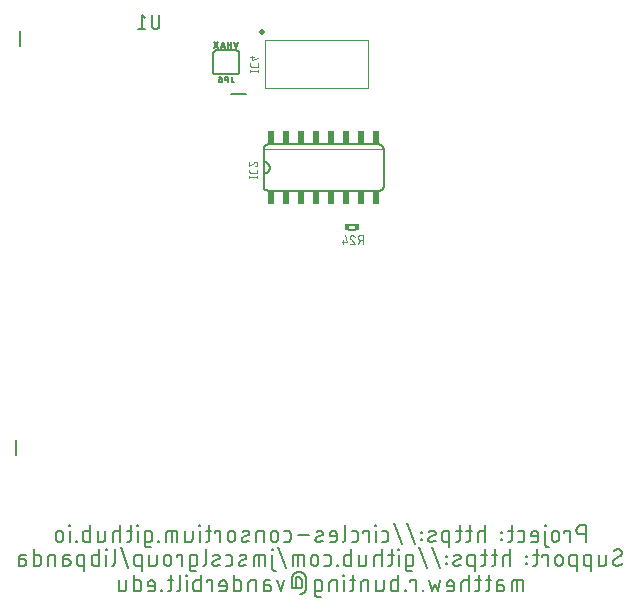
<source format=gbr>
G04 EAGLE Gerber RS-274X export*
G75*
%MOMM*%
%FSLAX34Y34*%
%LPD*%
%INSilkscreen Bottom*%
%IPPOS*%
%AMOC8*
5,1,8,0,0,1.08239X$1,22.5*%
G01*
%ADD10C,0.127000*%
%ADD11C,0.203200*%
%ADD12C,0.152400*%
%ADD13C,0.050800*%
%ADD14R,0.508000X1.143000*%
%ADD15C,0.076200*%
%ADD16R,0.300000X0.599900*%
%ADD17C,0.500000*%
%ADD18C,0.120000*%


D10*
X584115Y60889D02*
X584117Y60778D01*
X584123Y60668D01*
X584133Y60557D01*
X584147Y60447D01*
X584164Y60338D01*
X584186Y60229D01*
X584211Y60121D01*
X584241Y60015D01*
X584274Y59909D01*
X584311Y59804D01*
X584351Y59701D01*
X584396Y59600D01*
X584443Y59500D01*
X584495Y59401D01*
X584550Y59305D01*
X584608Y59211D01*
X584669Y59119D01*
X584734Y59029D01*
X584802Y58941D01*
X584873Y58856D01*
X584947Y58774D01*
X585024Y58694D01*
X585104Y58617D01*
X585186Y58543D01*
X585271Y58472D01*
X585359Y58404D01*
X585449Y58339D01*
X585541Y58278D01*
X585635Y58220D01*
X585731Y58165D01*
X585830Y58113D01*
X585930Y58066D01*
X586031Y58021D01*
X586134Y57981D01*
X586239Y57944D01*
X586345Y57911D01*
X586451Y57881D01*
X586559Y57856D01*
X586668Y57834D01*
X586777Y57817D01*
X586887Y57803D01*
X586998Y57793D01*
X587108Y57787D01*
X587219Y57785D01*
X587376Y57787D01*
X587533Y57793D01*
X587689Y57802D01*
X587846Y57815D01*
X588002Y57832D01*
X588157Y57852D01*
X588312Y57877D01*
X588467Y57905D01*
X588620Y57936D01*
X588773Y57972D01*
X588925Y58011D01*
X589076Y58053D01*
X589226Y58100D01*
X589375Y58149D01*
X589522Y58203D01*
X589669Y58260D01*
X589814Y58320D01*
X589957Y58384D01*
X590099Y58451D01*
X590239Y58522D01*
X590377Y58596D01*
X590514Y58673D01*
X590649Y58753D01*
X590781Y58837D01*
X590912Y58924D01*
X591041Y59014D01*
X591167Y59107D01*
X591291Y59202D01*
X591413Y59301D01*
X591532Y59403D01*
X591649Y59508D01*
X591764Y59615D01*
X591876Y59725D01*
X591487Y68651D02*
X591485Y68762D01*
X591479Y68872D01*
X591469Y68983D01*
X591455Y69093D01*
X591438Y69202D01*
X591416Y69311D01*
X591391Y69419D01*
X591361Y69525D01*
X591328Y69631D01*
X591291Y69736D01*
X591251Y69839D01*
X591206Y69940D01*
X591159Y70040D01*
X591107Y70139D01*
X591052Y70235D01*
X590994Y70329D01*
X590933Y70421D01*
X590868Y70511D01*
X590800Y70599D01*
X590729Y70684D01*
X590655Y70766D01*
X590578Y70846D01*
X590498Y70923D01*
X590416Y70997D01*
X590331Y71068D01*
X590243Y71136D01*
X590153Y71201D01*
X590061Y71262D01*
X589967Y71320D01*
X589871Y71375D01*
X589772Y71427D01*
X589672Y71474D01*
X589571Y71519D01*
X589468Y71559D01*
X589363Y71596D01*
X589257Y71629D01*
X589151Y71659D01*
X589043Y71684D01*
X588934Y71706D01*
X588825Y71723D01*
X588715Y71737D01*
X588604Y71747D01*
X588494Y71753D01*
X588383Y71755D01*
X588233Y71753D01*
X588083Y71747D01*
X587934Y71738D01*
X587785Y71724D01*
X587636Y71707D01*
X587488Y71686D01*
X587340Y71661D01*
X587193Y71632D01*
X587047Y71599D01*
X586901Y71563D01*
X586757Y71523D01*
X586613Y71480D01*
X586471Y71432D01*
X586330Y71381D01*
X586191Y71326D01*
X586053Y71268D01*
X585916Y71207D01*
X585781Y71141D01*
X585648Y71073D01*
X585517Y71001D01*
X585387Y70925D01*
X585260Y70846D01*
X585135Y70764D01*
X585011Y70679D01*
X584890Y70591D01*
X589936Y65935D02*
X590029Y65992D01*
X590120Y66052D01*
X590209Y66115D01*
X590295Y66181D01*
X590380Y66251D01*
X590461Y66323D01*
X590541Y66398D01*
X590617Y66476D01*
X590691Y66556D01*
X590762Y66639D01*
X590831Y66724D01*
X590896Y66811D01*
X590958Y66901D01*
X591017Y66993D01*
X591073Y67087D01*
X591125Y67182D01*
X591174Y67280D01*
X591220Y67379D01*
X591262Y67479D01*
X591301Y67581D01*
X591336Y67685D01*
X591368Y67789D01*
X591396Y67895D01*
X591420Y68001D01*
X591441Y68108D01*
X591458Y68216D01*
X591471Y68324D01*
X591480Y68433D01*
X591486Y68542D01*
X591488Y68651D01*
X585666Y63605D02*
X585573Y63548D01*
X585482Y63488D01*
X585393Y63425D01*
X585307Y63359D01*
X585222Y63289D01*
X585141Y63217D01*
X585061Y63142D01*
X584985Y63064D01*
X584911Y62984D01*
X584840Y62901D01*
X584772Y62816D01*
X584706Y62729D01*
X584644Y62639D01*
X584585Y62547D01*
X584529Y62453D01*
X584477Y62358D01*
X584428Y62260D01*
X584382Y62161D01*
X584340Y62061D01*
X584301Y61959D01*
X584266Y61855D01*
X584234Y61751D01*
X584206Y61645D01*
X584182Y61539D01*
X584161Y61432D01*
X584144Y61324D01*
X584131Y61216D01*
X584122Y61107D01*
X584116Y60998D01*
X584114Y60889D01*
X585667Y63606D02*
X589935Y65934D01*
X578323Y67098D02*
X578323Y60113D01*
X578321Y60019D01*
X578315Y59926D01*
X578306Y59832D01*
X578293Y59740D01*
X578276Y59647D01*
X578255Y59556D01*
X578231Y59465D01*
X578203Y59376D01*
X578172Y59287D01*
X578137Y59201D01*
X578098Y59115D01*
X578056Y59031D01*
X578011Y58949D01*
X577963Y58869D01*
X577911Y58791D01*
X577856Y58714D01*
X577798Y58641D01*
X577738Y58569D01*
X577674Y58500D01*
X577608Y58434D01*
X577539Y58370D01*
X577467Y58310D01*
X577394Y58252D01*
X577317Y58197D01*
X577239Y58145D01*
X577159Y58097D01*
X577077Y58052D01*
X576993Y58010D01*
X576907Y57971D01*
X576821Y57936D01*
X576732Y57905D01*
X576643Y57877D01*
X576552Y57853D01*
X576461Y57832D01*
X576368Y57815D01*
X576276Y57802D01*
X576182Y57793D01*
X576089Y57787D01*
X575995Y57785D01*
X572115Y57785D01*
X572115Y67098D01*
X565476Y67098D02*
X565476Y53128D01*
X565476Y67098D02*
X561596Y67098D01*
X561500Y67096D01*
X561404Y67090D01*
X561308Y67080D01*
X561213Y67066D01*
X561118Y67048D01*
X561025Y67027D01*
X560932Y67001D01*
X560840Y66972D01*
X560750Y66939D01*
X560661Y66902D01*
X560574Y66861D01*
X560488Y66817D01*
X560404Y66770D01*
X560323Y66719D01*
X560243Y66665D01*
X560166Y66607D01*
X560091Y66546D01*
X560019Y66483D01*
X559950Y66416D01*
X559883Y66347D01*
X559820Y66275D01*
X559759Y66200D01*
X559701Y66123D01*
X559647Y66043D01*
X559596Y65962D01*
X559549Y65878D01*
X559505Y65792D01*
X559464Y65705D01*
X559427Y65616D01*
X559394Y65526D01*
X559365Y65434D01*
X559339Y65342D01*
X559318Y65248D01*
X559300Y65153D01*
X559286Y65058D01*
X559276Y64962D01*
X559270Y64866D01*
X559268Y64770D01*
X559267Y64770D02*
X559267Y60113D01*
X559268Y60113D02*
X559270Y60019D01*
X559276Y59926D01*
X559285Y59832D01*
X559298Y59740D01*
X559315Y59647D01*
X559336Y59556D01*
X559360Y59465D01*
X559388Y59376D01*
X559419Y59287D01*
X559454Y59200D01*
X559493Y59115D01*
X559535Y59031D01*
X559580Y58949D01*
X559628Y58869D01*
X559680Y58791D01*
X559735Y58714D01*
X559793Y58641D01*
X559853Y58569D01*
X559917Y58500D01*
X559983Y58434D01*
X560052Y58370D01*
X560124Y58310D01*
X560197Y58252D01*
X560274Y58197D01*
X560352Y58145D01*
X560432Y58097D01*
X560514Y58052D01*
X560598Y58010D01*
X560684Y57971D01*
X560771Y57936D01*
X560859Y57905D01*
X560948Y57877D01*
X561039Y57853D01*
X561130Y57832D01*
X561223Y57815D01*
X561315Y57802D01*
X561409Y57793D01*
X561502Y57787D01*
X561596Y57785D01*
X565476Y57785D01*
X553157Y53128D02*
X553157Y67098D01*
X549276Y67098D01*
X549180Y67096D01*
X549084Y67090D01*
X548988Y67080D01*
X548893Y67066D01*
X548798Y67048D01*
X548705Y67027D01*
X548612Y67001D01*
X548520Y66972D01*
X548430Y66939D01*
X548341Y66902D01*
X548254Y66861D01*
X548168Y66817D01*
X548084Y66770D01*
X548003Y66719D01*
X547923Y66665D01*
X547846Y66607D01*
X547771Y66546D01*
X547699Y66483D01*
X547630Y66416D01*
X547563Y66347D01*
X547500Y66275D01*
X547439Y66200D01*
X547381Y66123D01*
X547327Y66043D01*
X547276Y65962D01*
X547229Y65878D01*
X547185Y65792D01*
X547144Y65705D01*
X547107Y65616D01*
X547074Y65526D01*
X547045Y65434D01*
X547019Y65342D01*
X546998Y65248D01*
X546980Y65153D01*
X546966Y65058D01*
X546956Y64962D01*
X546950Y64866D01*
X546948Y64770D01*
X546948Y60113D01*
X546950Y60019D01*
X546956Y59926D01*
X546965Y59832D01*
X546978Y59740D01*
X546995Y59647D01*
X547016Y59556D01*
X547040Y59465D01*
X547068Y59376D01*
X547099Y59287D01*
X547134Y59200D01*
X547173Y59115D01*
X547215Y59031D01*
X547260Y58949D01*
X547308Y58869D01*
X547360Y58791D01*
X547415Y58714D01*
X547473Y58641D01*
X547533Y58569D01*
X547597Y58500D01*
X547663Y58434D01*
X547732Y58370D01*
X547804Y58310D01*
X547877Y58252D01*
X547954Y58197D01*
X548032Y58145D01*
X548112Y58097D01*
X548194Y58052D01*
X548278Y58010D01*
X548364Y57971D01*
X548451Y57936D01*
X548539Y57905D01*
X548628Y57877D01*
X548719Y57853D01*
X548810Y57832D01*
X548903Y57815D01*
X548995Y57802D01*
X549089Y57793D01*
X549182Y57787D01*
X549276Y57785D01*
X553157Y57785D01*
X541364Y60889D02*
X541364Y63994D01*
X541362Y64105D01*
X541356Y64215D01*
X541346Y64326D01*
X541332Y64436D01*
X541315Y64545D01*
X541293Y64654D01*
X541268Y64762D01*
X541238Y64868D01*
X541205Y64974D01*
X541168Y65079D01*
X541128Y65182D01*
X541083Y65283D01*
X541036Y65383D01*
X540984Y65482D01*
X540929Y65578D01*
X540871Y65672D01*
X540810Y65764D01*
X540745Y65854D01*
X540677Y65942D01*
X540606Y66027D01*
X540532Y66109D01*
X540455Y66189D01*
X540375Y66266D01*
X540293Y66340D01*
X540208Y66411D01*
X540120Y66479D01*
X540030Y66544D01*
X539938Y66605D01*
X539844Y66663D01*
X539748Y66718D01*
X539649Y66770D01*
X539549Y66817D01*
X539448Y66862D01*
X539345Y66902D01*
X539240Y66939D01*
X539134Y66972D01*
X539028Y67002D01*
X538920Y67027D01*
X538811Y67049D01*
X538702Y67066D01*
X538592Y67080D01*
X538481Y67090D01*
X538371Y67096D01*
X538260Y67098D01*
X538149Y67096D01*
X538039Y67090D01*
X537928Y67080D01*
X537818Y67066D01*
X537709Y67049D01*
X537600Y67027D01*
X537492Y67002D01*
X537386Y66972D01*
X537280Y66939D01*
X537175Y66902D01*
X537072Y66862D01*
X536971Y66817D01*
X536871Y66770D01*
X536772Y66718D01*
X536676Y66663D01*
X536582Y66605D01*
X536490Y66544D01*
X536400Y66479D01*
X536312Y66411D01*
X536227Y66340D01*
X536145Y66266D01*
X536065Y66189D01*
X535988Y66109D01*
X535914Y66027D01*
X535843Y65942D01*
X535775Y65854D01*
X535710Y65764D01*
X535649Y65672D01*
X535591Y65578D01*
X535536Y65482D01*
X535484Y65383D01*
X535437Y65283D01*
X535392Y65182D01*
X535352Y65079D01*
X535315Y64974D01*
X535282Y64868D01*
X535252Y64762D01*
X535227Y64654D01*
X535205Y64545D01*
X535188Y64436D01*
X535174Y64326D01*
X535164Y64215D01*
X535158Y64105D01*
X535156Y63994D01*
X535156Y60889D01*
X535158Y60778D01*
X535164Y60668D01*
X535174Y60557D01*
X535188Y60447D01*
X535205Y60338D01*
X535227Y60229D01*
X535252Y60121D01*
X535282Y60015D01*
X535315Y59909D01*
X535352Y59804D01*
X535392Y59701D01*
X535437Y59600D01*
X535484Y59500D01*
X535536Y59401D01*
X535591Y59305D01*
X535649Y59211D01*
X535710Y59119D01*
X535775Y59029D01*
X535843Y58941D01*
X535914Y58856D01*
X535988Y58774D01*
X536065Y58694D01*
X536145Y58617D01*
X536227Y58543D01*
X536312Y58472D01*
X536400Y58404D01*
X536490Y58339D01*
X536582Y58278D01*
X536676Y58220D01*
X536772Y58165D01*
X536871Y58113D01*
X536971Y58066D01*
X537072Y58021D01*
X537175Y57981D01*
X537280Y57944D01*
X537386Y57911D01*
X537492Y57881D01*
X537600Y57856D01*
X537709Y57834D01*
X537818Y57817D01*
X537928Y57803D01*
X538039Y57793D01*
X538149Y57787D01*
X538260Y57785D01*
X538371Y57787D01*
X538481Y57793D01*
X538592Y57803D01*
X538702Y57817D01*
X538811Y57834D01*
X538920Y57856D01*
X539028Y57881D01*
X539134Y57911D01*
X539240Y57944D01*
X539345Y57981D01*
X539448Y58021D01*
X539549Y58066D01*
X539649Y58113D01*
X539748Y58165D01*
X539844Y58220D01*
X539938Y58278D01*
X540030Y58339D01*
X540120Y58404D01*
X540208Y58472D01*
X540293Y58543D01*
X540375Y58617D01*
X540455Y58694D01*
X540532Y58774D01*
X540606Y58856D01*
X540677Y58941D01*
X540745Y59029D01*
X540810Y59119D01*
X540871Y59211D01*
X540929Y59305D01*
X540984Y59401D01*
X541036Y59500D01*
X541083Y59600D01*
X541128Y59701D01*
X541168Y59804D01*
X541205Y59909D01*
X541238Y60015D01*
X541268Y60121D01*
X541293Y60229D01*
X541315Y60338D01*
X541332Y60447D01*
X541346Y60557D01*
X541356Y60668D01*
X541362Y60778D01*
X541364Y60889D01*
X528964Y57785D02*
X528964Y67098D01*
X524308Y67098D01*
X524308Y65546D01*
X521080Y67098D02*
X516423Y67098D01*
X519528Y71755D02*
X519528Y60113D01*
X519527Y60113D02*
X519525Y60019D01*
X519519Y59926D01*
X519510Y59832D01*
X519497Y59740D01*
X519480Y59647D01*
X519459Y59556D01*
X519435Y59465D01*
X519407Y59376D01*
X519376Y59287D01*
X519341Y59201D01*
X519302Y59115D01*
X519260Y59031D01*
X519215Y58949D01*
X519167Y58869D01*
X519115Y58791D01*
X519060Y58714D01*
X519002Y58641D01*
X518942Y58569D01*
X518878Y58500D01*
X518812Y58434D01*
X518743Y58370D01*
X518671Y58310D01*
X518598Y58252D01*
X518521Y58197D01*
X518443Y58145D01*
X518363Y58097D01*
X518281Y58052D01*
X518197Y58010D01*
X518111Y57971D01*
X518025Y57936D01*
X517936Y57905D01*
X517847Y57877D01*
X517756Y57853D01*
X517665Y57832D01*
X517572Y57815D01*
X517480Y57802D01*
X517386Y57793D01*
X517293Y57787D01*
X517199Y57785D01*
X516423Y57785D01*
X511271Y58949D02*
X511271Y59725D01*
X510495Y59725D01*
X510495Y58949D01*
X511271Y58949D01*
X511271Y65158D02*
X511271Y65934D01*
X510495Y65934D01*
X510495Y65158D01*
X511271Y65158D01*
X497105Y71755D02*
X497105Y57785D01*
X497105Y67098D02*
X493224Y67098D01*
X493128Y67096D01*
X493032Y67090D01*
X492936Y67080D01*
X492841Y67066D01*
X492746Y67048D01*
X492653Y67027D01*
X492560Y67001D01*
X492468Y66972D01*
X492378Y66939D01*
X492289Y66902D01*
X492202Y66861D01*
X492116Y66817D01*
X492032Y66770D01*
X491951Y66719D01*
X491871Y66665D01*
X491794Y66607D01*
X491719Y66546D01*
X491647Y66483D01*
X491578Y66416D01*
X491511Y66347D01*
X491448Y66275D01*
X491387Y66200D01*
X491329Y66123D01*
X491275Y66043D01*
X491224Y65962D01*
X491177Y65878D01*
X491133Y65792D01*
X491092Y65705D01*
X491055Y65616D01*
X491022Y65526D01*
X490993Y65434D01*
X490967Y65342D01*
X490946Y65248D01*
X490928Y65153D01*
X490914Y65058D01*
X490904Y64962D01*
X490898Y64866D01*
X490896Y64770D01*
X490896Y57785D01*
X485946Y67098D02*
X481290Y67098D01*
X484394Y71755D02*
X484394Y60113D01*
X484392Y60019D01*
X484386Y59926D01*
X484377Y59832D01*
X484364Y59740D01*
X484347Y59647D01*
X484326Y59556D01*
X484302Y59465D01*
X484274Y59376D01*
X484243Y59287D01*
X484208Y59201D01*
X484169Y59115D01*
X484127Y59031D01*
X484082Y58949D01*
X484034Y58869D01*
X483982Y58791D01*
X483927Y58714D01*
X483869Y58641D01*
X483809Y58569D01*
X483745Y58500D01*
X483679Y58434D01*
X483610Y58370D01*
X483538Y58310D01*
X483465Y58252D01*
X483388Y58197D01*
X483310Y58145D01*
X483230Y58097D01*
X483148Y58052D01*
X483064Y58010D01*
X482978Y57971D01*
X482892Y57936D01*
X482803Y57905D01*
X482714Y57877D01*
X482623Y57853D01*
X482532Y57832D01*
X482439Y57815D01*
X482347Y57802D01*
X482253Y57793D01*
X482160Y57787D01*
X482066Y57785D01*
X481290Y57785D01*
X477277Y67098D02*
X472620Y67098D01*
X475725Y71755D02*
X475725Y60113D01*
X475724Y60113D02*
X475722Y60019D01*
X475716Y59926D01*
X475707Y59832D01*
X475694Y59740D01*
X475677Y59647D01*
X475656Y59556D01*
X475632Y59465D01*
X475604Y59376D01*
X475573Y59287D01*
X475538Y59201D01*
X475499Y59115D01*
X475457Y59031D01*
X475412Y58949D01*
X475364Y58869D01*
X475312Y58791D01*
X475257Y58714D01*
X475199Y58641D01*
X475139Y58569D01*
X475075Y58500D01*
X475009Y58434D01*
X474940Y58370D01*
X474868Y58310D01*
X474795Y58252D01*
X474718Y58197D01*
X474640Y58145D01*
X474560Y58097D01*
X474478Y58052D01*
X474394Y58010D01*
X474308Y57971D01*
X474222Y57936D01*
X474133Y57905D01*
X474044Y57877D01*
X473953Y57853D01*
X473862Y57832D01*
X473769Y57815D01*
X473677Y57802D01*
X473583Y57793D01*
X473490Y57787D01*
X473396Y57785D01*
X472620Y57785D01*
X466919Y53128D02*
X466919Y67098D01*
X463038Y67098D01*
X462942Y67096D01*
X462846Y67090D01*
X462750Y67080D01*
X462655Y67066D01*
X462560Y67048D01*
X462467Y67027D01*
X462374Y67001D01*
X462282Y66972D01*
X462192Y66939D01*
X462103Y66902D01*
X462016Y66861D01*
X461930Y66817D01*
X461846Y66770D01*
X461765Y66719D01*
X461685Y66665D01*
X461608Y66607D01*
X461533Y66546D01*
X461461Y66483D01*
X461392Y66416D01*
X461325Y66347D01*
X461262Y66275D01*
X461201Y66200D01*
X461143Y66123D01*
X461089Y66043D01*
X461038Y65962D01*
X460991Y65878D01*
X460947Y65792D01*
X460906Y65705D01*
X460869Y65616D01*
X460836Y65526D01*
X460807Y65434D01*
X460781Y65342D01*
X460760Y65248D01*
X460742Y65153D01*
X460728Y65058D01*
X460718Y64962D01*
X460712Y64866D01*
X460710Y64770D01*
X460710Y60113D01*
X460712Y60019D01*
X460718Y59926D01*
X460727Y59832D01*
X460740Y59740D01*
X460757Y59647D01*
X460778Y59556D01*
X460802Y59465D01*
X460830Y59376D01*
X460861Y59287D01*
X460896Y59200D01*
X460935Y59115D01*
X460977Y59031D01*
X461022Y58949D01*
X461070Y58869D01*
X461122Y58791D01*
X461177Y58714D01*
X461235Y58641D01*
X461295Y58569D01*
X461359Y58500D01*
X461425Y58434D01*
X461494Y58370D01*
X461566Y58310D01*
X461639Y58252D01*
X461716Y58197D01*
X461794Y58145D01*
X461874Y58097D01*
X461956Y58052D01*
X462040Y58010D01*
X462126Y57971D01*
X462213Y57936D01*
X462301Y57905D01*
X462390Y57877D01*
X462481Y57853D01*
X462572Y57832D01*
X462665Y57815D01*
X462757Y57802D01*
X462851Y57793D01*
X462944Y57787D01*
X463038Y57785D01*
X466919Y57785D01*
X453963Y63218D02*
X450082Y61666D01*
X453962Y63218D02*
X454044Y63253D01*
X454124Y63291D01*
X454202Y63333D01*
X454278Y63378D01*
X454352Y63426D01*
X454424Y63478D01*
X454494Y63533D01*
X454561Y63591D01*
X454626Y63651D01*
X454687Y63715D01*
X454746Y63781D01*
X454802Y63850D01*
X454855Y63921D01*
X454905Y63994D01*
X454951Y64070D01*
X454995Y64147D01*
X455034Y64226D01*
X455070Y64307D01*
X455103Y64390D01*
X455132Y64474D01*
X455157Y64559D01*
X455178Y64645D01*
X455196Y64732D01*
X455209Y64819D01*
X455219Y64907D01*
X455225Y64996D01*
X455227Y65084D01*
X455225Y65173D01*
X455219Y65261D01*
X455210Y65349D01*
X455196Y65437D01*
X455179Y65524D01*
X455158Y65610D01*
X455133Y65695D01*
X455104Y65779D01*
X455072Y65861D01*
X455036Y65942D01*
X454996Y66022D01*
X454953Y66099D01*
X454907Y66175D01*
X454857Y66248D01*
X454805Y66320D01*
X454749Y66388D01*
X454690Y66455D01*
X454628Y66518D01*
X454564Y66579D01*
X454497Y66637D01*
X454427Y66692D01*
X454355Y66744D01*
X454281Y66792D01*
X454205Y66838D01*
X454127Y66880D01*
X454047Y66918D01*
X453965Y66953D01*
X453882Y66984D01*
X453798Y67012D01*
X453713Y67035D01*
X453627Y67055D01*
X453539Y67072D01*
X453452Y67084D01*
X453363Y67093D01*
X453275Y67097D01*
X453186Y67098D01*
X452974Y67093D01*
X452763Y67082D01*
X452551Y67066D01*
X452341Y67045D01*
X452130Y67019D01*
X451921Y66988D01*
X451712Y66952D01*
X451504Y66912D01*
X451297Y66866D01*
X451091Y66815D01*
X450887Y66759D01*
X450684Y66698D01*
X450482Y66632D01*
X450282Y66562D01*
X450084Y66487D01*
X449888Y66407D01*
X449694Y66322D01*
X450083Y61665D02*
X450001Y61630D01*
X449921Y61592D01*
X449843Y61550D01*
X449767Y61505D01*
X449693Y61457D01*
X449621Y61405D01*
X449551Y61350D01*
X449484Y61292D01*
X449419Y61232D01*
X449358Y61168D01*
X449299Y61102D01*
X449243Y61033D01*
X449190Y60962D01*
X449140Y60889D01*
X449094Y60813D01*
X449050Y60736D01*
X449011Y60657D01*
X448975Y60576D01*
X448942Y60493D01*
X448913Y60409D01*
X448888Y60324D01*
X448867Y60238D01*
X448849Y60151D01*
X448836Y60064D01*
X448826Y59976D01*
X448820Y59887D01*
X448818Y59799D01*
X448820Y59710D01*
X448826Y59622D01*
X448835Y59534D01*
X448849Y59446D01*
X448866Y59359D01*
X448887Y59273D01*
X448912Y59188D01*
X448941Y59104D01*
X448973Y59022D01*
X449009Y58941D01*
X449049Y58861D01*
X449092Y58784D01*
X449138Y58708D01*
X449188Y58635D01*
X449240Y58563D01*
X449296Y58495D01*
X449355Y58428D01*
X449417Y58365D01*
X449481Y58304D01*
X449548Y58246D01*
X449618Y58191D01*
X449690Y58139D01*
X449764Y58091D01*
X449840Y58045D01*
X449918Y58003D01*
X449998Y57965D01*
X450080Y57930D01*
X450163Y57899D01*
X450247Y57871D01*
X450332Y57848D01*
X450418Y57828D01*
X450506Y57811D01*
X450593Y57799D01*
X450682Y57790D01*
X450770Y57786D01*
X450859Y57785D01*
X450858Y57784D02*
X451169Y57792D01*
X451480Y57808D01*
X451790Y57831D01*
X452100Y57861D01*
X452409Y57898D01*
X452718Y57943D01*
X453024Y57995D01*
X453330Y58055D01*
X453634Y58121D01*
X453937Y58195D01*
X454237Y58276D01*
X454536Y58364D01*
X454832Y58459D01*
X455127Y58560D01*
X443285Y58949D02*
X443285Y59725D01*
X442509Y59725D01*
X442509Y58949D01*
X443285Y58949D01*
X443285Y65158D02*
X443285Y65934D01*
X442509Y65934D01*
X442509Y65158D01*
X443285Y65158D01*
X437332Y56233D02*
X431123Y73307D01*
X420172Y73307D02*
X426381Y56233D01*
X412717Y57785D02*
X408836Y57785D01*
X412717Y57785D02*
X412811Y57787D01*
X412904Y57793D01*
X412998Y57802D01*
X413090Y57815D01*
X413183Y57832D01*
X413274Y57853D01*
X413365Y57877D01*
X413454Y57905D01*
X413543Y57936D01*
X413629Y57971D01*
X413715Y58010D01*
X413799Y58052D01*
X413881Y58097D01*
X413961Y58145D01*
X414039Y58197D01*
X414116Y58252D01*
X414189Y58310D01*
X414261Y58370D01*
X414330Y58434D01*
X414396Y58500D01*
X414460Y58569D01*
X414520Y58641D01*
X414578Y58714D01*
X414633Y58791D01*
X414685Y58869D01*
X414733Y58949D01*
X414778Y59031D01*
X414820Y59115D01*
X414859Y59201D01*
X414894Y59287D01*
X414925Y59376D01*
X414953Y59465D01*
X414977Y59556D01*
X414998Y59647D01*
X415015Y59740D01*
X415028Y59832D01*
X415037Y59926D01*
X415043Y60019D01*
X415045Y60113D01*
X415045Y64770D01*
X415043Y64864D01*
X415037Y64957D01*
X415028Y65051D01*
X415015Y65143D01*
X414998Y65236D01*
X414977Y65327D01*
X414953Y65418D01*
X414925Y65507D01*
X414894Y65596D01*
X414859Y65682D01*
X414820Y65768D01*
X414778Y65852D01*
X414733Y65934D01*
X414685Y66014D01*
X414633Y66092D01*
X414578Y66169D01*
X414520Y66242D01*
X414460Y66314D01*
X414396Y66383D01*
X414330Y66449D01*
X414261Y66513D01*
X414189Y66573D01*
X414116Y66631D01*
X414039Y66686D01*
X413961Y66738D01*
X413881Y66786D01*
X413799Y66831D01*
X413715Y66873D01*
X413629Y66912D01*
X413543Y66947D01*
X413454Y66978D01*
X413365Y67006D01*
X413274Y67030D01*
X413183Y67051D01*
X413090Y67068D01*
X412998Y67081D01*
X412904Y67090D01*
X412811Y67096D01*
X412717Y67098D01*
X408836Y67098D01*
X408836Y55457D01*
X408837Y55457D02*
X408839Y55363D01*
X408845Y55270D01*
X408854Y55176D01*
X408867Y55084D01*
X408884Y54991D01*
X408905Y54900D01*
X408929Y54809D01*
X408957Y54720D01*
X408988Y54631D01*
X409023Y54545D01*
X409062Y54459D01*
X409104Y54375D01*
X409149Y54293D01*
X409197Y54213D01*
X409249Y54135D01*
X409304Y54058D01*
X409362Y53985D01*
X409422Y53913D01*
X409486Y53844D01*
X409552Y53778D01*
X409621Y53714D01*
X409693Y53654D01*
X409766Y53596D01*
X409843Y53541D01*
X409921Y53489D01*
X410001Y53441D01*
X410083Y53396D01*
X410167Y53354D01*
X410253Y53315D01*
X410339Y53280D01*
X410428Y53249D01*
X410517Y53221D01*
X410608Y53197D01*
X410699Y53176D01*
X410792Y53159D01*
X410884Y53146D01*
X410978Y53137D01*
X411071Y53131D01*
X411165Y53129D01*
X411165Y53128D02*
X414269Y53128D01*
X402744Y57785D02*
X402744Y67098D01*
X403132Y70979D02*
X403132Y71755D01*
X402356Y71755D01*
X402356Y70979D01*
X403132Y70979D01*
X398340Y67098D02*
X393683Y67098D01*
X396787Y71755D02*
X396787Y60113D01*
X396785Y60019D01*
X396779Y59926D01*
X396770Y59832D01*
X396757Y59740D01*
X396740Y59647D01*
X396719Y59556D01*
X396695Y59465D01*
X396667Y59376D01*
X396636Y59287D01*
X396601Y59201D01*
X396562Y59115D01*
X396520Y59031D01*
X396475Y58949D01*
X396427Y58869D01*
X396375Y58791D01*
X396320Y58714D01*
X396262Y58641D01*
X396202Y58569D01*
X396138Y58500D01*
X396072Y58434D01*
X396003Y58370D01*
X395931Y58310D01*
X395858Y58252D01*
X395781Y58197D01*
X395703Y58145D01*
X395623Y58097D01*
X395541Y58052D01*
X395457Y58010D01*
X395371Y57971D01*
X395285Y57936D01*
X395196Y57905D01*
X395107Y57877D01*
X395016Y57853D01*
X394925Y57832D01*
X394832Y57815D01*
X394740Y57802D01*
X394646Y57793D01*
X394553Y57787D01*
X394459Y57785D01*
X393683Y57785D01*
X388053Y57785D02*
X388053Y71755D01*
X388053Y67098D02*
X384173Y67098D01*
X384077Y67096D01*
X383981Y67090D01*
X383885Y67080D01*
X383790Y67066D01*
X383695Y67048D01*
X383602Y67027D01*
X383509Y67001D01*
X383417Y66972D01*
X383327Y66939D01*
X383238Y66902D01*
X383151Y66861D01*
X383065Y66817D01*
X382981Y66770D01*
X382900Y66719D01*
X382820Y66665D01*
X382743Y66607D01*
X382668Y66546D01*
X382596Y66483D01*
X382527Y66416D01*
X382460Y66347D01*
X382397Y66275D01*
X382336Y66200D01*
X382278Y66123D01*
X382224Y66043D01*
X382173Y65962D01*
X382126Y65878D01*
X382082Y65792D01*
X382041Y65705D01*
X382004Y65616D01*
X381971Y65526D01*
X381942Y65434D01*
X381916Y65342D01*
X381895Y65248D01*
X381877Y65153D01*
X381863Y65058D01*
X381853Y64962D01*
X381847Y64866D01*
X381845Y64770D01*
X381844Y64770D02*
X381844Y57785D01*
X375277Y60113D02*
X375277Y67098D01*
X375277Y60113D02*
X375275Y60019D01*
X375269Y59926D01*
X375260Y59832D01*
X375247Y59740D01*
X375230Y59647D01*
X375209Y59556D01*
X375185Y59465D01*
X375157Y59376D01*
X375126Y59287D01*
X375091Y59201D01*
X375052Y59115D01*
X375010Y59031D01*
X374965Y58949D01*
X374917Y58869D01*
X374865Y58791D01*
X374810Y58714D01*
X374752Y58641D01*
X374692Y58569D01*
X374628Y58500D01*
X374562Y58434D01*
X374493Y58370D01*
X374421Y58310D01*
X374348Y58252D01*
X374271Y58197D01*
X374193Y58145D01*
X374113Y58097D01*
X374031Y58052D01*
X373947Y58010D01*
X373861Y57971D01*
X373775Y57936D01*
X373686Y57905D01*
X373597Y57877D01*
X373506Y57853D01*
X373415Y57832D01*
X373322Y57815D01*
X373230Y57802D01*
X373136Y57793D01*
X373043Y57787D01*
X372949Y57785D01*
X369068Y57785D01*
X369068Y67098D01*
X362430Y71755D02*
X362430Y57785D01*
X358549Y57785D01*
X358453Y57787D01*
X358357Y57793D01*
X358261Y57803D01*
X358166Y57817D01*
X358071Y57835D01*
X357978Y57856D01*
X357885Y57882D01*
X357793Y57911D01*
X357703Y57944D01*
X357614Y57981D01*
X357527Y58022D01*
X357441Y58066D01*
X357357Y58113D01*
X357276Y58164D01*
X357196Y58218D01*
X357119Y58276D01*
X357044Y58337D01*
X356972Y58400D01*
X356903Y58467D01*
X356836Y58536D01*
X356773Y58608D01*
X356712Y58683D01*
X356654Y58760D01*
X356600Y58840D01*
X356549Y58921D01*
X356502Y59005D01*
X356458Y59091D01*
X356417Y59178D01*
X356380Y59267D01*
X356347Y59357D01*
X356318Y59449D01*
X356292Y59541D01*
X356271Y59635D01*
X356253Y59730D01*
X356239Y59825D01*
X356229Y59921D01*
X356223Y60017D01*
X356221Y60113D01*
X356221Y64770D01*
X356223Y64864D01*
X356229Y64957D01*
X356238Y65051D01*
X356251Y65143D01*
X356268Y65236D01*
X356289Y65327D01*
X356313Y65418D01*
X356341Y65507D01*
X356372Y65596D01*
X356407Y65683D01*
X356446Y65768D01*
X356488Y65852D01*
X356533Y65934D01*
X356581Y66014D01*
X356633Y66092D01*
X356688Y66169D01*
X356746Y66242D01*
X356806Y66314D01*
X356870Y66383D01*
X356936Y66449D01*
X357005Y66513D01*
X357077Y66573D01*
X357150Y66631D01*
X357227Y66686D01*
X357305Y66738D01*
X357385Y66786D01*
X357467Y66831D01*
X357551Y66873D01*
X357637Y66912D01*
X357724Y66947D01*
X357812Y66978D01*
X357901Y67006D01*
X357992Y67030D01*
X358083Y67051D01*
X358176Y67068D01*
X358268Y67081D01*
X358362Y67090D01*
X358455Y67096D01*
X358549Y67098D01*
X362430Y67098D01*
X351115Y58561D02*
X351115Y57785D01*
X351115Y58561D02*
X350339Y58561D01*
X350339Y57785D01*
X351115Y57785D01*
X342818Y57785D02*
X339714Y57785D01*
X342818Y57785D02*
X342912Y57787D01*
X343005Y57793D01*
X343099Y57802D01*
X343191Y57815D01*
X343284Y57832D01*
X343375Y57853D01*
X343466Y57877D01*
X343555Y57905D01*
X343644Y57936D01*
X343730Y57971D01*
X343816Y58010D01*
X343900Y58052D01*
X343982Y58097D01*
X344062Y58145D01*
X344140Y58197D01*
X344217Y58252D01*
X344290Y58310D01*
X344362Y58370D01*
X344431Y58434D01*
X344497Y58500D01*
X344561Y58569D01*
X344621Y58641D01*
X344679Y58714D01*
X344734Y58791D01*
X344786Y58869D01*
X344834Y58949D01*
X344879Y59031D01*
X344921Y59115D01*
X344960Y59201D01*
X344995Y59287D01*
X345026Y59376D01*
X345054Y59465D01*
X345078Y59556D01*
X345099Y59647D01*
X345116Y59740D01*
X345129Y59832D01*
X345138Y59926D01*
X345144Y60019D01*
X345146Y60113D01*
X345146Y64770D01*
X345144Y64864D01*
X345138Y64957D01*
X345129Y65051D01*
X345116Y65143D01*
X345099Y65236D01*
X345078Y65327D01*
X345054Y65418D01*
X345026Y65507D01*
X344995Y65596D01*
X344960Y65682D01*
X344921Y65768D01*
X344879Y65852D01*
X344834Y65934D01*
X344786Y66014D01*
X344734Y66092D01*
X344679Y66169D01*
X344621Y66242D01*
X344561Y66314D01*
X344497Y66383D01*
X344431Y66449D01*
X344362Y66513D01*
X344290Y66573D01*
X344217Y66631D01*
X344140Y66686D01*
X344062Y66738D01*
X343982Y66786D01*
X343900Y66831D01*
X343816Y66873D01*
X343730Y66912D01*
X343644Y66947D01*
X343555Y66978D01*
X343466Y67006D01*
X343375Y67030D01*
X343284Y67051D01*
X343191Y67068D01*
X343099Y67081D01*
X343005Y67090D01*
X342912Y67096D01*
X342818Y67098D01*
X339714Y67098D01*
X334668Y63994D02*
X334668Y60889D01*
X334668Y63994D02*
X334666Y64105D01*
X334660Y64215D01*
X334650Y64326D01*
X334636Y64436D01*
X334619Y64545D01*
X334597Y64654D01*
X334572Y64762D01*
X334542Y64868D01*
X334509Y64974D01*
X334472Y65079D01*
X334432Y65182D01*
X334387Y65283D01*
X334340Y65383D01*
X334288Y65482D01*
X334233Y65578D01*
X334175Y65672D01*
X334114Y65764D01*
X334049Y65854D01*
X333981Y65942D01*
X333910Y66027D01*
X333836Y66109D01*
X333759Y66189D01*
X333679Y66266D01*
X333597Y66340D01*
X333512Y66411D01*
X333424Y66479D01*
X333334Y66544D01*
X333242Y66605D01*
X333148Y66663D01*
X333052Y66718D01*
X332953Y66770D01*
X332853Y66817D01*
X332752Y66862D01*
X332649Y66902D01*
X332544Y66939D01*
X332438Y66972D01*
X332332Y67002D01*
X332224Y67027D01*
X332115Y67049D01*
X332006Y67066D01*
X331896Y67080D01*
X331785Y67090D01*
X331675Y67096D01*
X331564Y67098D01*
X331453Y67096D01*
X331343Y67090D01*
X331232Y67080D01*
X331122Y67066D01*
X331013Y67049D01*
X330904Y67027D01*
X330796Y67002D01*
X330690Y66972D01*
X330584Y66939D01*
X330479Y66902D01*
X330376Y66862D01*
X330275Y66817D01*
X330175Y66770D01*
X330076Y66718D01*
X329980Y66663D01*
X329886Y66605D01*
X329794Y66544D01*
X329704Y66479D01*
X329616Y66411D01*
X329531Y66340D01*
X329449Y66266D01*
X329369Y66189D01*
X329292Y66109D01*
X329218Y66027D01*
X329147Y65942D01*
X329079Y65854D01*
X329014Y65764D01*
X328953Y65672D01*
X328895Y65578D01*
X328840Y65482D01*
X328788Y65383D01*
X328741Y65283D01*
X328696Y65182D01*
X328656Y65079D01*
X328619Y64974D01*
X328586Y64868D01*
X328556Y64762D01*
X328531Y64654D01*
X328509Y64545D01*
X328492Y64436D01*
X328478Y64326D01*
X328468Y64215D01*
X328462Y64105D01*
X328460Y63994D01*
X328459Y63994D02*
X328459Y60889D01*
X328460Y60889D02*
X328462Y60778D01*
X328468Y60668D01*
X328478Y60557D01*
X328492Y60447D01*
X328509Y60338D01*
X328531Y60229D01*
X328556Y60121D01*
X328586Y60015D01*
X328619Y59909D01*
X328656Y59804D01*
X328696Y59701D01*
X328741Y59600D01*
X328788Y59500D01*
X328840Y59401D01*
X328895Y59305D01*
X328953Y59211D01*
X329014Y59119D01*
X329079Y59029D01*
X329147Y58941D01*
X329218Y58856D01*
X329292Y58774D01*
X329369Y58694D01*
X329449Y58617D01*
X329531Y58543D01*
X329616Y58472D01*
X329704Y58404D01*
X329794Y58339D01*
X329886Y58278D01*
X329980Y58220D01*
X330076Y58165D01*
X330175Y58113D01*
X330275Y58066D01*
X330376Y58021D01*
X330479Y57981D01*
X330584Y57944D01*
X330690Y57911D01*
X330796Y57881D01*
X330904Y57856D01*
X331013Y57834D01*
X331122Y57817D01*
X331232Y57803D01*
X331343Y57793D01*
X331453Y57787D01*
X331564Y57785D01*
X331675Y57787D01*
X331785Y57793D01*
X331896Y57803D01*
X332006Y57817D01*
X332115Y57834D01*
X332224Y57856D01*
X332332Y57881D01*
X332438Y57911D01*
X332544Y57944D01*
X332649Y57981D01*
X332752Y58021D01*
X332853Y58066D01*
X332953Y58113D01*
X333052Y58165D01*
X333148Y58220D01*
X333242Y58278D01*
X333334Y58339D01*
X333424Y58404D01*
X333512Y58472D01*
X333597Y58543D01*
X333679Y58617D01*
X333759Y58694D01*
X333836Y58774D01*
X333910Y58856D01*
X333981Y58941D01*
X334049Y59029D01*
X334114Y59119D01*
X334175Y59211D01*
X334233Y59305D01*
X334288Y59401D01*
X334340Y59500D01*
X334387Y59600D01*
X334432Y59701D01*
X334472Y59804D01*
X334509Y59909D01*
X334542Y60015D01*
X334572Y60121D01*
X334597Y60229D01*
X334619Y60338D01*
X334636Y60447D01*
X334650Y60557D01*
X334660Y60668D01*
X334666Y60778D01*
X334668Y60889D01*
X322075Y57785D02*
X322075Y67098D01*
X315090Y67098D01*
X314996Y67096D01*
X314903Y67090D01*
X314809Y67081D01*
X314717Y67068D01*
X314624Y67051D01*
X314533Y67030D01*
X314442Y67006D01*
X314353Y66978D01*
X314264Y66947D01*
X314178Y66912D01*
X314092Y66873D01*
X314008Y66831D01*
X313926Y66786D01*
X313846Y66738D01*
X313768Y66686D01*
X313691Y66631D01*
X313618Y66573D01*
X313546Y66513D01*
X313477Y66449D01*
X313411Y66383D01*
X313347Y66314D01*
X313287Y66242D01*
X313229Y66169D01*
X313174Y66092D01*
X313122Y66014D01*
X313074Y65934D01*
X313029Y65852D01*
X312987Y65768D01*
X312948Y65682D01*
X312913Y65596D01*
X312882Y65507D01*
X312854Y65418D01*
X312830Y65327D01*
X312809Y65236D01*
X312792Y65143D01*
X312779Y65051D01*
X312770Y64957D01*
X312764Y64864D01*
X312762Y64770D01*
X312762Y57785D01*
X317419Y57785D02*
X317419Y67098D01*
X306835Y56233D02*
X300626Y73307D01*
X295756Y67098D02*
X295756Y55457D01*
X295758Y55363D01*
X295764Y55270D01*
X295773Y55176D01*
X295786Y55084D01*
X295803Y54991D01*
X295824Y54900D01*
X295848Y54809D01*
X295876Y54720D01*
X295907Y54631D01*
X295942Y54545D01*
X295981Y54459D01*
X296023Y54375D01*
X296068Y54293D01*
X296116Y54213D01*
X296168Y54135D01*
X296223Y54058D01*
X296281Y53985D01*
X296341Y53913D01*
X296405Y53844D01*
X296471Y53778D01*
X296540Y53714D01*
X296612Y53654D01*
X296685Y53596D01*
X296762Y53541D01*
X296840Y53489D01*
X296920Y53441D01*
X297002Y53396D01*
X297086Y53354D01*
X297172Y53315D01*
X297258Y53280D01*
X297347Y53249D01*
X297436Y53221D01*
X297527Y53197D01*
X297618Y53176D01*
X297711Y53159D01*
X297803Y53146D01*
X297897Y53137D01*
X297990Y53131D01*
X298084Y53129D01*
X298084Y53128D02*
X298860Y53128D01*
X296144Y70979D02*
X296144Y71755D01*
X295368Y71755D01*
X295368Y70979D01*
X296144Y70979D01*
X289223Y67098D02*
X289223Y57785D01*
X289223Y67098D02*
X282238Y67098D01*
X282144Y67096D01*
X282051Y67090D01*
X281957Y67081D01*
X281865Y67068D01*
X281772Y67051D01*
X281681Y67030D01*
X281590Y67006D01*
X281501Y66978D01*
X281412Y66947D01*
X281326Y66912D01*
X281240Y66873D01*
X281156Y66831D01*
X281074Y66786D01*
X280994Y66738D01*
X280916Y66686D01*
X280839Y66631D01*
X280766Y66573D01*
X280694Y66513D01*
X280625Y66449D01*
X280559Y66383D01*
X280495Y66314D01*
X280435Y66242D01*
X280377Y66169D01*
X280322Y66092D01*
X280270Y66014D01*
X280222Y65934D01*
X280177Y65852D01*
X280135Y65768D01*
X280096Y65682D01*
X280061Y65596D01*
X280030Y65507D01*
X280002Y65418D01*
X279978Y65327D01*
X279957Y65236D01*
X279940Y65143D01*
X279927Y65051D01*
X279918Y64957D01*
X279912Y64864D01*
X279910Y64770D01*
X279910Y57785D01*
X284566Y57785D02*
X284566Y67098D01*
X272362Y63218D02*
X268481Y61666D01*
X272361Y63218D02*
X272443Y63253D01*
X272523Y63291D01*
X272601Y63333D01*
X272677Y63378D01*
X272751Y63426D01*
X272823Y63478D01*
X272893Y63533D01*
X272960Y63591D01*
X273025Y63651D01*
X273086Y63715D01*
X273145Y63781D01*
X273201Y63850D01*
X273254Y63921D01*
X273304Y63994D01*
X273350Y64070D01*
X273394Y64147D01*
X273433Y64226D01*
X273469Y64307D01*
X273502Y64390D01*
X273531Y64474D01*
X273556Y64559D01*
X273577Y64645D01*
X273595Y64732D01*
X273608Y64819D01*
X273618Y64907D01*
X273624Y64996D01*
X273626Y65084D01*
X273624Y65173D01*
X273618Y65261D01*
X273609Y65349D01*
X273595Y65437D01*
X273578Y65524D01*
X273557Y65610D01*
X273532Y65695D01*
X273503Y65779D01*
X273471Y65861D01*
X273435Y65942D01*
X273395Y66022D01*
X273352Y66099D01*
X273306Y66175D01*
X273256Y66248D01*
X273204Y66320D01*
X273148Y66388D01*
X273089Y66455D01*
X273027Y66518D01*
X272963Y66579D01*
X272896Y66637D01*
X272826Y66692D01*
X272754Y66744D01*
X272680Y66792D01*
X272604Y66838D01*
X272526Y66880D01*
X272446Y66918D01*
X272364Y66953D01*
X272281Y66984D01*
X272197Y67012D01*
X272112Y67035D01*
X272026Y67055D01*
X271938Y67072D01*
X271851Y67084D01*
X271762Y67093D01*
X271674Y67097D01*
X271585Y67098D01*
X271373Y67093D01*
X271162Y67082D01*
X270950Y67066D01*
X270740Y67045D01*
X270529Y67019D01*
X270320Y66988D01*
X270111Y66952D01*
X269903Y66912D01*
X269696Y66866D01*
X269490Y66815D01*
X269286Y66759D01*
X269083Y66698D01*
X268881Y66632D01*
X268681Y66562D01*
X268483Y66487D01*
X268287Y66407D01*
X268093Y66322D01*
X268482Y61665D02*
X268400Y61630D01*
X268320Y61592D01*
X268242Y61550D01*
X268166Y61505D01*
X268092Y61457D01*
X268020Y61405D01*
X267950Y61350D01*
X267883Y61292D01*
X267818Y61232D01*
X267757Y61168D01*
X267698Y61102D01*
X267642Y61033D01*
X267589Y60962D01*
X267539Y60889D01*
X267493Y60813D01*
X267449Y60736D01*
X267410Y60657D01*
X267374Y60576D01*
X267341Y60493D01*
X267312Y60409D01*
X267287Y60324D01*
X267266Y60238D01*
X267248Y60151D01*
X267235Y60064D01*
X267225Y59976D01*
X267219Y59887D01*
X267217Y59799D01*
X267219Y59710D01*
X267225Y59622D01*
X267234Y59534D01*
X267248Y59446D01*
X267265Y59359D01*
X267286Y59273D01*
X267311Y59188D01*
X267340Y59104D01*
X267372Y59022D01*
X267408Y58941D01*
X267448Y58861D01*
X267491Y58784D01*
X267537Y58708D01*
X267587Y58635D01*
X267639Y58563D01*
X267695Y58495D01*
X267754Y58428D01*
X267816Y58365D01*
X267880Y58304D01*
X267947Y58246D01*
X268017Y58191D01*
X268089Y58139D01*
X268163Y58091D01*
X268239Y58045D01*
X268317Y58003D01*
X268397Y57965D01*
X268479Y57930D01*
X268562Y57899D01*
X268646Y57871D01*
X268731Y57848D01*
X268817Y57828D01*
X268905Y57811D01*
X268992Y57799D01*
X269081Y57790D01*
X269169Y57786D01*
X269258Y57785D01*
X269257Y57784D02*
X269568Y57792D01*
X269879Y57808D01*
X270189Y57831D01*
X270499Y57861D01*
X270808Y57898D01*
X271117Y57943D01*
X271423Y57995D01*
X271729Y58055D01*
X272033Y58121D01*
X272336Y58195D01*
X272636Y58276D01*
X272935Y58364D01*
X273231Y58459D01*
X273526Y58560D01*
X259318Y57785D02*
X256214Y57785D01*
X259318Y57785D02*
X259412Y57787D01*
X259505Y57793D01*
X259599Y57802D01*
X259691Y57815D01*
X259784Y57832D01*
X259875Y57853D01*
X259966Y57877D01*
X260055Y57905D01*
X260144Y57936D01*
X260230Y57971D01*
X260316Y58010D01*
X260400Y58052D01*
X260482Y58097D01*
X260562Y58145D01*
X260640Y58197D01*
X260717Y58252D01*
X260790Y58310D01*
X260862Y58370D01*
X260931Y58434D01*
X260997Y58500D01*
X261061Y58569D01*
X261121Y58641D01*
X261179Y58714D01*
X261234Y58791D01*
X261286Y58869D01*
X261334Y58949D01*
X261379Y59031D01*
X261421Y59115D01*
X261460Y59201D01*
X261495Y59287D01*
X261526Y59376D01*
X261554Y59465D01*
X261578Y59556D01*
X261599Y59647D01*
X261616Y59740D01*
X261629Y59832D01*
X261638Y59926D01*
X261644Y60019D01*
X261646Y60113D01*
X261646Y64770D01*
X261644Y64864D01*
X261638Y64957D01*
X261629Y65051D01*
X261616Y65143D01*
X261599Y65236D01*
X261578Y65327D01*
X261554Y65418D01*
X261526Y65507D01*
X261495Y65596D01*
X261460Y65682D01*
X261421Y65768D01*
X261379Y65852D01*
X261334Y65934D01*
X261286Y66014D01*
X261234Y66092D01*
X261179Y66169D01*
X261121Y66242D01*
X261061Y66314D01*
X260997Y66383D01*
X260931Y66449D01*
X260862Y66513D01*
X260790Y66573D01*
X260717Y66631D01*
X260640Y66686D01*
X260562Y66738D01*
X260482Y66786D01*
X260400Y66831D01*
X260316Y66873D01*
X260230Y66912D01*
X260144Y66947D01*
X260055Y66978D01*
X259966Y67006D01*
X259875Y67030D01*
X259784Y67051D01*
X259691Y67068D01*
X259599Y67081D01*
X259505Y67090D01*
X259412Y67096D01*
X259318Y67098D01*
X256214Y67098D01*
X250004Y63218D02*
X246123Y61666D01*
X250003Y63218D02*
X250085Y63253D01*
X250165Y63291D01*
X250243Y63333D01*
X250319Y63378D01*
X250393Y63426D01*
X250465Y63478D01*
X250535Y63533D01*
X250602Y63591D01*
X250667Y63651D01*
X250728Y63715D01*
X250787Y63781D01*
X250843Y63850D01*
X250896Y63921D01*
X250946Y63994D01*
X250992Y64070D01*
X251036Y64147D01*
X251075Y64226D01*
X251111Y64307D01*
X251144Y64390D01*
X251173Y64474D01*
X251198Y64559D01*
X251219Y64645D01*
X251237Y64732D01*
X251250Y64819D01*
X251260Y64907D01*
X251266Y64996D01*
X251268Y65084D01*
X251266Y65173D01*
X251260Y65261D01*
X251251Y65349D01*
X251237Y65437D01*
X251220Y65524D01*
X251199Y65610D01*
X251174Y65695D01*
X251145Y65779D01*
X251113Y65861D01*
X251077Y65942D01*
X251037Y66022D01*
X250994Y66099D01*
X250948Y66175D01*
X250898Y66248D01*
X250846Y66320D01*
X250790Y66388D01*
X250731Y66455D01*
X250669Y66518D01*
X250605Y66579D01*
X250538Y66637D01*
X250468Y66692D01*
X250396Y66744D01*
X250322Y66792D01*
X250246Y66838D01*
X250168Y66880D01*
X250088Y66918D01*
X250006Y66953D01*
X249923Y66984D01*
X249839Y67012D01*
X249754Y67035D01*
X249668Y67055D01*
X249580Y67072D01*
X249493Y67084D01*
X249404Y67093D01*
X249316Y67097D01*
X249227Y67098D01*
X249228Y67098D02*
X249016Y67093D01*
X248805Y67082D01*
X248593Y67066D01*
X248383Y67045D01*
X248172Y67019D01*
X247963Y66988D01*
X247754Y66952D01*
X247546Y66912D01*
X247339Y66866D01*
X247133Y66815D01*
X246929Y66759D01*
X246726Y66698D01*
X246524Y66632D01*
X246324Y66562D01*
X246126Y66487D01*
X245930Y66407D01*
X245736Y66322D01*
X246124Y61665D02*
X246042Y61630D01*
X245962Y61592D01*
X245884Y61550D01*
X245808Y61505D01*
X245734Y61457D01*
X245662Y61405D01*
X245592Y61350D01*
X245525Y61292D01*
X245460Y61232D01*
X245399Y61168D01*
X245340Y61102D01*
X245284Y61033D01*
X245231Y60962D01*
X245181Y60889D01*
X245135Y60813D01*
X245091Y60736D01*
X245052Y60657D01*
X245016Y60576D01*
X244983Y60493D01*
X244954Y60409D01*
X244929Y60324D01*
X244908Y60238D01*
X244890Y60151D01*
X244877Y60064D01*
X244867Y59976D01*
X244861Y59887D01*
X244859Y59799D01*
X244861Y59710D01*
X244867Y59622D01*
X244876Y59534D01*
X244890Y59446D01*
X244907Y59359D01*
X244928Y59273D01*
X244953Y59188D01*
X244982Y59104D01*
X245014Y59022D01*
X245050Y58941D01*
X245090Y58861D01*
X245133Y58784D01*
X245179Y58708D01*
X245229Y58635D01*
X245281Y58563D01*
X245337Y58495D01*
X245396Y58428D01*
X245458Y58365D01*
X245522Y58304D01*
X245589Y58246D01*
X245659Y58191D01*
X245731Y58139D01*
X245805Y58091D01*
X245881Y58045D01*
X245959Y58003D01*
X246039Y57965D01*
X246121Y57930D01*
X246204Y57899D01*
X246288Y57871D01*
X246373Y57848D01*
X246459Y57828D01*
X246547Y57811D01*
X246634Y57799D01*
X246723Y57790D01*
X246811Y57786D01*
X246900Y57785D01*
X246900Y57784D02*
X247211Y57792D01*
X247522Y57808D01*
X247832Y57831D01*
X248142Y57861D01*
X248451Y57898D01*
X248760Y57943D01*
X249066Y57995D01*
X249372Y58055D01*
X249676Y58121D01*
X249979Y58195D01*
X250279Y58276D01*
X250578Y58364D01*
X250874Y58459D01*
X251169Y58560D01*
X239128Y60113D02*
X239128Y71755D01*
X239128Y60113D02*
X239126Y60019D01*
X239120Y59926D01*
X239111Y59832D01*
X239098Y59740D01*
X239081Y59647D01*
X239060Y59556D01*
X239036Y59465D01*
X239008Y59376D01*
X238977Y59287D01*
X238942Y59201D01*
X238903Y59115D01*
X238861Y59031D01*
X238816Y58949D01*
X238768Y58869D01*
X238716Y58791D01*
X238661Y58714D01*
X238603Y58641D01*
X238543Y58569D01*
X238479Y58500D01*
X238413Y58434D01*
X238344Y58370D01*
X238272Y58310D01*
X238199Y58252D01*
X238122Y58197D01*
X238044Y58145D01*
X237964Y58097D01*
X237882Y58052D01*
X237798Y58010D01*
X237712Y57971D01*
X237626Y57936D01*
X237537Y57905D01*
X237448Y57877D01*
X237357Y57853D01*
X237266Y57832D01*
X237173Y57815D01*
X237081Y57802D01*
X236987Y57793D01*
X236894Y57787D01*
X236800Y57785D01*
X229747Y57785D02*
X225866Y57785D01*
X229747Y57785D02*
X229841Y57787D01*
X229934Y57793D01*
X230028Y57802D01*
X230120Y57815D01*
X230213Y57832D01*
X230304Y57853D01*
X230395Y57877D01*
X230484Y57905D01*
X230573Y57936D01*
X230659Y57971D01*
X230745Y58010D01*
X230829Y58052D01*
X230911Y58097D01*
X230991Y58145D01*
X231069Y58197D01*
X231146Y58252D01*
X231219Y58310D01*
X231291Y58370D01*
X231360Y58434D01*
X231426Y58500D01*
X231490Y58569D01*
X231550Y58641D01*
X231608Y58714D01*
X231663Y58791D01*
X231715Y58869D01*
X231763Y58949D01*
X231808Y59031D01*
X231850Y59115D01*
X231889Y59201D01*
X231924Y59287D01*
X231955Y59376D01*
X231983Y59465D01*
X232007Y59556D01*
X232028Y59647D01*
X232045Y59740D01*
X232058Y59832D01*
X232067Y59926D01*
X232073Y60019D01*
X232075Y60113D01*
X232075Y64770D01*
X232073Y64864D01*
X232067Y64957D01*
X232058Y65051D01*
X232045Y65143D01*
X232028Y65236D01*
X232007Y65327D01*
X231983Y65418D01*
X231955Y65507D01*
X231924Y65596D01*
X231889Y65682D01*
X231850Y65768D01*
X231808Y65852D01*
X231763Y65934D01*
X231715Y66014D01*
X231663Y66092D01*
X231608Y66169D01*
X231550Y66242D01*
X231490Y66314D01*
X231426Y66383D01*
X231360Y66449D01*
X231291Y66513D01*
X231219Y66573D01*
X231146Y66631D01*
X231069Y66686D01*
X230991Y66738D01*
X230911Y66786D01*
X230829Y66831D01*
X230745Y66873D01*
X230659Y66912D01*
X230573Y66947D01*
X230484Y66978D01*
X230395Y67006D01*
X230304Y67030D01*
X230213Y67051D01*
X230120Y67068D01*
X230028Y67081D01*
X229934Y67090D01*
X229841Y67096D01*
X229747Y67098D01*
X225866Y67098D01*
X225866Y55457D01*
X225867Y55457D02*
X225869Y55363D01*
X225875Y55270D01*
X225884Y55176D01*
X225897Y55084D01*
X225914Y54991D01*
X225935Y54900D01*
X225959Y54809D01*
X225987Y54720D01*
X226018Y54631D01*
X226053Y54545D01*
X226092Y54459D01*
X226134Y54375D01*
X226179Y54293D01*
X226227Y54213D01*
X226279Y54135D01*
X226334Y54058D01*
X226392Y53985D01*
X226452Y53913D01*
X226516Y53844D01*
X226582Y53778D01*
X226651Y53714D01*
X226723Y53654D01*
X226796Y53596D01*
X226873Y53541D01*
X226951Y53489D01*
X227031Y53441D01*
X227113Y53396D01*
X227197Y53354D01*
X227283Y53315D01*
X227369Y53280D01*
X227458Y53249D01*
X227547Y53221D01*
X227638Y53197D01*
X227729Y53176D01*
X227822Y53159D01*
X227914Y53146D01*
X228008Y53137D01*
X228101Y53131D01*
X228195Y53129D01*
X228195Y53128D02*
X231299Y53128D01*
X219148Y57785D02*
X219148Y67098D01*
X214491Y67098D01*
X214491Y65546D01*
X210102Y63994D02*
X210102Y60889D01*
X210102Y63994D02*
X210100Y64105D01*
X210094Y64215D01*
X210084Y64326D01*
X210070Y64436D01*
X210053Y64545D01*
X210031Y64654D01*
X210006Y64762D01*
X209976Y64868D01*
X209943Y64974D01*
X209906Y65079D01*
X209866Y65182D01*
X209821Y65283D01*
X209774Y65383D01*
X209722Y65482D01*
X209667Y65578D01*
X209609Y65672D01*
X209548Y65764D01*
X209483Y65854D01*
X209415Y65942D01*
X209344Y66027D01*
X209270Y66109D01*
X209193Y66189D01*
X209113Y66266D01*
X209031Y66340D01*
X208946Y66411D01*
X208858Y66479D01*
X208768Y66544D01*
X208676Y66605D01*
X208582Y66663D01*
X208486Y66718D01*
X208387Y66770D01*
X208287Y66817D01*
X208186Y66862D01*
X208083Y66902D01*
X207978Y66939D01*
X207872Y66972D01*
X207766Y67002D01*
X207658Y67027D01*
X207549Y67049D01*
X207440Y67066D01*
X207330Y67080D01*
X207219Y67090D01*
X207109Y67096D01*
X206998Y67098D01*
X206887Y67096D01*
X206777Y67090D01*
X206666Y67080D01*
X206556Y67066D01*
X206447Y67049D01*
X206338Y67027D01*
X206230Y67002D01*
X206124Y66972D01*
X206018Y66939D01*
X205913Y66902D01*
X205810Y66862D01*
X205709Y66817D01*
X205609Y66770D01*
X205510Y66718D01*
X205414Y66663D01*
X205320Y66605D01*
X205228Y66544D01*
X205138Y66479D01*
X205050Y66411D01*
X204965Y66340D01*
X204883Y66266D01*
X204803Y66189D01*
X204726Y66109D01*
X204652Y66027D01*
X204581Y65942D01*
X204513Y65854D01*
X204448Y65764D01*
X204387Y65672D01*
X204329Y65578D01*
X204274Y65482D01*
X204222Y65383D01*
X204175Y65283D01*
X204130Y65182D01*
X204090Y65079D01*
X204053Y64974D01*
X204020Y64868D01*
X203990Y64762D01*
X203965Y64654D01*
X203943Y64545D01*
X203926Y64436D01*
X203912Y64326D01*
X203902Y64215D01*
X203896Y64105D01*
X203894Y63994D01*
X203894Y60889D01*
X203896Y60778D01*
X203902Y60668D01*
X203912Y60557D01*
X203926Y60447D01*
X203943Y60338D01*
X203965Y60229D01*
X203990Y60121D01*
X204020Y60015D01*
X204053Y59909D01*
X204090Y59804D01*
X204130Y59701D01*
X204175Y59600D01*
X204222Y59500D01*
X204274Y59401D01*
X204329Y59305D01*
X204387Y59211D01*
X204448Y59119D01*
X204513Y59029D01*
X204581Y58941D01*
X204652Y58856D01*
X204726Y58774D01*
X204803Y58694D01*
X204883Y58617D01*
X204965Y58543D01*
X205050Y58472D01*
X205138Y58404D01*
X205228Y58339D01*
X205320Y58278D01*
X205414Y58220D01*
X205510Y58165D01*
X205609Y58113D01*
X205709Y58066D01*
X205810Y58021D01*
X205913Y57981D01*
X206018Y57944D01*
X206124Y57911D01*
X206230Y57881D01*
X206338Y57856D01*
X206447Y57834D01*
X206556Y57817D01*
X206666Y57803D01*
X206777Y57793D01*
X206887Y57787D01*
X206998Y57785D01*
X207109Y57787D01*
X207219Y57793D01*
X207330Y57803D01*
X207440Y57817D01*
X207549Y57834D01*
X207658Y57856D01*
X207766Y57881D01*
X207872Y57911D01*
X207978Y57944D01*
X208083Y57981D01*
X208186Y58021D01*
X208287Y58066D01*
X208387Y58113D01*
X208486Y58165D01*
X208582Y58220D01*
X208676Y58278D01*
X208768Y58339D01*
X208858Y58404D01*
X208946Y58472D01*
X209031Y58543D01*
X209113Y58617D01*
X209193Y58694D01*
X209270Y58774D01*
X209344Y58856D01*
X209415Y58941D01*
X209483Y59029D01*
X209548Y59119D01*
X209609Y59211D01*
X209667Y59305D01*
X209722Y59401D01*
X209774Y59500D01*
X209821Y59600D01*
X209866Y59701D01*
X209906Y59804D01*
X209943Y59909D01*
X209976Y60015D01*
X210006Y60121D01*
X210031Y60229D01*
X210053Y60338D01*
X210070Y60447D01*
X210084Y60557D01*
X210094Y60668D01*
X210100Y60778D01*
X210102Y60889D01*
X197783Y60113D02*
X197783Y67098D01*
X197783Y60113D02*
X197781Y60019D01*
X197775Y59926D01*
X197766Y59832D01*
X197753Y59740D01*
X197736Y59647D01*
X197715Y59556D01*
X197691Y59465D01*
X197663Y59376D01*
X197632Y59287D01*
X197597Y59201D01*
X197558Y59115D01*
X197516Y59031D01*
X197471Y58949D01*
X197423Y58869D01*
X197371Y58791D01*
X197316Y58714D01*
X197258Y58641D01*
X197198Y58569D01*
X197134Y58500D01*
X197068Y58434D01*
X196999Y58370D01*
X196927Y58310D01*
X196854Y58252D01*
X196777Y58197D01*
X196699Y58145D01*
X196619Y58097D01*
X196537Y58052D01*
X196453Y58010D01*
X196367Y57971D01*
X196281Y57936D01*
X196192Y57905D01*
X196103Y57877D01*
X196012Y57853D01*
X195921Y57832D01*
X195828Y57815D01*
X195736Y57802D01*
X195642Y57793D01*
X195549Y57787D01*
X195455Y57785D01*
X191574Y57785D01*
X191574Y67098D01*
X184936Y67098D02*
X184936Y53128D01*
X184936Y67098D02*
X181055Y67098D01*
X180959Y67096D01*
X180863Y67090D01*
X180767Y67080D01*
X180672Y67066D01*
X180577Y67048D01*
X180484Y67027D01*
X180391Y67001D01*
X180299Y66972D01*
X180209Y66939D01*
X180120Y66902D01*
X180033Y66861D01*
X179947Y66817D01*
X179863Y66770D01*
X179782Y66719D01*
X179702Y66665D01*
X179625Y66607D01*
X179550Y66546D01*
X179478Y66483D01*
X179409Y66416D01*
X179342Y66347D01*
X179279Y66275D01*
X179218Y66200D01*
X179160Y66123D01*
X179106Y66043D01*
X179055Y65962D01*
X179008Y65878D01*
X178964Y65792D01*
X178923Y65705D01*
X178886Y65616D01*
X178853Y65526D01*
X178824Y65434D01*
X178798Y65342D01*
X178777Y65248D01*
X178759Y65153D01*
X178745Y65058D01*
X178735Y64962D01*
X178729Y64866D01*
X178727Y64770D01*
X178727Y60113D01*
X178729Y60019D01*
X178735Y59926D01*
X178744Y59832D01*
X178757Y59740D01*
X178774Y59647D01*
X178795Y59556D01*
X178819Y59465D01*
X178847Y59376D01*
X178878Y59287D01*
X178913Y59200D01*
X178952Y59115D01*
X178994Y59031D01*
X179039Y58949D01*
X179087Y58869D01*
X179139Y58791D01*
X179194Y58714D01*
X179252Y58641D01*
X179312Y58569D01*
X179376Y58500D01*
X179442Y58434D01*
X179511Y58370D01*
X179583Y58310D01*
X179656Y58252D01*
X179733Y58197D01*
X179811Y58145D01*
X179891Y58097D01*
X179973Y58052D01*
X180057Y58010D01*
X180143Y57971D01*
X180230Y57936D01*
X180318Y57905D01*
X180407Y57877D01*
X180498Y57853D01*
X180589Y57832D01*
X180682Y57815D01*
X180774Y57802D01*
X180868Y57793D01*
X180961Y57787D01*
X181055Y57785D01*
X184936Y57785D01*
X173600Y56233D02*
X167391Y73307D01*
X162016Y71755D02*
X162016Y60113D01*
X162014Y60019D01*
X162008Y59926D01*
X161999Y59832D01*
X161986Y59740D01*
X161969Y59647D01*
X161948Y59556D01*
X161924Y59465D01*
X161896Y59376D01*
X161865Y59287D01*
X161830Y59201D01*
X161791Y59115D01*
X161749Y59031D01*
X161704Y58949D01*
X161656Y58869D01*
X161604Y58791D01*
X161549Y58714D01*
X161491Y58641D01*
X161431Y58569D01*
X161367Y58500D01*
X161301Y58434D01*
X161232Y58370D01*
X161160Y58310D01*
X161087Y58252D01*
X161010Y58197D01*
X160932Y58145D01*
X160852Y58097D01*
X160770Y58052D01*
X160686Y58010D01*
X160600Y57971D01*
X160514Y57936D01*
X160425Y57905D01*
X160336Y57877D01*
X160245Y57853D01*
X160154Y57832D01*
X160061Y57815D01*
X159969Y57802D01*
X159875Y57793D01*
X159782Y57787D01*
X159688Y57785D01*
X154982Y57785D02*
X154982Y67098D01*
X155370Y70979D02*
X155370Y71755D01*
X154594Y71755D01*
X154594Y70979D01*
X155370Y70979D01*
X148889Y71755D02*
X148889Y57785D01*
X145009Y57785D01*
X144913Y57787D01*
X144817Y57793D01*
X144721Y57803D01*
X144626Y57817D01*
X144531Y57835D01*
X144438Y57856D01*
X144345Y57882D01*
X144253Y57911D01*
X144163Y57944D01*
X144074Y57981D01*
X143987Y58022D01*
X143901Y58066D01*
X143817Y58113D01*
X143736Y58164D01*
X143656Y58218D01*
X143579Y58276D01*
X143504Y58337D01*
X143432Y58400D01*
X143363Y58467D01*
X143296Y58536D01*
X143233Y58608D01*
X143172Y58683D01*
X143114Y58760D01*
X143060Y58840D01*
X143009Y58921D01*
X142962Y59005D01*
X142918Y59091D01*
X142877Y59178D01*
X142840Y59267D01*
X142807Y59357D01*
X142778Y59449D01*
X142752Y59541D01*
X142731Y59635D01*
X142713Y59730D01*
X142699Y59825D01*
X142689Y59921D01*
X142683Y60017D01*
X142681Y60113D01*
X142680Y60113D02*
X142680Y64770D01*
X142681Y64770D02*
X142683Y64864D01*
X142689Y64957D01*
X142698Y65051D01*
X142711Y65143D01*
X142728Y65236D01*
X142749Y65327D01*
X142773Y65418D01*
X142801Y65507D01*
X142832Y65596D01*
X142867Y65683D01*
X142906Y65768D01*
X142948Y65852D01*
X142993Y65934D01*
X143041Y66014D01*
X143093Y66092D01*
X143148Y66169D01*
X143206Y66242D01*
X143266Y66314D01*
X143330Y66383D01*
X143396Y66449D01*
X143465Y66513D01*
X143537Y66573D01*
X143610Y66631D01*
X143687Y66686D01*
X143765Y66738D01*
X143845Y66786D01*
X143927Y66831D01*
X144011Y66873D01*
X144097Y66912D01*
X144184Y66947D01*
X144272Y66978D01*
X144361Y67006D01*
X144452Y67030D01*
X144543Y67051D01*
X144636Y67068D01*
X144728Y67081D01*
X144822Y67090D01*
X144915Y67096D01*
X145009Y67098D01*
X148889Y67098D01*
X136570Y67098D02*
X136570Y53128D01*
X136570Y67098D02*
X132689Y67098D01*
X132593Y67096D01*
X132497Y67090D01*
X132401Y67080D01*
X132306Y67066D01*
X132211Y67048D01*
X132118Y67027D01*
X132025Y67001D01*
X131933Y66972D01*
X131843Y66939D01*
X131754Y66902D01*
X131667Y66861D01*
X131581Y66817D01*
X131497Y66770D01*
X131416Y66719D01*
X131336Y66665D01*
X131259Y66607D01*
X131184Y66546D01*
X131112Y66483D01*
X131043Y66416D01*
X130976Y66347D01*
X130913Y66275D01*
X130852Y66200D01*
X130794Y66123D01*
X130740Y66043D01*
X130689Y65962D01*
X130642Y65878D01*
X130598Y65792D01*
X130557Y65705D01*
X130520Y65616D01*
X130487Y65526D01*
X130458Y65434D01*
X130432Y65342D01*
X130411Y65248D01*
X130393Y65153D01*
X130379Y65058D01*
X130369Y64962D01*
X130363Y64866D01*
X130361Y64770D01*
X130361Y60113D01*
X130363Y60019D01*
X130369Y59926D01*
X130378Y59832D01*
X130391Y59740D01*
X130408Y59647D01*
X130429Y59556D01*
X130453Y59465D01*
X130481Y59376D01*
X130512Y59287D01*
X130547Y59200D01*
X130586Y59115D01*
X130628Y59031D01*
X130673Y58949D01*
X130721Y58869D01*
X130773Y58791D01*
X130828Y58714D01*
X130886Y58641D01*
X130946Y58569D01*
X131010Y58500D01*
X131076Y58434D01*
X131145Y58370D01*
X131217Y58310D01*
X131290Y58252D01*
X131367Y58197D01*
X131445Y58145D01*
X131525Y58097D01*
X131607Y58052D01*
X131691Y58010D01*
X131777Y57971D01*
X131864Y57936D01*
X131952Y57905D01*
X132041Y57877D01*
X132132Y57853D01*
X132223Y57832D01*
X132316Y57815D01*
X132408Y57802D01*
X132502Y57793D01*
X132595Y57787D01*
X132689Y57785D01*
X136570Y57785D01*
X122132Y63218D02*
X118640Y63218D01*
X122132Y63217D02*
X122235Y63215D01*
X122337Y63209D01*
X122440Y63200D01*
X122542Y63186D01*
X122643Y63169D01*
X122744Y63147D01*
X122843Y63122D01*
X122942Y63093D01*
X123039Y63061D01*
X123136Y63025D01*
X123230Y62985D01*
X123324Y62942D01*
X123415Y62895D01*
X123505Y62845D01*
X123593Y62791D01*
X123678Y62734D01*
X123762Y62674D01*
X123843Y62611D01*
X123921Y62544D01*
X123997Y62475D01*
X124071Y62403D01*
X124141Y62329D01*
X124209Y62251D01*
X124274Y62171D01*
X124335Y62089D01*
X124394Y62005D01*
X124449Y61918D01*
X124501Y61829D01*
X124550Y61739D01*
X124595Y61646D01*
X124636Y61552D01*
X124674Y61457D01*
X124709Y61360D01*
X124739Y61262D01*
X124766Y61162D01*
X124789Y61062D01*
X124809Y60961D01*
X124824Y60860D01*
X124836Y60758D01*
X124844Y60655D01*
X124848Y60552D01*
X124848Y60450D01*
X124844Y60347D01*
X124836Y60244D01*
X124824Y60142D01*
X124809Y60041D01*
X124789Y59940D01*
X124766Y59840D01*
X124739Y59740D01*
X124709Y59642D01*
X124674Y59545D01*
X124636Y59450D01*
X124595Y59356D01*
X124550Y59263D01*
X124501Y59173D01*
X124449Y59084D01*
X124394Y58997D01*
X124335Y58913D01*
X124274Y58831D01*
X124209Y58751D01*
X124141Y58673D01*
X124071Y58599D01*
X123997Y58527D01*
X123921Y58458D01*
X123843Y58391D01*
X123762Y58328D01*
X123678Y58268D01*
X123593Y58211D01*
X123505Y58157D01*
X123415Y58107D01*
X123324Y58060D01*
X123230Y58017D01*
X123136Y57977D01*
X123039Y57941D01*
X122942Y57909D01*
X122843Y57880D01*
X122744Y57855D01*
X122643Y57833D01*
X122542Y57816D01*
X122440Y57802D01*
X122337Y57793D01*
X122235Y57787D01*
X122132Y57785D01*
X118640Y57785D01*
X118640Y64770D01*
X118642Y64864D01*
X118648Y64957D01*
X118657Y65051D01*
X118670Y65143D01*
X118687Y65236D01*
X118708Y65327D01*
X118732Y65418D01*
X118760Y65507D01*
X118791Y65596D01*
X118826Y65683D01*
X118865Y65768D01*
X118907Y65852D01*
X118952Y65934D01*
X119000Y66014D01*
X119052Y66092D01*
X119107Y66169D01*
X119165Y66242D01*
X119225Y66314D01*
X119289Y66383D01*
X119355Y66449D01*
X119424Y66513D01*
X119496Y66573D01*
X119569Y66631D01*
X119646Y66686D01*
X119724Y66738D01*
X119804Y66786D01*
X119886Y66831D01*
X119970Y66873D01*
X120056Y66912D01*
X120143Y66947D01*
X120231Y66978D01*
X120320Y67006D01*
X120411Y67030D01*
X120502Y67051D01*
X120595Y67068D01*
X120687Y67081D01*
X120781Y67090D01*
X120874Y67096D01*
X120968Y67098D01*
X124073Y67098D01*
X112001Y67098D02*
X112001Y57785D01*
X112001Y67098D02*
X108121Y67098D01*
X108025Y67096D01*
X107929Y67090D01*
X107833Y67080D01*
X107738Y67066D01*
X107643Y67048D01*
X107550Y67027D01*
X107457Y67001D01*
X107365Y66972D01*
X107275Y66939D01*
X107186Y66902D01*
X107099Y66861D01*
X107013Y66817D01*
X106929Y66770D01*
X106848Y66719D01*
X106768Y66665D01*
X106691Y66607D01*
X106616Y66546D01*
X106544Y66483D01*
X106475Y66416D01*
X106408Y66347D01*
X106345Y66275D01*
X106284Y66200D01*
X106226Y66123D01*
X106172Y66043D01*
X106121Y65962D01*
X106074Y65878D01*
X106030Y65792D01*
X105989Y65705D01*
X105952Y65616D01*
X105919Y65526D01*
X105890Y65434D01*
X105864Y65342D01*
X105843Y65248D01*
X105825Y65153D01*
X105811Y65058D01*
X105801Y64962D01*
X105795Y64866D01*
X105793Y64770D01*
X105793Y57785D01*
X93544Y57785D02*
X93544Y71755D01*
X93544Y57785D02*
X97425Y57785D01*
X97519Y57787D01*
X97612Y57793D01*
X97706Y57802D01*
X97798Y57815D01*
X97891Y57832D01*
X97982Y57853D01*
X98073Y57877D01*
X98162Y57905D01*
X98251Y57936D01*
X98337Y57971D01*
X98423Y58010D01*
X98507Y58052D01*
X98589Y58097D01*
X98669Y58145D01*
X98747Y58197D01*
X98824Y58252D01*
X98897Y58310D01*
X98969Y58370D01*
X99038Y58434D01*
X99104Y58500D01*
X99168Y58569D01*
X99228Y58641D01*
X99286Y58714D01*
X99341Y58791D01*
X99393Y58869D01*
X99441Y58949D01*
X99486Y59031D01*
X99528Y59115D01*
X99567Y59201D01*
X99602Y59287D01*
X99633Y59376D01*
X99661Y59465D01*
X99685Y59556D01*
X99706Y59647D01*
X99723Y59740D01*
X99736Y59832D01*
X99745Y59926D01*
X99751Y60019D01*
X99753Y60113D01*
X99753Y64770D01*
X99751Y64864D01*
X99745Y64957D01*
X99736Y65051D01*
X99723Y65143D01*
X99706Y65236D01*
X99685Y65327D01*
X99661Y65418D01*
X99633Y65507D01*
X99602Y65596D01*
X99567Y65682D01*
X99528Y65768D01*
X99486Y65852D01*
X99441Y65934D01*
X99393Y66014D01*
X99341Y66092D01*
X99286Y66169D01*
X99228Y66242D01*
X99168Y66314D01*
X99104Y66383D01*
X99038Y66449D01*
X98969Y66513D01*
X98897Y66573D01*
X98824Y66631D01*
X98747Y66686D01*
X98669Y66738D01*
X98589Y66786D01*
X98507Y66831D01*
X98423Y66873D01*
X98337Y66912D01*
X98251Y66947D01*
X98162Y66978D01*
X98073Y67006D01*
X97982Y67030D01*
X97891Y67051D01*
X97798Y67068D01*
X97706Y67081D01*
X97612Y67090D01*
X97519Y67096D01*
X97425Y67098D01*
X93544Y67098D01*
X84717Y63218D02*
X81224Y63218D01*
X84717Y63217D02*
X84820Y63215D01*
X84922Y63209D01*
X85025Y63200D01*
X85127Y63186D01*
X85228Y63169D01*
X85329Y63147D01*
X85428Y63122D01*
X85527Y63093D01*
X85624Y63061D01*
X85721Y63025D01*
X85815Y62985D01*
X85909Y62942D01*
X86000Y62895D01*
X86090Y62845D01*
X86178Y62791D01*
X86263Y62734D01*
X86347Y62674D01*
X86428Y62611D01*
X86506Y62544D01*
X86582Y62475D01*
X86656Y62403D01*
X86726Y62329D01*
X86794Y62251D01*
X86859Y62171D01*
X86920Y62089D01*
X86979Y62005D01*
X87034Y61918D01*
X87086Y61829D01*
X87135Y61739D01*
X87180Y61646D01*
X87221Y61552D01*
X87259Y61457D01*
X87294Y61360D01*
X87324Y61262D01*
X87351Y61162D01*
X87374Y61062D01*
X87394Y60961D01*
X87409Y60860D01*
X87421Y60758D01*
X87429Y60655D01*
X87433Y60552D01*
X87433Y60450D01*
X87429Y60347D01*
X87421Y60244D01*
X87409Y60142D01*
X87394Y60041D01*
X87374Y59940D01*
X87351Y59840D01*
X87324Y59740D01*
X87294Y59642D01*
X87259Y59545D01*
X87221Y59450D01*
X87180Y59356D01*
X87135Y59263D01*
X87086Y59173D01*
X87034Y59084D01*
X86979Y58997D01*
X86920Y58913D01*
X86859Y58831D01*
X86794Y58751D01*
X86726Y58673D01*
X86656Y58599D01*
X86582Y58527D01*
X86506Y58458D01*
X86428Y58391D01*
X86347Y58328D01*
X86263Y58268D01*
X86178Y58211D01*
X86090Y58157D01*
X86000Y58107D01*
X85909Y58060D01*
X85815Y58017D01*
X85721Y57977D01*
X85624Y57941D01*
X85527Y57909D01*
X85428Y57880D01*
X85329Y57855D01*
X85228Y57833D01*
X85127Y57816D01*
X85025Y57802D01*
X84922Y57793D01*
X84820Y57787D01*
X84717Y57785D01*
X81224Y57785D01*
X81224Y64770D01*
X81225Y64770D02*
X81227Y64864D01*
X81233Y64957D01*
X81242Y65051D01*
X81255Y65143D01*
X81272Y65236D01*
X81293Y65327D01*
X81317Y65418D01*
X81345Y65507D01*
X81376Y65596D01*
X81411Y65683D01*
X81450Y65768D01*
X81492Y65852D01*
X81537Y65934D01*
X81585Y66014D01*
X81637Y66092D01*
X81692Y66169D01*
X81750Y66242D01*
X81810Y66314D01*
X81874Y66383D01*
X81940Y66449D01*
X82009Y66513D01*
X82081Y66573D01*
X82154Y66631D01*
X82231Y66686D01*
X82309Y66738D01*
X82389Y66786D01*
X82471Y66831D01*
X82555Y66873D01*
X82641Y66912D01*
X82728Y66947D01*
X82816Y66978D01*
X82905Y67006D01*
X82996Y67030D01*
X83087Y67051D01*
X83180Y67068D01*
X83272Y67081D01*
X83366Y67090D01*
X83459Y67096D01*
X83553Y67098D01*
X86657Y67098D01*
X507659Y45508D02*
X507659Y36195D01*
X507659Y45508D02*
X500674Y45508D01*
X500580Y45506D01*
X500487Y45500D01*
X500393Y45491D01*
X500301Y45478D01*
X500208Y45461D01*
X500117Y45440D01*
X500026Y45416D01*
X499937Y45388D01*
X499848Y45357D01*
X499762Y45322D01*
X499676Y45283D01*
X499592Y45241D01*
X499510Y45196D01*
X499430Y45148D01*
X499352Y45096D01*
X499275Y45041D01*
X499202Y44983D01*
X499130Y44923D01*
X499061Y44859D01*
X498995Y44793D01*
X498931Y44724D01*
X498871Y44652D01*
X498813Y44579D01*
X498758Y44502D01*
X498706Y44424D01*
X498658Y44344D01*
X498613Y44262D01*
X498571Y44178D01*
X498532Y44092D01*
X498497Y44006D01*
X498466Y43917D01*
X498438Y43828D01*
X498414Y43737D01*
X498393Y43646D01*
X498376Y43553D01*
X498363Y43461D01*
X498354Y43367D01*
X498348Y43274D01*
X498346Y43180D01*
X498345Y43180D02*
X498345Y36195D01*
X503002Y36195D02*
X503002Y45508D01*
X489316Y41628D02*
X485824Y41628D01*
X489316Y41627D02*
X489419Y41625D01*
X489521Y41619D01*
X489624Y41610D01*
X489726Y41596D01*
X489827Y41579D01*
X489928Y41557D01*
X490027Y41532D01*
X490126Y41503D01*
X490223Y41471D01*
X490320Y41435D01*
X490414Y41395D01*
X490508Y41352D01*
X490599Y41305D01*
X490689Y41255D01*
X490777Y41201D01*
X490862Y41144D01*
X490946Y41084D01*
X491027Y41021D01*
X491105Y40954D01*
X491181Y40885D01*
X491255Y40813D01*
X491325Y40739D01*
X491393Y40661D01*
X491458Y40581D01*
X491519Y40499D01*
X491578Y40415D01*
X491633Y40328D01*
X491685Y40239D01*
X491734Y40149D01*
X491779Y40056D01*
X491820Y39962D01*
X491858Y39867D01*
X491893Y39770D01*
X491923Y39672D01*
X491950Y39572D01*
X491973Y39472D01*
X491993Y39371D01*
X492008Y39270D01*
X492020Y39168D01*
X492028Y39065D01*
X492032Y38962D01*
X492032Y38860D01*
X492028Y38757D01*
X492020Y38654D01*
X492008Y38552D01*
X491993Y38451D01*
X491973Y38350D01*
X491950Y38250D01*
X491923Y38150D01*
X491893Y38052D01*
X491858Y37955D01*
X491820Y37860D01*
X491779Y37766D01*
X491734Y37673D01*
X491685Y37583D01*
X491633Y37494D01*
X491578Y37407D01*
X491519Y37323D01*
X491458Y37241D01*
X491393Y37161D01*
X491325Y37083D01*
X491255Y37009D01*
X491181Y36937D01*
X491105Y36868D01*
X491027Y36801D01*
X490946Y36738D01*
X490862Y36678D01*
X490777Y36621D01*
X490689Y36567D01*
X490599Y36517D01*
X490508Y36470D01*
X490414Y36427D01*
X490320Y36387D01*
X490223Y36351D01*
X490126Y36319D01*
X490027Y36290D01*
X489928Y36265D01*
X489827Y36243D01*
X489726Y36226D01*
X489624Y36212D01*
X489521Y36203D01*
X489419Y36197D01*
X489316Y36195D01*
X485824Y36195D01*
X485824Y43180D01*
X485826Y43274D01*
X485832Y43367D01*
X485841Y43461D01*
X485854Y43553D01*
X485871Y43646D01*
X485892Y43737D01*
X485916Y43828D01*
X485944Y43917D01*
X485975Y44006D01*
X486010Y44093D01*
X486049Y44178D01*
X486091Y44262D01*
X486136Y44344D01*
X486184Y44424D01*
X486236Y44502D01*
X486291Y44579D01*
X486349Y44652D01*
X486409Y44724D01*
X486473Y44793D01*
X486539Y44859D01*
X486608Y44923D01*
X486680Y44983D01*
X486753Y45041D01*
X486830Y45096D01*
X486908Y45148D01*
X486988Y45196D01*
X487070Y45241D01*
X487154Y45283D01*
X487240Y45322D01*
X487327Y45357D01*
X487415Y45388D01*
X487504Y45416D01*
X487595Y45440D01*
X487686Y45461D01*
X487779Y45478D01*
X487871Y45491D01*
X487965Y45500D01*
X488058Y45506D01*
X488152Y45508D01*
X491257Y45508D01*
X480803Y45508D02*
X476146Y45508D01*
X479251Y50165D02*
X479251Y38523D01*
X479250Y38523D02*
X479248Y38429D01*
X479242Y38336D01*
X479233Y38242D01*
X479220Y38150D01*
X479203Y38057D01*
X479182Y37966D01*
X479158Y37875D01*
X479130Y37786D01*
X479099Y37697D01*
X479064Y37611D01*
X479025Y37525D01*
X478983Y37441D01*
X478938Y37359D01*
X478890Y37279D01*
X478838Y37201D01*
X478783Y37124D01*
X478725Y37051D01*
X478665Y36979D01*
X478601Y36910D01*
X478535Y36844D01*
X478466Y36780D01*
X478394Y36720D01*
X478321Y36662D01*
X478244Y36607D01*
X478166Y36555D01*
X478086Y36507D01*
X478004Y36462D01*
X477920Y36420D01*
X477834Y36381D01*
X477748Y36346D01*
X477659Y36315D01*
X477570Y36287D01*
X477479Y36263D01*
X477388Y36242D01*
X477295Y36225D01*
X477203Y36212D01*
X477109Y36203D01*
X477016Y36197D01*
X476922Y36195D01*
X476146Y36195D01*
X472133Y45508D02*
X467477Y45508D01*
X470581Y50165D02*
X470581Y38523D01*
X470579Y38429D01*
X470573Y38336D01*
X470564Y38242D01*
X470551Y38150D01*
X470534Y38057D01*
X470513Y37966D01*
X470489Y37875D01*
X470461Y37786D01*
X470430Y37697D01*
X470395Y37611D01*
X470356Y37525D01*
X470314Y37441D01*
X470269Y37359D01*
X470221Y37279D01*
X470169Y37201D01*
X470114Y37124D01*
X470056Y37051D01*
X469996Y36979D01*
X469932Y36910D01*
X469866Y36844D01*
X469797Y36780D01*
X469725Y36720D01*
X469652Y36662D01*
X469575Y36607D01*
X469497Y36555D01*
X469417Y36507D01*
X469335Y36462D01*
X469251Y36420D01*
X469165Y36381D01*
X469079Y36346D01*
X468990Y36315D01*
X468901Y36287D01*
X468810Y36263D01*
X468719Y36242D01*
X468626Y36225D01*
X468534Y36212D01*
X468440Y36203D01*
X468347Y36197D01*
X468253Y36195D01*
X467477Y36195D01*
X461847Y36195D02*
X461847Y50165D01*
X461847Y45508D02*
X457966Y45508D01*
X457870Y45506D01*
X457774Y45500D01*
X457678Y45490D01*
X457583Y45476D01*
X457488Y45458D01*
X457395Y45437D01*
X457302Y45411D01*
X457210Y45382D01*
X457120Y45349D01*
X457031Y45312D01*
X456944Y45271D01*
X456858Y45227D01*
X456774Y45180D01*
X456693Y45129D01*
X456613Y45075D01*
X456536Y45017D01*
X456461Y44956D01*
X456389Y44893D01*
X456320Y44826D01*
X456253Y44757D01*
X456190Y44685D01*
X456129Y44610D01*
X456071Y44533D01*
X456017Y44453D01*
X455966Y44372D01*
X455919Y44288D01*
X455875Y44202D01*
X455834Y44115D01*
X455797Y44026D01*
X455764Y43936D01*
X455735Y43844D01*
X455709Y43752D01*
X455688Y43658D01*
X455670Y43563D01*
X455656Y43468D01*
X455646Y43372D01*
X455640Y43276D01*
X455638Y43180D01*
X455638Y36195D01*
X447199Y36195D02*
X443318Y36195D01*
X447199Y36195D02*
X447293Y36197D01*
X447386Y36203D01*
X447480Y36212D01*
X447572Y36225D01*
X447665Y36242D01*
X447756Y36263D01*
X447847Y36287D01*
X447936Y36315D01*
X448025Y36346D01*
X448111Y36381D01*
X448197Y36420D01*
X448281Y36462D01*
X448363Y36507D01*
X448443Y36555D01*
X448521Y36607D01*
X448598Y36662D01*
X448671Y36720D01*
X448743Y36780D01*
X448812Y36844D01*
X448878Y36910D01*
X448942Y36979D01*
X449002Y37051D01*
X449060Y37124D01*
X449115Y37201D01*
X449167Y37279D01*
X449215Y37359D01*
X449260Y37441D01*
X449302Y37525D01*
X449341Y37611D01*
X449376Y37697D01*
X449407Y37786D01*
X449435Y37875D01*
X449459Y37966D01*
X449480Y38057D01*
X449497Y38150D01*
X449510Y38242D01*
X449519Y38336D01*
X449525Y38429D01*
X449527Y38523D01*
X449527Y42404D01*
X449525Y42515D01*
X449519Y42625D01*
X449509Y42736D01*
X449495Y42846D01*
X449478Y42955D01*
X449456Y43064D01*
X449431Y43172D01*
X449401Y43278D01*
X449368Y43384D01*
X449331Y43489D01*
X449291Y43592D01*
X449246Y43693D01*
X449199Y43793D01*
X449147Y43892D01*
X449092Y43988D01*
X449034Y44082D01*
X448973Y44174D01*
X448908Y44264D01*
X448840Y44352D01*
X448769Y44437D01*
X448695Y44519D01*
X448618Y44599D01*
X448538Y44676D01*
X448456Y44750D01*
X448371Y44821D01*
X448283Y44889D01*
X448193Y44954D01*
X448101Y45015D01*
X448007Y45073D01*
X447911Y45128D01*
X447812Y45180D01*
X447712Y45227D01*
X447611Y45272D01*
X447508Y45312D01*
X447403Y45349D01*
X447297Y45382D01*
X447191Y45412D01*
X447083Y45437D01*
X446974Y45459D01*
X446865Y45476D01*
X446755Y45490D01*
X446644Y45500D01*
X446534Y45506D01*
X446423Y45508D01*
X446312Y45506D01*
X446202Y45500D01*
X446091Y45490D01*
X445981Y45476D01*
X445872Y45459D01*
X445763Y45437D01*
X445655Y45412D01*
X445549Y45382D01*
X445443Y45349D01*
X445338Y45312D01*
X445235Y45272D01*
X445134Y45227D01*
X445034Y45180D01*
X444935Y45128D01*
X444839Y45073D01*
X444745Y45015D01*
X444653Y44954D01*
X444563Y44889D01*
X444475Y44821D01*
X444390Y44750D01*
X444308Y44676D01*
X444228Y44599D01*
X444151Y44519D01*
X444077Y44437D01*
X444006Y44352D01*
X443938Y44264D01*
X443873Y44174D01*
X443812Y44082D01*
X443754Y43988D01*
X443699Y43892D01*
X443647Y43793D01*
X443600Y43693D01*
X443555Y43592D01*
X443515Y43489D01*
X443478Y43384D01*
X443445Y43278D01*
X443415Y43172D01*
X443390Y43064D01*
X443368Y42955D01*
X443351Y42846D01*
X443337Y42736D01*
X443327Y42625D01*
X443321Y42515D01*
X443319Y42404D01*
X443318Y42404D02*
X443318Y40852D01*
X449527Y40852D01*
X437847Y45508D02*
X435519Y36195D01*
X433190Y42404D01*
X430862Y36195D01*
X428534Y45508D01*
X423540Y36971D02*
X423540Y36195D01*
X423540Y36971D02*
X422764Y36971D01*
X422764Y36195D01*
X423540Y36195D01*
X417050Y36195D02*
X417050Y45508D01*
X412394Y45508D01*
X412394Y43956D01*
X408483Y36971D02*
X408483Y36195D01*
X408483Y36971D02*
X407707Y36971D01*
X407707Y36195D01*
X408483Y36195D01*
X402002Y36195D02*
X402002Y50165D01*
X402002Y36195D02*
X398122Y36195D01*
X398026Y36197D01*
X397930Y36203D01*
X397834Y36213D01*
X397739Y36227D01*
X397644Y36245D01*
X397551Y36266D01*
X397458Y36292D01*
X397366Y36321D01*
X397276Y36354D01*
X397187Y36391D01*
X397100Y36432D01*
X397014Y36476D01*
X396930Y36523D01*
X396849Y36574D01*
X396769Y36628D01*
X396692Y36686D01*
X396617Y36747D01*
X396545Y36810D01*
X396476Y36877D01*
X396409Y36946D01*
X396346Y37018D01*
X396285Y37093D01*
X396227Y37170D01*
X396173Y37250D01*
X396122Y37331D01*
X396075Y37415D01*
X396031Y37501D01*
X395990Y37588D01*
X395953Y37677D01*
X395920Y37767D01*
X395891Y37859D01*
X395865Y37951D01*
X395844Y38045D01*
X395826Y38140D01*
X395812Y38235D01*
X395802Y38331D01*
X395796Y38427D01*
X395794Y38523D01*
X395793Y38523D02*
X395793Y43180D01*
X395794Y43180D02*
X395796Y43274D01*
X395802Y43367D01*
X395811Y43461D01*
X395824Y43553D01*
X395841Y43646D01*
X395862Y43737D01*
X395886Y43828D01*
X395914Y43917D01*
X395945Y44006D01*
X395980Y44093D01*
X396019Y44178D01*
X396061Y44262D01*
X396106Y44344D01*
X396154Y44424D01*
X396206Y44502D01*
X396261Y44579D01*
X396319Y44652D01*
X396379Y44724D01*
X396443Y44793D01*
X396509Y44859D01*
X396578Y44923D01*
X396650Y44983D01*
X396723Y45041D01*
X396800Y45096D01*
X396878Y45148D01*
X396958Y45196D01*
X397040Y45241D01*
X397124Y45283D01*
X397210Y45322D01*
X397297Y45357D01*
X397385Y45388D01*
X397474Y45416D01*
X397565Y45440D01*
X397656Y45461D01*
X397749Y45478D01*
X397841Y45491D01*
X397935Y45500D01*
X398028Y45506D01*
X398122Y45508D01*
X402002Y45508D01*
X389754Y45508D02*
X389754Y38523D01*
X389752Y38429D01*
X389746Y38336D01*
X389737Y38242D01*
X389724Y38150D01*
X389707Y38057D01*
X389686Y37966D01*
X389662Y37875D01*
X389634Y37786D01*
X389603Y37697D01*
X389568Y37611D01*
X389529Y37525D01*
X389487Y37441D01*
X389442Y37359D01*
X389394Y37279D01*
X389342Y37201D01*
X389287Y37124D01*
X389229Y37051D01*
X389169Y36979D01*
X389105Y36910D01*
X389039Y36844D01*
X388970Y36780D01*
X388898Y36720D01*
X388825Y36662D01*
X388748Y36607D01*
X388670Y36555D01*
X388590Y36507D01*
X388508Y36462D01*
X388424Y36420D01*
X388338Y36381D01*
X388252Y36346D01*
X388163Y36315D01*
X388074Y36287D01*
X387983Y36263D01*
X387892Y36242D01*
X387799Y36225D01*
X387707Y36212D01*
X387613Y36203D01*
X387520Y36197D01*
X387426Y36195D01*
X383545Y36195D01*
X383545Y45508D01*
X376978Y45508D02*
X376978Y36195D01*
X376978Y45508D02*
X373097Y45508D01*
X373001Y45506D01*
X372905Y45500D01*
X372809Y45490D01*
X372714Y45476D01*
X372619Y45458D01*
X372526Y45437D01*
X372433Y45411D01*
X372341Y45382D01*
X372251Y45349D01*
X372162Y45312D01*
X372075Y45271D01*
X371989Y45227D01*
X371905Y45180D01*
X371824Y45129D01*
X371744Y45075D01*
X371667Y45017D01*
X371592Y44956D01*
X371520Y44893D01*
X371451Y44826D01*
X371384Y44757D01*
X371321Y44685D01*
X371260Y44610D01*
X371202Y44533D01*
X371148Y44453D01*
X371097Y44372D01*
X371050Y44288D01*
X371006Y44202D01*
X370965Y44115D01*
X370928Y44026D01*
X370895Y43936D01*
X370866Y43844D01*
X370840Y43752D01*
X370819Y43658D01*
X370801Y43563D01*
X370787Y43468D01*
X370777Y43372D01*
X370771Y43276D01*
X370769Y43180D01*
X370769Y36195D01*
X365819Y45508D02*
X361163Y45508D01*
X364267Y50165D02*
X364267Y38523D01*
X364265Y38429D01*
X364259Y38336D01*
X364250Y38242D01*
X364237Y38150D01*
X364220Y38057D01*
X364199Y37966D01*
X364175Y37875D01*
X364147Y37786D01*
X364116Y37697D01*
X364081Y37611D01*
X364042Y37525D01*
X364000Y37441D01*
X363955Y37359D01*
X363907Y37279D01*
X363855Y37201D01*
X363800Y37124D01*
X363742Y37051D01*
X363682Y36979D01*
X363618Y36910D01*
X363552Y36844D01*
X363483Y36780D01*
X363411Y36720D01*
X363338Y36662D01*
X363261Y36607D01*
X363183Y36555D01*
X363103Y36507D01*
X363021Y36462D01*
X362937Y36420D01*
X362851Y36381D01*
X362765Y36346D01*
X362676Y36315D01*
X362587Y36287D01*
X362496Y36263D01*
X362405Y36242D01*
X362312Y36225D01*
X362220Y36212D01*
X362126Y36203D01*
X362033Y36197D01*
X361939Y36195D01*
X361163Y36195D01*
X356079Y36195D02*
X356079Y45508D01*
X356467Y49389D02*
X356467Y50165D01*
X355690Y50165D01*
X355690Y49389D01*
X356467Y49389D01*
X350057Y45508D02*
X350057Y36195D01*
X350057Y45508D02*
X346177Y45508D01*
X346081Y45506D01*
X345985Y45500D01*
X345889Y45490D01*
X345794Y45476D01*
X345699Y45458D01*
X345606Y45437D01*
X345513Y45411D01*
X345421Y45382D01*
X345331Y45349D01*
X345242Y45312D01*
X345155Y45271D01*
X345069Y45227D01*
X344985Y45180D01*
X344904Y45129D01*
X344824Y45075D01*
X344747Y45017D01*
X344672Y44956D01*
X344600Y44893D01*
X344531Y44826D01*
X344464Y44757D01*
X344401Y44685D01*
X344340Y44610D01*
X344282Y44533D01*
X344228Y44453D01*
X344177Y44372D01*
X344130Y44288D01*
X344086Y44202D01*
X344045Y44115D01*
X344008Y44026D01*
X343975Y43936D01*
X343946Y43844D01*
X343920Y43752D01*
X343899Y43658D01*
X343881Y43563D01*
X343867Y43468D01*
X343857Y43372D01*
X343851Y43276D01*
X343849Y43180D01*
X343848Y43180D02*
X343848Y36195D01*
X335481Y36195D02*
X331600Y36195D01*
X335481Y36195D02*
X335575Y36197D01*
X335668Y36203D01*
X335762Y36212D01*
X335854Y36225D01*
X335947Y36242D01*
X336038Y36263D01*
X336129Y36287D01*
X336218Y36315D01*
X336307Y36346D01*
X336393Y36381D01*
X336479Y36420D01*
X336563Y36462D01*
X336645Y36507D01*
X336725Y36555D01*
X336803Y36607D01*
X336880Y36662D01*
X336953Y36720D01*
X337025Y36780D01*
X337094Y36844D01*
X337160Y36910D01*
X337224Y36979D01*
X337284Y37051D01*
X337342Y37124D01*
X337397Y37201D01*
X337449Y37279D01*
X337497Y37359D01*
X337542Y37441D01*
X337584Y37525D01*
X337623Y37611D01*
X337658Y37697D01*
X337689Y37786D01*
X337717Y37875D01*
X337741Y37966D01*
X337762Y38057D01*
X337779Y38150D01*
X337792Y38242D01*
X337801Y38336D01*
X337807Y38429D01*
X337809Y38523D01*
X337809Y43180D01*
X337807Y43274D01*
X337801Y43367D01*
X337792Y43461D01*
X337779Y43553D01*
X337762Y43646D01*
X337741Y43737D01*
X337717Y43828D01*
X337689Y43917D01*
X337658Y44006D01*
X337623Y44092D01*
X337584Y44178D01*
X337542Y44262D01*
X337497Y44344D01*
X337449Y44424D01*
X337397Y44502D01*
X337342Y44579D01*
X337284Y44652D01*
X337224Y44724D01*
X337160Y44793D01*
X337094Y44859D01*
X337025Y44923D01*
X336953Y44983D01*
X336880Y45041D01*
X336803Y45096D01*
X336725Y45148D01*
X336645Y45196D01*
X336563Y45241D01*
X336479Y45283D01*
X336393Y45322D01*
X336307Y45357D01*
X336218Y45388D01*
X336129Y45416D01*
X336038Y45440D01*
X335947Y45461D01*
X335854Y45478D01*
X335762Y45491D01*
X335668Y45500D01*
X335575Y45506D01*
X335481Y45508D01*
X331600Y45508D01*
X331600Y33867D01*
X331602Y33773D01*
X331608Y33680D01*
X331617Y33586D01*
X331630Y33494D01*
X331647Y33401D01*
X331668Y33310D01*
X331692Y33219D01*
X331720Y33130D01*
X331751Y33041D01*
X331786Y32955D01*
X331825Y32869D01*
X331867Y32785D01*
X331912Y32703D01*
X331960Y32623D01*
X332012Y32545D01*
X332067Y32468D01*
X332125Y32395D01*
X332185Y32323D01*
X332249Y32254D01*
X332315Y32188D01*
X332384Y32124D01*
X332456Y32064D01*
X332529Y32006D01*
X332606Y31951D01*
X332684Y31899D01*
X332764Y31851D01*
X332846Y31806D01*
X332930Y31764D01*
X333016Y31725D01*
X333102Y31690D01*
X333191Y31659D01*
X333280Y31631D01*
X333371Y31607D01*
X333462Y31586D01*
X333555Y31569D01*
X333647Y31556D01*
X333741Y31547D01*
X333834Y31541D01*
X333928Y31539D01*
X333928Y31538D02*
X337033Y31538D01*
X318207Y47837D02*
X315879Y47837D01*
X318207Y47836D02*
X318301Y47834D01*
X318394Y47828D01*
X318488Y47819D01*
X318580Y47806D01*
X318673Y47789D01*
X318764Y47768D01*
X318855Y47744D01*
X318944Y47716D01*
X319033Y47685D01*
X319119Y47650D01*
X319205Y47611D01*
X319289Y47569D01*
X319371Y47524D01*
X319451Y47476D01*
X319529Y47424D01*
X319606Y47369D01*
X319679Y47311D01*
X319751Y47251D01*
X319820Y47187D01*
X319886Y47121D01*
X319950Y47052D01*
X320010Y46980D01*
X320068Y46907D01*
X320123Y46830D01*
X320175Y46752D01*
X320223Y46672D01*
X320268Y46590D01*
X320310Y46506D01*
X320349Y46420D01*
X320384Y46334D01*
X320415Y46245D01*
X320443Y46156D01*
X320467Y46065D01*
X320488Y45974D01*
X320505Y45881D01*
X320518Y45789D01*
X320527Y45695D01*
X320533Y45602D01*
X320535Y45508D01*
X320535Y40852D01*
X320533Y40757D01*
X320527Y40662D01*
X320518Y40568D01*
X320504Y40474D01*
X320487Y40380D01*
X320466Y40288D01*
X320441Y40196D01*
X320412Y40106D01*
X320380Y40016D01*
X320344Y39928D01*
X320304Y39842D01*
X320262Y39757D01*
X320215Y39674D01*
X320165Y39593D01*
X320112Y39515D01*
X320056Y39438D01*
X319997Y39364D01*
X319935Y39292D01*
X319870Y39223D01*
X319802Y39156D01*
X319732Y39093D01*
X319658Y39032D01*
X319583Y38974D01*
X319505Y38920D01*
X319425Y38868D01*
X319343Y38820D01*
X319260Y38776D01*
X319174Y38734D01*
X319087Y38697D01*
X318998Y38663D01*
X318908Y38632D01*
X318817Y38605D01*
X318725Y38582D01*
X318632Y38563D01*
X318538Y38548D01*
X318444Y38536D01*
X318349Y38528D01*
X318254Y38524D01*
X318160Y38524D01*
X318065Y38528D01*
X317970Y38536D01*
X317876Y38548D01*
X317782Y38563D01*
X317689Y38582D01*
X317597Y38605D01*
X317506Y38632D01*
X317416Y38663D01*
X317327Y38697D01*
X317240Y38734D01*
X317154Y38776D01*
X317071Y38820D01*
X316989Y38868D01*
X316909Y38920D01*
X316831Y38974D01*
X316756Y39032D01*
X316682Y39093D01*
X316612Y39156D01*
X316544Y39223D01*
X316479Y39292D01*
X316417Y39364D01*
X316358Y39438D01*
X316302Y39515D01*
X316249Y39593D01*
X316199Y39674D01*
X316152Y39757D01*
X316110Y39842D01*
X316070Y39928D01*
X316034Y40016D01*
X316002Y40106D01*
X315973Y40196D01*
X315948Y40288D01*
X315927Y40380D01*
X315910Y40474D01*
X315896Y40568D01*
X315887Y40662D01*
X315881Y40757D01*
X315879Y40852D01*
X315879Y40464D02*
X315879Y47837D01*
X315878Y40464D02*
X315876Y40377D01*
X315870Y40290D01*
X315860Y40204D01*
X315847Y40118D01*
X315829Y40032D01*
X315808Y39948D01*
X315783Y39865D01*
X315754Y39782D01*
X315722Y39702D01*
X315686Y39622D01*
X315646Y39545D01*
X315603Y39469D01*
X315557Y39395D01*
X315507Y39324D01*
X315455Y39254D01*
X315399Y39188D01*
X315340Y39123D01*
X315279Y39062D01*
X315214Y39003D01*
X315148Y38947D01*
X315078Y38895D01*
X315007Y38845D01*
X314933Y38799D01*
X314857Y38756D01*
X314780Y38716D01*
X314700Y38680D01*
X314620Y38648D01*
X314537Y38619D01*
X314454Y38594D01*
X314370Y38573D01*
X314284Y38555D01*
X314198Y38542D01*
X314112Y38532D01*
X314025Y38526D01*
X313938Y38524D01*
X313851Y38526D01*
X313764Y38532D01*
X313678Y38542D01*
X313592Y38555D01*
X313506Y38573D01*
X313422Y38594D01*
X313339Y38619D01*
X313256Y38648D01*
X313176Y38680D01*
X313096Y38716D01*
X313019Y38756D01*
X312943Y38799D01*
X312869Y38845D01*
X312798Y38895D01*
X312728Y38947D01*
X312662Y39003D01*
X312597Y39062D01*
X312536Y39123D01*
X312477Y39188D01*
X312421Y39254D01*
X312369Y39324D01*
X312319Y39395D01*
X312273Y39469D01*
X312230Y39545D01*
X312190Y39622D01*
X312154Y39702D01*
X312122Y39782D01*
X312093Y39865D01*
X312068Y39948D01*
X312047Y40032D01*
X312029Y40118D01*
X312016Y40204D01*
X312006Y40290D01*
X312000Y40377D01*
X311998Y40464D01*
X311998Y46284D01*
X312000Y46440D01*
X312006Y46596D01*
X312016Y46752D01*
X312029Y46907D01*
X312047Y47062D01*
X312068Y47217D01*
X312094Y47371D01*
X312123Y47524D01*
X312156Y47676D01*
X312193Y47828D01*
X312234Y47979D01*
X312278Y48128D01*
X312326Y48277D01*
X312378Y48424D01*
X312434Y48570D01*
X312493Y48714D01*
X312556Y48857D01*
X312623Y48998D01*
X312693Y49138D01*
X312766Y49275D01*
X312843Y49411D01*
X312923Y49545D01*
X313007Y49677D01*
X313094Y49806D01*
X313184Y49934D01*
X313277Y50059D01*
X313374Y50181D01*
X313473Y50302D01*
X313575Y50419D01*
X313681Y50534D01*
X313789Y50647D01*
X313900Y50756D01*
X314014Y50863D01*
X314130Y50967D01*
X314249Y51068D01*
X314371Y51166D01*
X314495Y51261D01*
X314621Y51353D01*
X314749Y51441D01*
X314880Y51526D01*
X315013Y51608D01*
X315148Y51687D01*
X315284Y51762D01*
X315423Y51834D01*
X315563Y51902D01*
X315705Y51967D01*
X315849Y52028D01*
X315994Y52085D01*
X316141Y52139D01*
X316288Y52189D01*
X316437Y52235D01*
X316587Y52278D01*
X316739Y52317D01*
X316891Y52352D01*
X317044Y52383D01*
X317197Y52410D01*
X317351Y52434D01*
X317506Y52453D01*
X317662Y52469D01*
X317817Y52481D01*
X317973Y52489D01*
X318129Y52493D01*
X318285Y52493D01*
X318441Y52489D01*
X318597Y52481D01*
X318752Y52469D01*
X318908Y52453D01*
X319063Y52434D01*
X319217Y52410D01*
X319370Y52383D01*
X319523Y52352D01*
X319675Y52317D01*
X319827Y52278D01*
X319977Y52235D01*
X320126Y52189D01*
X320273Y52139D01*
X320420Y52085D01*
X320565Y52028D01*
X320709Y51967D01*
X320851Y51902D01*
X320991Y51834D01*
X321130Y51762D01*
X321266Y51687D01*
X321401Y51608D01*
X321534Y51526D01*
X321665Y51441D01*
X321793Y51353D01*
X321919Y51261D01*
X322043Y51166D01*
X322165Y51068D01*
X322284Y50967D01*
X322400Y50863D01*
X322514Y50756D01*
X322625Y50647D01*
X322733Y50534D01*
X322839Y50419D01*
X322941Y50302D01*
X323040Y50181D01*
X323137Y50059D01*
X323230Y49934D01*
X323320Y49806D01*
X323407Y49677D01*
X323491Y49545D01*
X323571Y49411D01*
X323648Y49275D01*
X323721Y49138D01*
X323791Y48998D01*
X323858Y48857D01*
X323921Y48714D01*
X323980Y48570D01*
X324036Y48424D01*
X324088Y48277D01*
X324136Y48128D01*
X324180Y47979D01*
X324221Y47828D01*
X324258Y47676D01*
X324291Y47524D01*
X324320Y47371D01*
X324346Y47217D01*
X324367Y47062D01*
X324385Y46907D01*
X324398Y46752D01*
X324408Y46596D01*
X324414Y46440D01*
X324416Y46284D01*
X324416Y39688D01*
X324414Y39537D01*
X324408Y39386D01*
X324398Y39235D01*
X324385Y39085D01*
X324367Y38935D01*
X324346Y38785D01*
X324320Y38636D01*
X324291Y38488D01*
X324258Y38340D01*
X324221Y38194D01*
X324181Y38048D01*
X324137Y37904D01*
X324089Y37761D01*
X324037Y37619D01*
X323981Y37478D01*
X323922Y37339D01*
X323860Y37202D01*
X323794Y37066D01*
X323724Y36932D01*
X323651Y36799D01*
X323574Y36669D01*
X323495Y36541D01*
X323411Y36415D01*
X323325Y36291D01*
X323235Y36169D01*
X323143Y36050D01*
X323047Y35933D01*
X322948Y35818D01*
X322847Y35707D01*
X322742Y35598D01*
X322635Y35491D01*
X322525Y35388D01*
X322412Y35287D01*
X322297Y35189D01*
X322179Y35095D01*
X322059Y35003D01*
X321937Y34914D01*
X321812Y34829D01*
X321685Y34747D01*
X321556Y34668D01*
X321425Y34593D01*
X321292Y34521D01*
X321158Y34453D01*
X321021Y34388D01*
X320883Y34326D01*
X320744Y34269D01*
X320602Y34214D01*
X320460Y34164D01*
X320316Y34117D01*
X320172Y34074D01*
X320026Y34035D01*
X319879Y33999D01*
X319731Y33967D01*
X319583Y33940D01*
X319433Y33916D01*
X319284Y33895D01*
X319134Y33879D01*
X318983Y33867D01*
X302693Y36195D02*
X305798Y45508D01*
X299589Y45508D02*
X302693Y36195D01*
X291746Y41628D02*
X288253Y41628D01*
X291746Y41627D02*
X291849Y41625D01*
X291951Y41619D01*
X292054Y41610D01*
X292156Y41596D01*
X292257Y41579D01*
X292358Y41557D01*
X292457Y41532D01*
X292556Y41503D01*
X292653Y41471D01*
X292750Y41435D01*
X292844Y41395D01*
X292938Y41352D01*
X293029Y41305D01*
X293119Y41255D01*
X293207Y41201D01*
X293292Y41144D01*
X293376Y41084D01*
X293457Y41021D01*
X293535Y40954D01*
X293611Y40885D01*
X293685Y40813D01*
X293755Y40739D01*
X293823Y40661D01*
X293888Y40581D01*
X293949Y40499D01*
X294008Y40415D01*
X294063Y40328D01*
X294115Y40239D01*
X294164Y40149D01*
X294209Y40056D01*
X294250Y39962D01*
X294288Y39867D01*
X294323Y39770D01*
X294353Y39672D01*
X294380Y39572D01*
X294403Y39472D01*
X294423Y39371D01*
X294438Y39270D01*
X294450Y39168D01*
X294458Y39065D01*
X294462Y38962D01*
X294462Y38860D01*
X294458Y38757D01*
X294450Y38654D01*
X294438Y38552D01*
X294423Y38451D01*
X294403Y38350D01*
X294380Y38250D01*
X294353Y38150D01*
X294323Y38052D01*
X294288Y37955D01*
X294250Y37860D01*
X294209Y37766D01*
X294164Y37673D01*
X294115Y37583D01*
X294063Y37494D01*
X294008Y37407D01*
X293949Y37323D01*
X293888Y37241D01*
X293823Y37161D01*
X293755Y37083D01*
X293685Y37009D01*
X293611Y36937D01*
X293535Y36868D01*
X293457Y36801D01*
X293376Y36738D01*
X293292Y36678D01*
X293207Y36621D01*
X293119Y36567D01*
X293029Y36517D01*
X292938Y36470D01*
X292844Y36427D01*
X292750Y36387D01*
X292653Y36351D01*
X292556Y36319D01*
X292457Y36290D01*
X292358Y36265D01*
X292257Y36243D01*
X292156Y36226D01*
X292054Y36212D01*
X291951Y36203D01*
X291849Y36197D01*
X291746Y36195D01*
X288253Y36195D01*
X288253Y43180D01*
X288255Y43274D01*
X288261Y43367D01*
X288270Y43461D01*
X288283Y43553D01*
X288300Y43646D01*
X288321Y43737D01*
X288345Y43828D01*
X288373Y43917D01*
X288404Y44006D01*
X288439Y44093D01*
X288478Y44178D01*
X288520Y44262D01*
X288565Y44344D01*
X288613Y44424D01*
X288665Y44502D01*
X288720Y44579D01*
X288778Y44652D01*
X288838Y44724D01*
X288902Y44793D01*
X288968Y44859D01*
X289037Y44923D01*
X289109Y44983D01*
X289182Y45041D01*
X289259Y45096D01*
X289337Y45148D01*
X289417Y45196D01*
X289499Y45241D01*
X289583Y45283D01*
X289669Y45322D01*
X289756Y45357D01*
X289844Y45388D01*
X289933Y45416D01*
X290024Y45440D01*
X290115Y45461D01*
X290208Y45478D01*
X290300Y45491D01*
X290394Y45500D01*
X290487Y45506D01*
X290581Y45508D01*
X293686Y45508D01*
X281615Y45508D02*
X281615Y36195D01*
X281615Y45508D02*
X277734Y45508D01*
X277638Y45506D01*
X277542Y45500D01*
X277446Y45490D01*
X277351Y45476D01*
X277256Y45458D01*
X277163Y45437D01*
X277070Y45411D01*
X276978Y45382D01*
X276888Y45349D01*
X276799Y45312D01*
X276712Y45271D01*
X276626Y45227D01*
X276542Y45180D01*
X276461Y45129D01*
X276381Y45075D01*
X276304Y45017D01*
X276229Y44956D01*
X276157Y44893D01*
X276088Y44826D01*
X276021Y44757D01*
X275958Y44685D01*
X275897Y44610D01*
X275839Y44533D01*
X275785Y44453D01*
X275734Y44372D01*
X275687Y44288D01*
X275643Y44202D01*
X275602Y44115D01*
X275565Y44026D01*
X275532Y43936D01*
X275503Y43844D01*
X275477Y43752D01*
X275456Y43658D01*
X275438Y43563D01*
X275424Y43468D01*
X275414Y43372D01*
X275408Y43276D01*
X275406Y43180D01*
X275406Y36195D01*
X263157Y36195D02*
X263157Y50165D01*
X263157Y36195D02*
X267038Y36195D01*
X267132Y36197D01*
X267225Y36203D01*
X267319Y36212D01*
X267411Y36225D01*
X267504Y36242D01*
X267595Y36263D01*
X267686Y36287D01*
X267775Y36315D01*
X267864Y36346D01*
X267950Y36381D01*
X268036Y36420D01*
X268120Y36462D01*
X268202Y36507D01*
X268282Y36555D01*
X268360Y36607D01*
X268437Y36662D01*
X268510Y36720D01*
X268582Y36780D01*
X268651Y36844D01*
X268717Y36910D01*
X268781Y36979D01*
X268841Y37051D01*
X268899Y37124D01*
X268954Y37201D01*
X269006Y37279D01*
X269054Y37359D01*
X269099Y37441D01*
X269141Y37525D01*
X269180Y37611D01*
X269215Y37697D01*
X269246Y37786D01*
X269274Y37875D01*
X269298Y37966D01*
X269319Y38057D01*
X269336Y38150D01*
X269349Y38242D01*
X269358Y38336D01*
X269364Y38429D01*
X269366Y38523D01*
X269366Y43180D01*
X269364Y43274D01*
X269358Y43367D01*
X269349Y43461D01*
X269336Y43553D01*
X269319Y43646D01*
X269298Y43737D01*
X269274Y43828D01*
X269246Y43917D01*
X269215Y44006D01*
X269180Y44092D01*
X269141Y44178D01*
X269099Y44262D01*
X269054Y44344D01*
X269006Y44424D01*
X268954Y44502D01*
X268899Y44579D01*
X268841Y44652D01*
X268781Y44724D01*
X268717Y44793D01*
X268651Y44859D01*
X268582Y44923D01*
X268510Y44983D01*
X268437Y45041D01*
X268360Y45096D01*
X268282Y45148D01*
X268202Y45196D01*
X268120Y45241D01*
X268036Y45283D01*
X267950Y45322D01*
X267864Y45357D01*
X267775Y45388D01*
X267686Y45416D01*
X267595Y45440D01*
X267504Y45461D01*
X267411Y45478D01*
X267319Y45491D01*
X267225Y45500D01*
X267132Y45506D01*
X267038Y45508D01*
X263157Y45508D01*
X254647Y36195D02*
X250766Y36195D01*
X254647Y36195D02*
X254741Y36197D01*
X254834Y36203D01*
X254928Y36212D01*
X255020Y36225D01*
X255113Y36242D01*
X255204Y36263D01*
X255295Y36287D01*
X255384Y36315D01*
X255473Y36346D01*
X255559Y36381D01*
X255645Y36420D01*
X255729Y36462D01*
X255811Y36507D01*
X255891Y36555D01*
X255969Y36607D01*
X256046Y36662D01*
X256119Y36720D01*
X256191Y36780D01*
X256260Y36844D01*
X256326Y36910D01*
X256390Y36979D01*
X256450Y37051D01*
X256508Y37124D01*
X256563Y37201D01*
X256615Y37279D01*
X256663Y37359D01*
X256708Y37441D01*
X256750Y37525D01*
X256789Y37611D01*
X256824Y37697D01*
X256855Y37786D01*
X256883Y37875D01*
X256907Y37966D01*
X256928Y38057D01*
X256945Y38150D01*
X256958Y38242D01*
X256967Y38336D01*
X256973Y38429D01*
X256975Y38523D01*
X256975Y42404D01*
X256973Y42515D01*
X256967Y42625D01*
X256957Y42736D01*
X256943Y42846D01*
X256926Y42955D01*
X256904Y43064D01*
X256879Y43172D01*
X256849Y43278D01*
X256816Y43384D01*
X256779Y43489D01*
X256739Y43592D01*
X256694Y43693D01*
X256647Y43793D01*
X256595Y43892D01*
X256540Y43988D01*
X256482Y44082D01*
X256421Y44174D01*
X256356Y44264D01*
X256288Y44352D01*
X256217Y44437D01*
X256143Y44519D01*
X256066Y44599D01*
X255986Y44676D01*
X255904Y44750D01*
X255819Y44821D01*
X255731Y44889D01*
X255641Y44954D01*
X255549Y45015D01*
X255455Y45073D01*
X255359Y45128D01*
X255260Y45180D01*
X255160Y45227D01*
X255059Y45272D01*
X254956Y45312D01*
X254851Y45349D01*
X254745Y45382D01*
X254639Y45412D01*
X254531Y45437D01*
X254422Y45459D01*
X254313Y45476D01*
X254203Y45490D01*
X254092Y45500D01*
X253982Y45506D01*
X253871Y45508D01*
X253760Y45506D01*
X253650Y45500D01*
X253539Y45490D01*
X253429Y45476D01*
X253320Y45459D01*
X253211Y45437D01*
X253103Y45412D01*
X252997Y45382D01*
X252891Y45349D01*
X252786Y45312D01*
X252683Y45272D01*
X252582Y45227D01*
X252482Y45180D01*
X252383Y45128D01*
X252287Y45073D01*
X252193Y45015D01*
X252101Y44954D01*
X252011Y44889D01*
X251923Y44821D01*
X251838Y44750D01*
X251756Y44676D01*
X251676Y44599D01*
X251599Y44519D01*
X251525Y44437D01*
X251454Y44352D01*
X251386Y44264D01*
X251321Y44174D01*
X251260Y44082D01*
X251202Y43988D01*
X251147Y43892D01*
X251095Y43793D01*
X251048Y43693D01*
X251003Y43592D01*
X250963Y43489D01*
X250926Y43384D01*
X250893Y43278D01*
X250863Y43172D01*
X250838Y43064D01*
X250816Y42955D01*
X250799Y42846D01*
X250785Y42736D01*
X250775Y42625D01*
X250769Y42515D01*
X250767Y42404D01*
X250766Y42404D02*
X250766Y40852D01*
X256975Y40852D01*
X244575Y36195D02*
X244575Y45508D01*
X239918Y45508D01*
X239918Y43956D01*
X235002Y50165D02*
X235002Y36195D01*
X231122Y36195D01*
X231026Y36197D01*
X230930Y36203D01*
X230834Y36213D01*
X230739Y36227D01*
X230644Y36245D01*
X230551Y36266D01*
X230458Y36292D01*
X230366Y36321D01*
X230276Y36354D01*
X230187Y36391D01*
X230100Y36432D01*
X230014Y36476D01*
X229930Y36523D01*
X229849Y36574D01*
X229769Y36628D01*
X229692Y36686D01*
X229617Y36747D01*
X229545Y36810D01*
X229476Y36877D01*
X229409Y36946D01*
X229346Y37018D01*
X229285Y37093D01*
X229227Y37170D01*
X229173Y37250D01*
X229122Y37331D01*
X229075Y37415D01*
X229031Y37501D01*
X228990Y37588D01*
X228953Y37677D01*
X228920Y37767D01*
X228891Y37859D01*
X228865Y37951D01*
X228844Y38045D01*
X228826Y38140D01*
X228812Y38235D01*
X228802Y38331D01*
X228796Y38427D01*
X228794Y38523D01*
X228794Y43180D01*
X228796Y43274D01*
X228802Y43367D01*
X228811Y43461D01*
X228824Y43553D01*
X228841Y43646D01*
X228862Y43737D01*
X228886Y43828D01*
X228914Y43917D01*
X228945Y44006D01*
X228980Y44093D01*
X229019Y44178D01*
X229061Y44262D01*
X229106Y44344D01*
X229154Y44424D01*
X229206Y44502D01*
X229261Y44579D01*
X229319Y44652D01*
X229379Y44724D01*
X229443Y44793D01*
X229509Y44859D01*
X229578Y44923D01*
X229650Y44983D01*
X229723Y45041D01*
X229800Y45096D01*
X229878Y45148D01*
X229958Y45196D01*
X230040Y45241D01*
X230124Y45283D01*
X230210Y45322D01*
X230297Y45357D01*
X230385Y45388D01*
X230474Y45416D01*
X230565Y45440D01*
X230656Y45461D01*
X230749Y45478D01*
X230841Y45491D01*
X230935Y45500D01*
X231028Y45506D01*
X231122Y45508D01*
X235002Y45508D01*
X223300Y45508D02*
X223300Y36195D01*
X223688Y49389D02*
X223688Y50165D01*
X222912Y50165D01*
X222912Y49389D01*
X223688Y49389D01*
X217558Y50165D02*
X217558Y38523D01*
X217556Y38429D01*
X217550Y38336D01*
X217541Y38242D01*
X217528Y38150D01*
X217511Y38057D01*
X217490Y37966D01*
X217466Y37875D01*
X217438Y37786D01*
X217407Y37697D01*
X217372Y37611D01*
X217333Y37525D01*
X217291Y37441D01*
X217246Y37359D01*
X217198Y37279D01*
X217146Y37201D01*
X217091Y37124D01*
X217033Y37051D01*
X216973Y36979D01*
X216909Y36910D01*
X216843Y36844D01*
X216774Y36780D01*
X216702Y36720D01*
X216629Y36662D01*
X216552Y36607D01*
X216474Y36555D01*
X216394Y36507D01*
X216312Y36462D01*
X216228Y36420D01*
X216142Y36381D01*
X216056Y36346D01*
X215967Y36315D01*
X215878Y36287D01*
X215787Y36263D01*
X215696Y36242D01*
X215603Y36225D01*
X215511Y36212D01*
X215417Y36203D01*
X215324Y36197D01*
X215230Y36195D01*
X211595Y45508D02*
X206939Y45508D01*
X210043Y50165D02*
X210043Y38523D01*
X210041Y38429D01*
X210035Y38336D01*
X210026Y38242D01*
X210013Y38150D01*
X209996Y38057D01*
X209975Y37966D01*
X209951Y37875D01*
X209923Y37786D01*
X209892Y37697D01*
X209857Y37611D01*
X209818Y37525D01*
X209776Y37441D01*
X209731Y37359D01*
X209683Y37279D01*
X209631Y37201D01*
X209576Y37124D01*
X209518Y37051D01*
X209458Y36979D01*
X209394Y36910D01*
X209328Y36844D01*
X209259Y36780D01*
X209187Y36720D01*
X209114Y36662D01*
X209037Y36607D01*
X208959Y36555D01*
X208879Y36507D01*
X208797Y36462D01*
X208713Y36420D01*
X208627Y36381D01*
X208541Y36346D01*
X208452Y36315D01*
X208363Y36287D01*
X208272Y36263D01*
X208181Y36242D01*
X208088Y36225D01*
X207996Y36212D01*
X207902Y36203D01*
X207809Y36197D01*
X207715Y36195D01*
X206939Y36195D01*
X202243Y36195D02*
X202243Y36971D01*
X201467Y36971D01*
X201467Y36195D01*
X202243Y36195D01*
X193961Y36195D02*
X190081Y36195D01*
X193961Y36195D02*
X194055Y36197D01*
X194148Y36203D01*
X194242Y36212D01*
X194334Y36225D01*
X194427Y36242D01*
X194518Y36263D01*
X194609Y36287D01*
X194698Y36315D01*
X194787Y36346D01*
X194873Y36381D01*
X194959Y36420D01*
X195043Y36462D01*
X195125Y36507D01*
X195205Y36555D01*
X195283Y36607D01*
X195360Y36662D01*
X195433Y36720D01*
X195505Y36780D01*
X195574Y36844D01*
X195640Y36910D01*
X195704Y36979D01*
X195764Y37051D01*
X195822Y37124D01*
X195877Y37201D01*
X195929Y37279D01*
X195977Y37359D01*
X196022Y37441D01*
X196064Y37525D01*
X196103Y37611D01*
X196138Y37697D01*
X196169Y37786D01*
X196197Y37875D01*
X196221Y37966D01*
X196242Y38057D01*
X196259Y38150D01*
X196272Y38242D01*
X196281Y38336D01*
X196287Y38429D01*
X196289Y38523D01*
X196290Y38523D02*
X196290Y42404D01*
X196289Y42404D02*
X196287Y42515D01*
X196281Y42625D01*
X196271Y42736D01*
X196257Y42846D01*
X196240Y42955D01*
X196218Y43064D01*
X196193Y43172D01*
X196163Y43278D01*
X196130Y43384D01*
X196093Y43489D01*
X196053Y43592D01*
X196008Y43693D01*
X195961Y43793D01*
X195909Y43892D01*
X195854Y43988D01*
X195796Y44082D01*
X195735Y44174D01*
X195670Y44264D01*
X195602Y44352D01*
X195531Y44437D01*
X195457Y44519D01*
X195380Y44599D01*
X195300Y44676D01*
X195218Y44750D01*
X195133Y44821D01*
X195045Y44889D01*
X194955Y44954D01*
X194863Y45015D01*
X194769Y45073D01*
X194673Y45128D01*
X194574Y45180D01*
X194474Y45227D01*
X194373Y45272D01*
X194270Y45312D01*
X194165Y45349D01*
X194059Y45382D01*
X193953Y45412D01*
X193845Y45437D01*
X193736Y45459D01*
X193627Y45476D01*
X193517Y45490D01*
X193406Y45500D01*
X193296Y45506D01*
X193185Y45508D01*
X193074Y45506D01*
X192964Y45500D01*
X192853Y45490D01*
X192743Y45476D01*
X192634Y45459D01*
X192525Y45437D01*
X192417Y45412D01*
X192311Y45382D01*
X192205Y45349D01*
X192100Y45312D01*
X191997Y45272D01*
X191896Y45227D01*
X191796Y45180D01*
X191697Y45128D01*
X191601Y45073D01*
X191507Y45015D01*
X191415Y44954D01*
X191325Y44889D01*
X191237Y44821D01*
X191152Y44750D01*
X191070Y44676D01*
X190990Y44599D01*
X190913Y44519D01*
X190839Y44437D01*
X190768Y44352D01*
X190700Y44264D01*
X190635Y44174D01*
X190574Y44082D01*
X190516Y43988D01*
X190461Y43892D01*
X190409Y43793D01*
X190362Y43693D01*
X190317Y43592D01*
X190277Y43489D01*
X190240Y43384D01*
X190207Y43278D01*
X190177Y43172D01*
X190152Y43064D01*
X190130Y42955D01*
X190113Y42846D01*
X190099Y42736D01*
X190089Y42625D01*
X190083Y42515D01*
X190081Y42404D01*
X190081Y40852D01*
X196290Y40852D01*
X178289Y36195D02*
X178289Y50165D01*
X178289Y36195D02*
X182169Y36195D01*
X182263Y36197D01*
X182356Y36203D01*
X182450Y36212D01*
X182542Y36225D01*
X182635Y36242D01*
X182726Y36263D01*
X182817Y36287D01*
X182906Y36315D01*
X182995Y36346D01*
X183081Y36381D01*
X183167Y36420D01*
X183251Y36462D01*
X183333Y36507D01*
X183413Y36555D01*
X183491Y36607D01*
X183568Y36662D01*
X183641Y36720D01*
X183713Y36780D01*
X183782Y36844D01*
X183848Y36910D01*
X183912Y36979D01*
X183972Y37051D01*
X184030Y37124D01*
X184085Y37201D01*
X184137Y37279D01*
X184185Y37359D01*
X184230Y37441D01*
X184272Y37525D01*
X184311Y37611D01*
X184346Y37697D01*
X184377Y37786D01*
X184405Y37875D01*
X184429Y37966D01*
X184450Y38057D01*
X184467Y38150D01*
X184480Y38242D01*
X184489Y38336D01*
X184495Y38429D01*
X184497Y38523D01*
X184498Y38523D02*
X184498Y43180D01*
X184497Y43180D02*
X184495Y43274D01*
X184489Y43367D01*
X184480Y43461D01*
X184467Y43553D01*
X184450Y43646D01*
X184429Y43737D01*
X184405Y43828D01*
X184377Y43917D01*
X184346Y44006D01*
X184311Y44092D01*
X184272Y44178D01*
X184230Y44262D01*
X184185Y44344D01*
X184137Y44424D01*
X184085Y44502D01*
X184030Y44579D01*
X183972Y44652D01*
X183912Y44724D01*
X183848Y44793D01*
X183782Y44859D01*
X183713Y44923D01*
X183641Y44983D01*
X183568Y45041D01*
X183491Y45096D01*
X183413Y45148D01*
X183333Y45196D01*
X183251Y45241D01*
X183167Y45283D01*
X183081Y45322D01*
X182995Y45357D01*
X182906Y45388D01*
X182817Y45416D01*
X182726Y45440D01*
X182635Y45461D01*
X182542Y45478D01*
X182450Y45491D01*
X182356Y45500D01*
X182263Y45506D01*
X182169Y45508D01*
X178289Y45508D01*
X171650Y45508D02*
X171650Y38523D01*
X171648Y38429D01*
X171642Y38336D01*
X171633Y38242D01*
X171620Y38150D01*
X171603Y38057D01*
X171582Y37966D01*
X171558Y37875D01*
X171530Y37786D01*
X171499Y37697D01*
X171464Y37611D01*
X171425Y37525D01*
X171383Y37441D01*
X171338Y37359D01*
X171290Y37279D01*
X171238Y37201D01*
X171183Y37124D01*
X171125Y37051D01*
X171065Y36979D01*
X171001Y36910D01*
X170935Y36844D01*
X170866Y36780D01*
X170794Y36720D01*
X170721Y36662D01*
X170644Y36607D01*
X170566Y36555D01*
X170486Y36507D01*
X170404Y36462D01*
X170320Y36420D01*
X170234Y36381D01*
X170148Y36346D01*
X170059Y36315D01*
X169970Y36287D01*
X169879Y36263D01*
X169788Y36242D01*
X169695Y36225D01*
X169603Y36212D01*
X169509Y36203D01*
X169416Y36197D01*
X169322Y36195D01*
X165441Y36195D01*
X165441Y45508D01*
X560781Y78105D02*
X560781Y92075D01*
X556901Y92075D01*
X556778Y92073D01*
X556655Y92067D01*
X556532Y92057D01*
X556410Y92044D01*
X556288Y92026D01*
X556167Y92005D01*
X556046Y91980D01*
X555926Y91951D01*
X555808Y91918D01*
X555690Y91881D01*
X555574Y91841D01*
X555459Y91797D01*
X555345Y91749D01*
X555233Y91698D01*
X555123Y91644D01*
X555014Y91585D01*
X554907Y91524D01*
X554803Y91459D01*
X554700Y91391D01*
X554600Y91319D01*
X554502Y91245D01*
X554406Y91167D01*
X554313Y91086D01*
X554223Y91003D01*
X554135Y90916D01*
X554050Y90827D01*
X553968Y90736D01*
X553889Y90641D01*
X553813Y90544D01*
X553740Y90445D01*
X553670Y90344D01*
X553603Y90240D01*
X553540Y90135D01*
X553480Y90027D01*
X553424Y89917D01*
X553371Y89806D01*
X553321Y89693D01*
X553276Y89579D01*
X553233Y89463D01*
X553195Y89346D01*
X553160Y89228D01*
X553129Y89109D01*
X553102Y88989D01*
X553079Y88868D01*
X553060Y88746D01*
X553044Y88624D01*
X553032Y88502D01*
X553024Y88379D01*
X553020Y88256D01*
X553020Y88132D01*
X553024Y88009D01*
X553032Y87886D01*
X553044Y87764D01*
X553060Y87642D01*
X553079Y87520D01*
X553102Y87399D01*
X553129Y87279D01*
X553160Y87160D01*
X553195Y87042D01*
X553233Y86925D01*
X553276Y86809D01*
X553321Y86695D01*
X553371Y86582D01*
X553424Y86471D01*
X553480Y86361D01*
X553540Y86254D01*
X553603Y86148D01*
X553670Y86044D01*
X553740Y85943D01*
X553813Y85844D01*
X553889Y85747D01*
X553968Y85652D01*
X554050Y85561D01*
X554135Y85472D01*
X554223Y85385D01*
X554313Y85302D01*
X554406Y85221D01*
X554502Y85143D01*
X554600Y85069D01*
X554700Y84997D01*
X554803Y84929D01*
X554907Y84864D01*
X555014Y84803D01*
X555123Y84744D01*
X555233Y84690D01*
X555345Y84639D01*
X555459Y84591D01*
X555574Y84547D01*
X555690Y84507D01*
X555808Y84470D01*
X555926Y84437D01*
X556046Y84408D01*
X556167Y84383D01*
X556288Y84362D01*
X556410Y84344D01*
X556532Y84331D01*
X556655Y84321D01*
X556778Y84315D01*
X556901Y84313D01*
X556901Y84314D02*
X560781Y84314D01*
X547354Y87418D02*
X547354Y78105D01*
X547354Y87418D02*
X542697Y87418D01*
X542697Y85866D01*
X538308Y84314D02*
X538308Y81209D01*
X538308Y84314D02*
X538306Y84425D01*
X538300Y84535D01*
X538290Y84646D01*
X538276Y84756D01*
X538259Y84865D01*
X538237Y84974D01*
X538212Y85082D01*
X538182Y85188D01*
X538149Y85294D01*
X538112Y85399D01*
X538072Y85502D01*
X538027Y85603D01*
X537980Y85703D01*
X537928Y85802D01*
X537873Y85898D01*
X537815Y85992D01*
X537754Y86084D01*
X537689Y86174D01*
X537621Y86262D01*
X537550Y86347D01*
X537476Y86429D01*
X537399Y86509D01*
X537319Y86586D01*
X537237Y86660D01*
X537152Y86731D01*
X537064Y86799D01*
X536974Y86864D01*
X536882Y86925D01*
X536788Y86983D01*
X536692Y87038D01*
X536593Y87090D01*
X536493Y87137D01*
X536392Y87182D01*
X536289Y87222D01*
X536184Y87259D01*
X536078Y87292D01*
X535972Y87322D01*
X535864Y87347D01*
X535755Y87369D01*
X535646Y87386D01*
X535536Y87400D01*
X535425Y87410D01*
X535315Y87416D01*
X535204Y87418D01*
X535093Y87416D01*
X534983Y87410D01*
X534872Y87400D01*
X534762Y87386D01*
X534653Y87369D01*
X534544Y87347D01*
X534436Y87322D01*
X534330Y87292D01*
X534224Y87259D01*
X534119Y87222D01*
X534016Y87182D01*
X533915Y87137D01*
X533815Y87090D01*
X533716Y87038D01*
X533620Y86983D01*
X533526Y86925D01*
X533434Y86864D01*
X533344Y86799D01*
X533256Y86731D01*
X533171Y86660D01*
X533089Y86586D01*
X533009Y86509D01*
X532932Y86429D01*
X532858Y86347D01*
X532787Y86262D01*
X532719Y86174D01*
X532654Y86084D01*
X532593Y85992D01*
X532535Y85898D01*
X532480Y85802D01*
X532428Y85703D01*
X532381Y85603D01*
X532336Y85502D01*
X532296Y85399D01*
X532259Y85294D01*
X532226Y85188D01*
X532196Y85082D01*
X532171Y84974D01*
X532149Y84865D01*
X532132Y84756D01*
X532118Y84646D01*
X532108Y84535D01*
X532102Y84425D01*
X532100Y84314D01*
X532100Y81209D01*
X532102Y81098D01*
X532108Y80988D01*
X532118Y80877D01*
X532132Y80767D01*
X532149Y80658D01*
X532171Y80549D01*
X532196Y80441D01*
X532226Y80335D01*
X532259Y80229D01*
X532296Y80124D01*
X532336Y80021D01*
X532381Y79920D01*
X532428Y79820D01*
X532480Y79721D01*
X532535Y79625D01*
X532593Y79531D01*
X532654Y79439D01*
X532719Y79349D01*
X532787Y79261D01*
X532858Y79176D01*
X532932Y79094D01*
X533009Y79014D01*
X533089Y78937D01*
X533171Y78863D01*
X533256Y78792D01*
X533344Y78724D01*
X533434Y78659D01*
X533526Y78598D01*
X533620Y78540D01*
X533716Y78485D01*
X533815Y78433D01*
X533915Y78386D01*
X534016Y78341D01*
X534119Y78301D01*
X534224Y78264D01*
X534330Y78231D01*
X534436Y78201D01*
X534544Y78176D01*
X534653Y78154D01*
X534762Y78137D01*
X534872Y78123D01*
X534983Y78113D01*
X535093Y78107D01*
X535204Y78105D01*
X535315Y78107D01*
X535425Y78113D01*
X535536Y78123D01*
X535646Y78137D01*
X535755Y78154D01*
X535864Y78176D01*
X535972Y78201D01*
X536078Y78231D01*
X536184Y78264D01*
X536289Y78301D01*
X536392Y78341D01*
X536493Y78386D01*
X536593Y78433D01*
X536692Y78485D01*
X536788Y78540D01*
X536882Y78598D01*
X536974Y78659D01*
X537064Y78724D01*
X537152Y78792D01*
X537237Y78863D01*
X537319Y78937D01*
X537399Y79014D01*
X537476Y79094D01*
X537550Y79176D01*
X537621Y79261D01*
X537689Y79349D01*
X537754Y79439D01*
X537815Y79531D01*
X537873Y79625D01*
X537928Y79721D01*
X537980Y79820D01*
X538027Y79920D01*
X538072Y80021D01*
X538112Y80124D01*
X538149Y80229D01*
X538182Y80335D01*
X538212Y80441D01*
X538237Y80549D01*
X538259Y80658D01*
X538276Y80767D01*
X538290Y80877D01*
X538300Y80988D01*
X538306Y81098D01*
X538308Y81209D01*
X526773Y75777D02*
X526773Y87418D01*
X526774Y75777D02*
X526776Y75683D01*
X526782Y75590D01*
X526791Y75496D01*
X526804Y75404D01*
X526821Y75311D01*
X526842Y75220D01*
X526866Y75129D01*
X526894Y75040D01*
X526925Y74951D01*
X526960Y74865D01*
X526999Y74779D01*
X527041Y74695D01*
X527086Y74613D01*
X527134Y74533D01*
X527186Y74455D01*
X527241Y74378D01*
X527299Y74305D01*
X527359Y74233D01*
X527423Y74164D01*
X527489Y74098D01*
X527558Y74034D01*
X527630Y73974D01*
X527703Y73916D01*
X527780Y73861D01*
X527858Y73809D01*
X527938Y73761D01*
X528020Y73716D01*
X528104Y73674D01*
X528190Y73635D01*
X528276Y73600D01*
X528365Y73569D01*
X528454Y73541D01*
X528545Y73517D01*
X528636Y73496D01*
X528729Y73479D01*
X528821Y73466D01*
X528915Y73457D01*
X529008Y73451D01*
X529102Y73449D01*
X529102Y73448D02*
X529878Y73448D01*
X527162Y91299D02*
X527162Y92075D01*
X526385Y92075D01*
X526385Y91299D01*
X527162Y91299D01*
X518641Y78105D02*
X514761Y78105D01*
X518641Y78105D02*
X518735Y78107D01*
X518828Y78113D01*
X518922Y78122D01*
X519014Y78135D01*
X519107Y78152D01*
X519198Y78173D01*
X519289Y78197D01*
X519378Y78225D01*
X519467Y78256D01*
X519553Y78291D01*
X519639Y78330D01*
X519723Y78372D01*
X519805Y78417D01*
X519885Y78465D01*
X519963Y78517D01*
X520040Y78572D01*
X520113Y78630D01*
X520185Y78690D01*
X520254Y78754D01*
X520320Y78820D01*
X520384Y78889D01*
X520444Y78961D01*
X520502Y79034D01*
X520557Y79111D01*
X520609Y79189D01*
X520657Y79269D01*
X520702Y79351D01*
X520744Y79435D01*
X520783Y79521D01*
X520818Y79607D01*
X520849Y79696D01*
X520877Y79785D01*
X520901Y79876D01*
X520922Y79967D01*
X520939Y80060D01*
X520952Y80152D01*
X520961Y80246D01*
X520967Y80339D01*
X520969Y80433D01*
X520970Y80433D02*
X520970Y84314D01*
X520969Y84314D02*
X520967Y84425D01*
X520961Y84535D01*
X520951Y84646D01*
X520937Y84756D01*
X520920Y84865D01*
X520898Y84974D01*
X520873Y85082D01*
X520843Y85188D01*
X520810Y85294D01*
X520773Y85399D01*
X520733Y85502D01*
X520688Y85603D01*
X520641Y85703D01*
X520589Y85802D01*
X520534Y85898D01*
X520476Y85992D01*
X520415Y86084D01*
X520350Y86174D01*
X520282Y86262D01*
X520211Y86347D01*
X520137Y86429D01*
X520060Y86509D01*
X519980Y86586D01*
X519898Y86660D01*
X519813Y86731D01*
X519725Y86799D01*
X519635Y86864D01*
X519543Y86925D01*
X519449Y86983D01*
X519353Y87038D01*
X519254Y87090D01*
X519154Y87137D01*
X519053Y87182D01*
X518950Y87222D01*
X518845Y87259D01*
X518739Y87292D01*
X518633Y87322D01*
X518525Y87347D01*
X518416Y87369D01*
X518307Y87386D01*
X518197Y87400D01*
X518086Y87410D01*
X517976Y87416D01*
X517865Y87418D01*
X517754Y87416D01*
X517644Y87410D01*
X517533Y87400D01*
X517423Y87386D01*
X517314Y87369D01*
X517205Y87347D01*
X517097Y87322D01*
X516991Y87292D01*
X516885Y87259D01*
X516780Y87222D01*
X516677Y87182D01*
X516576Y87137D01*
X516476Y87090D01*
X516377Y87038D01*
X516281Y86983D01*
X516187Y86925D01*
X516095Y86864D01*
X516005Y86799D01*
X515917Y86731D01*
X515832Y86660D01*
X515750Y86586D01*
X515670Y86509D01*
X515593Y86429D01*
X515519Y86347D01*
X515448Y86262D01*
X515380Y86174D01*
X515315Y86084D01*
X515254Y85992D01*
X515196Y85898D01*
X515141Y85802D01*
X515089Y85703D01*
X515042Y85603D01*
X514997Y85502D01*
X514957Y85399D01*
X514920Y85294D01*
X514887Y85188D01*
X514857Y85082D01*
X514832Y84974D01*
X514810Y84865D01*
X514793Y84756D01*
X514779Y84646D01*
X514769Y84535D01*
X514763Y84425D01*
X514761Y84314D01*
X514761Y82762D01*
X520970Y82762D01*
X506762Y78105D02*
X503657Y78105D01*
X506762Y78105D02*
X506856Y78107D01*
X506949Y78113D01*
X507043Y78122D01*
X507135Y78135D01*
X507228Y78152D01*
X507319Y78173D01*
X507410Y78197D01*
X507499Y78225D01*
X507588Y78256D01*
X507674Y78291D01*
X507760Y78330D01*
X507844Y78372D01*
X507926Y78417D01*
X508006Y78465D01*
X508084Y78517D01*
X508161Y78572D01*
X508234Y78630D01*
X508306Y78690D01*
X508375Y78754D01*
X508441Y78820D01*
X508505Y78889D01*
X508565Y78961D01*
X508623Y79034D01*
X508678Y79111D01*
X508730Y79189D01*
X508778Y79269D01*
X508823Y79351D01*
X508865Y79435D01*
X508904Y79521D01*
X508939Y79607D01*
X508970Y79696D01*
X508998Y79785D01*
X509022Y79876D01*
X509043Y79967D01*
X509060Y80060D01*
X509073Y80152D01*
X509082Y80246D01*
X509088Y80339D01*
X509090Y80433D01*
X509090Y85090D01*
X509088Y85184D01*
X509082Y85277D01*
X509073Y85371D01*
X509060Y85463D01*
X509043Y85556D01*
X509022Y85647D01*
X508998Y85738D01*
X508970Y85827D01*
X508939Y85916D01*
X508904Y86002D01*
X508865Y86088D01*
X508823Y86172D01*
X508778Y86254D01*
X508730Y86334D01*
X508678Y86412D01*
X508623Y86489D01*
X508565Y86562D01*
X508505Y86634D01*
X508441Y86703D01*
X508375Y86769D01*
X508306Y86833D01*
X508234Y86893D01*
X508161Y86951D01*
X508084Y87006D01*
X508006Y87058D01*
X507926Y87106D01*
X507844Y87151D01*
X507760Y87193D01*
X507674Y87232D01*
X507588Y87267D01*
X507499Y87298D01*
X507410Y87326D01*
X507319Y87350D01*
X507228Y87371D01*
X507135Y87388D01*
X507043Y87401D01*
X506949Y87410D01*
X506856Y87416D01*
X506762Y87418D01*
X503657Y87418D01*
X499773Y87418D02*
X495116Y87418D01*
X498220Y92075D02*
X498220Y80433D01*
X498218Y80339D01*
X498212Y80246D01*
X498203Y80152D01*
X498190Y80060D01*
X498173Y79967D01*
X498152Y79876D01*
X498128Y79785D01*
X498100Y79696D01*
X498069Y79607D01*
X498034Y79521D01*
X497995Y79435D01*
X497953Y79351D01*
X497908Y79269D01*
X497860Y79189D01*
X497808Y79111D01*
X497753Y79034D01*
X497695Y78961D01*
X497635Y78889D01*
X497571Y78820D01*
X497505Y78754D01*
X497436Y78690D01*
X497364Y78630D01*
X497291Y78572D01*
X497214Y78517D01*
X497136Y78465D01*
X497056Y78417D01*
X496974Y78372D01*
X496890Y78330D01*
X496804Y78291D01*
X496718Y78256D01*
X496629Y78225D01*
X496540Y78197D01*
X496449Y78173D01*
X496358Y78152D01*
X496265Y78135D01*
X496173Y78122D01*
X496079Y78113D01*
X495986Y78107D01*
X495892Y78105D01*
X495116Y78105D01*
X489964Y79269D02*
X489964Y80045D01*
X489188Y80045D01*
X489188Y79269D01*
X489964Y79269D01*
X489964Y85478D02*
X489964Y86254D01*
X489188Y86254D01*
X489188Y85478D01*
X489964Y85478D01*
X475798Y92075D02*
X475798Y78105D01*
X475798Y87418D02*
X471917Y87418D01*
X471821Y87416D01*
X471725Y87410D01*
X471629Y87400D01*
X471534Y87386D01*
X471439Y87368D01*
X471346Y87347D01*
X471253Y87321D01*
X471161Y87292D01*
X471071Y87259D01*
X470982Y87222D01*
X470895Y87181D01*
X470809Y87137D01*
X470725Y87090D01*
X470644Y87039D01*
X470564Y86985D01*
X470487Y86927D01*
X470412Y86866D01*
X470340Y86803D01*
X470271Y86736D01*
X470204Y86667D01*
X470141Y86595D01*
X470080Y86520D01*
X470022Y86443D01*
X469968Y86363D01*
X469917Y86282D01*
X469870Y86198D01*
X469826Y86112D01*
X469785Y86025D01*
X469748Y85936D01*
X469715Y85846D01*
X469686Y85754D01*
X469660Y85662D01*
X469639Y85568D01*
X469621Y85473D01*
X469607Y85378D01*
X469597Y85282D01*
X469591Y85186D01*
X469589Y85090D01*
X469589Y78105D01*
X464639Y87418D02*
X459982Y87418D01*
X463087Y92075D02*
X463087Y80433D01*
X463086Y80433D02*
X463084Y80339D01*
X463078Y80246D01*
X463069Y80152D01*
X463056Y80060D01*
X463039Y79967D01*
X463018Y79876D01*
X462994Y79785D01*
X462966Y79696D01*
X462935Y79607D01*
X462900Y79521D01*
X462861Y79435D01*
X462819Y79351D01*
X462774Y79269D01*
X462726Y79189D01*
X462674Y79111D01*
X462619Y79034D01*
X462561Y78961D01*
X462501Y78889D01*
X462437Y78820D01*
X462371Y78754D01*
X462302Y78690D01*
X462230Y78630D01*
X462157Y78572D01*
X462080Y78517D01*
X462002Y78465D01*
X461922Y78417D01*
X461840Y78372D01*
X461756Y78330D01*
X461670Y78291D01*
X461584Y78256D01*
X461495Y78225D01*
X461406Y78197D01*
X461315Y78173D01*
X461224Y78152D01*
X461131Y78135D01*
X461039Y78122D01*
X460945Y78113D01*
X460852Y78107D01*
X460758Y78105D01*
X459982Y78105D01*
X455969Y87418D02*
X451313Y87418D01*
X454417Y92075D02*
X454417Y80433D01*
X454415Y80339D01*
X454409Y80246D01*
X454400Y80152D01*
X454387Y80060D01*
X454370Y79967D01*
X454349Y79876D01*
X454325Y79785D01*
X454297Y79696D01*
X454266Y79607D01*
X454231Y79521D01*
X454192Y79435D01*
X454150Y79351D01*
X454105Y79269D01*
X454057Y79189D01*
X454005Y79111D01*
X453950Y79034D01*
X453892Y78961D01*
X453832Y78889D01*
X453768Y78820D01*
X453702Y78754D01*
X453633Y78690D01*
X453561Y78630D01*
X453488Y78572D01*
X453411Y78517D01*
X453333Y78465D01*
X453253Y78417D01*
X453171Y78372D01*
X453087Y78330D01*
X453001Y78291D01*
X452915Y78256D01*
X452826Y78225D01*
X452737Y78197D01*
X452646Y78173D01*
X452555Y78152D01*
X452462Y78135D01*
X452370Y78122D01*
X452276Y78113D01*
X452183Y78107D01*
X452089Y78105D01*
X451313Y78105D01*
X445612Y73448D02*
X445612Y87418D01*
X441731Y87418D01*
X441635Y87416D01*
X441539Y87410D01*
X441443Y87400D01*
X441348Y87386D01*
X441253Y87368D01*
X441160Y87347D01*
X441067Y87321D01*
X440975Y87292D01*
X440885Y87259D01*
X440796Y87222D01*
X440709Y87181D01*
X440623Y87137D01*
X440539Y87090D01*
X440458Y87039D01*
X440378Y86985D01*
X440301Y86927D01*
X440226Y86866D01*
X440154Y86803D01*
X440085Y86736D01*
X440018Y86667D01*
X439955Y86595D01*
X439894Y86520D01*
X439836Y86443D01*
X439782Y86363D01*
X439731Y86282D01*
X439684Y86198D01*
X439640Y86112D01*
X439599Y86025D01*
X439562Y85936D01*
X439529Y85846D01*
X439500Y85754D01*
X439474Y85662D01*
X439453Y85568D01*
X439435Y85473D01*
X439421Y85378D01*
X439411Y85282D01*
X439405Y85186D01*
X439403Y85090D01*
X439403Y80433D01*
X439405Y80339D01*
X439411Y80246D01*
X439420Y80152D01*
X439433Y80060D01*
X439450Y79967D01*
X439471Y79876D01*
X439495Y79785D01*
X439523Y79696D01*
X439554Y79607D01*
X439589Y79520D01*
X439628Y79435D01*
X439670Y79351D01*
X439715Y79269D01*
X439763Y79189D01*
X439815Y79111D01*
X439870Y79034D01*
X439928Y78961D01*
X439988Y78889D01*
X440052Y78820D01*
X440118Y78754D01*
X440187Y78690D01*
X440259Y78630D01*
X440332Y78572D01*
X440409Y78517D01*
X440487Y78465D01*
X440567Y78417D01*
X440649Y78372D01*
X440733Y78330D01*
X440819Y78291D01*
X440906Y78256D01*
X440994Y78225D01*
X441083Y78197D01*
X441174Y78173D01*
X441265Y78152D01*
X441358Y78135D01*
X441450Y78122D01*
X441544Y78113D01*
X441637Y78107D01*
X441731Y78105D01*
X445612Y78105D01*
X432655Y83538D02*
X428775Y81986D01*
X432655Y83538D02*
X432737Y83573D01*
X432817Y83611D01*
X432895Y83653D01*
X432971Y83698D01*
X433045Y83746D01*
X433117Y83798D01*
X433187Y83853D01*
X433254Y83911D01*
X433319Y83971D01*
X433380Y84035D01*
X433439Y84101D01*
X433495Y84170D01*
X433548Y84241D01*
X433598Y84314D01*
X433644Y84390D01*
X433688Y84467D01*
X433727Y84546D01*
X433763Y84627D01*
X433796Y84710D01*
X433825Y84794D01*
X433850Y84879D01*
X433871Y84965D01*
X433889Y85052D01*
X433902Y85139D01*
X433912Y85227D01*
X433918Y85316D01*
X433920Y85404D01*
X433918Y85493D01*
X433912Y85581D01*
X433903Y85669D01*
X433889Y85757D01*
X433872Y85844D01*
X433851Y85930D01*
X433826Y86015D01*
X433797Y86099D01*
X433765Y86181D01*
X433729Y86262D01*
X433689Y86342D01*
X433646Y86419D01*
X433600Y86495D01*
X433550Y86568D01*
X433498Y86640D01*
X433442Y86708D01*
X433383Y86775D01*
X433321Y86838D01*
X433257Y86899D01*
X433190Y86957D01*
X433120Y87012D01*
X433048Y87064D01*
X432974Y87112D01*
X432898Y87158D01*
X432820Y87200D01*
X432740Y87238D01*
X432658Y87273D01*
X432575Y87304D01*
X432491Y87332D01*
X432406Y87355D01*
X432320Y87375D01*
X432232Y87392D01*
X432145Y87404D01*
X432056Y87413D01*
X431968Y87417D01*
X431879Y87418D01*
X431667Y87413D01*
X431456Y87402D01*
X431244Y87386D01*
X431034Y87365D01*
X430823Y87339D01*
X430614Y87308D01*
X430405Y87272D01*
X430197Y87232D01*
X429990Y87186D01*
X429784Y87135D01*
X429580Y87079D01*
X429377Y87018D01*
X429175Y86952D01*
X428975Y86882D01*
X428777Y86807D01*
X428581Y86727D01*
X428387Y86642D01*
X428775Y81985D02*
X428693Y81950D01*
X428613Y81912D01*
X428535Y81870D01*
X428459Y81825D01*
X428385Y81777D01*
X428313Y81725D01*
X428243Y81670D01*
X428176Y81612D01*
X428111Y81552D01*
X428050Y81488D01*
X427991Y81422D01*
X427935Y81353D01*
X427882Y81282D01*
X427832Y81209D01*
X427786Y81133D01*
X427742Y81056D01*
X427703Y80977D01*
X427667Y80896D01*
X427634Y80813D01*
X427605Y80729D01*
X427580Y80644D01*
X427559Y80558D01*
X427541Y80471D01*
X427528Y80384D01*
X427518Y80296D01*
X427512Y80207D01*
X427510Y80119D01*
X427512Y80030D01*
X427518Y79942D01*
X427527Y79854D01*
X427541Y79766D01*
X427558Y79679D01*
X427579Y79593D01*
X427604Y79508D01*
X427633Y79424D01*
X427665Y79342D01*
X427701Y79261D01*
X427741Y79181D01*
X427784Y79104D01*
X427830Y79028D01*
X427880Y78955D01*
X427932Y78883D01*
X427988Y78815D01*
X428047Y78748D01*
X428109Y78685D01*
X428173Y78624D01*
X428240Y78566D01*
X428310Y78511D01*
X428382Y78459D01*
X428456Y78411D01*
X428532Y78365D01*
X428610Y78323D01*
X428690Y78285D01*
X428772Y78250D01*
X428855Y78219D01*
X428939Y78191D01*
X429024Y78168D01*
X429110Y78148D01*
X429198Y78131D01*
X429285Y78119D01*
X429374Y78110D01*
X429462Y78106D01*
X429551Y78105D01*
X429551Y78104D02*
X429862Y78112D01*
X430173Y78128D01*
X430483Y78151D01*
X430793Y78181D01*
X431102Y78218D01*
X431411Y78263D01*
X431717Y78315D01*
X432023Y78375D01*
X432327Y78441D01*
X432630Y78515D01*
X432930Y78596D01*
X433229Y78684D01*
X433525Y78779D01*
X433820Y78880D01*
X421977Y79269D02*
X421977Y80045D01*
X421201Y80045D01*
X421201Y79269D01*
X421977Y79269D01*
X421977Y85478D02*
X421977Y86254D01*
X421201Y86254D01*
X421201Y85478D01*
X421977Y85478D01*
X416024Y76553D02*
X409816Y93627D01*
X398865Y93627D02*
X405074Y76553D01*
X391322Y78105D02*
X388218Y78105D01*
X391322Y78105D02*
X391416Y78107D01*
X391509Y78113D01*
X391603Y78122D01*
X391695Y78135D01*
X391788Y78152D01*
X391879Y78173D01*
X391970Y78197D01*
X392059Y78225D01*
X392148Y78256D01*
X392234Y78291D01*
X392320Y78330D01*
X392404Y78372D01*
X392486Y78417D01*
X392566Y78465D01*
X392644Y78517D01*
X392721Y78572D01*
X392794Y78630D01*
X392866Y78690D01*
X392935Y78754D01*
X393001Y78820D01*
X393065Y78889D01*
X393125Y78961D01*
X393183Y79034D01*
X393238Y79111D01*
X393290Y79189D01*
X393338Y79269D01*
X393383Y79351D01*
X393425Y79435D01*
X393464Y79521D01*
X393499Y79607D01*
X393530Y79696D01*
X393558Y79785D01*
X393582Y79876D01*
X393603Y79967D01*
X393620Y80060D01*
X393633Y80152D01*
X393642Y80246D01*
X393648Y80339D01*
X393650Y80433D01*
X393650Y85090D01*
X393648Y85184D01*
X393642Y85277D01*
X393633Y85371D01*
X393620Y85463D01*
X393603Y85556D01*
X393582Y85647D01*
X393558Y85738D01*
X393530Y85827D01*
X393499Y85916D01*
X393464Y86002D01*
X393425Y86088D01*
X393383Y86172D01*
X393338Y86254D01*
X393290Y86334D01*
X393238Y86412D01*
X393183Y86489D01*
X393125Y86562D01*
X393065Y86634D01*
X393001Y86703D01*
X392935Y86769D01*
X392866Y86833D01*
X392794Y86893D01*
X392721Y86951D01*
X392644Y87006D01*
X392566Y87058D01*
X392486Y87106D01*
X392404Y87151D01*
X392320Y87193D01*
X392234Y87232D01*
X392148Y87267D01*
X392059Y87298D01*
X391970Y87326D01*
X391879Y87350D01*
X391788Y87371D01*
X391695Y87388D01*
X391603Y87401D01*
X391509Y87410D01*
X391416Y87416D01*
X391322Y87418D01*
X388218Y87418D01*
X383262Y87418D02*
X383262Y78105D01*
X383650Y91299D02*
X383650Y92075D01*
X382874Y92075D01*
X382874Y91299D01*
X383650Y91299D01*
X377160Y87418D02*
X377160Y78105D01*
X377160Y87418D02*
X372503Y87418D01*
X372503Y85866D01*
X365770Y78105D02*
X362666Y78105D01*
X365770Y78105D02*
X365864Y78107D01*
X365957Y78113D01*
X366051Y78122D01*
X366143Y78135D01*
X366236Y78152D01*
X366327Y78173D01*
X366418Y78197D01*
X366507Y78225D01*
X366596Y78256D01*
X366682Y78291D01*
X366768Y78330D01*
X366852Y78372D01*
X366934Y78417D01*
X367014Y78465D01*
X367092Y78517D01*
X367169Y78572D01*
X367242Y78630D01*
X367314Y78690D01*
X367383Y78754D01*
X367449Y78820D01*
X367513Y78889D01*
X367573Y78961D01*
X367631Y79034D01*
X367686Y79111D01*
X367738Y79189D01*
X367786Y79269D01*
X367831Y79351D01*
X367873Y79435D01*
X367912Y79521D01*
X367947Y79607D01*
X367978Y79696D01*
X368006Y79785D01*
X368030Y79876D01*
X368051Y79967D01*
X368068Y80060D01*
X368081Y80152D01*
X368090Y80246D01*
X368096Y80339D01*
X368098Y80433D01*
X368099Y80433D02*
X368099Y85090D01*
X368098Y85090D02*
X368096Y85184D01*
X368090Y85277D01*
X368081Y85371D01*
X368068Y85463D01*
X368051Y85556D01*
X368030Y85647D01*
X368006Y85738D01*
X367978Y85827D01*
X367947Y85916D01*
X367912Y86002D01*
X367873Y86088D01*
X367831Y86172D01*
X367786Y86254D01*
X367738Y86334D01*
X367686Y86412D01*
X367631Y86489D01*
X367573Y86562D01*
X367513Y86634D01*
X367449Y86703D01*
X367383Y86769D01*
X367314Y86833D01*
X367242Y86893D01*
X367169Y86951D01*
X367092Y87006D01*
X367014Y87058D01*
X366934Y87106D01*
X366852Y87151D01*
X366768Y87193D01*
X366682Y87232D01*
X366596Y87267D01*
X366507Y87298D01*
X366418Y87326D01*
X366327Y87350D01*
X366236Y87371D01*
X366143Y87388D01*
X366051Y87401D01*
X365957Y87410D01*
X365864Y87416D01*
X365770Y87418D01*
X362666Y87418D01*
X357444Y92075D02*
X357444Y80433D01*
X357443Y80433D02*
X357441Y80339D01*
X357435Y80246D01*
X357426Y80152D01*
X357413Y80060D01*
X357396Y79967D01*
X357375Y79876D01*
X357351Y79785D01*
X357323Y79696D01*
X357292Y79607D01*
X357257Y79521D01*
X357218Y79435D01*
X357176Y79351D01*
X357131Y79269D01*
X357083Y79189D01*
X357031Y79111D01*
X356976Y79034D01*
X356918Y78961D01*
X356858Y78889D01*
X356794Y78820D01*
X356728Y78754D01*
X356659Y78690D01*
X356587Y78630D01*
X356514Y78572D01*
X356437Y78517D01*
X356359Y78465D01*
X356279Y78417D01*
X356197Y78372D01*
X356113Y78330D01*
X356027Y78291D01*
X355941Y78256D01*
X355852Y78225D01*
X355763Y78197D01*
X355672Y78173D01*
X355581Y78152D01*
X355488Y78135D01*
X355396Y78122D01*
X355302Y78113D01*
X355209Y78107D01*
X355115Y78105D01*
X347991Y78105D02*
X344111Y78105D01*
X347991Y78105D02*
X348085Y78107D01*
X348178Y78113D01*
X348272Y78122D01*
X348364Y78135D01*
X348457Y78152D01*
X348548Y78173D01*
X348639Y78197D01*
X348728Y78225D01*
X348817Y78256D01*
X348903Y78291D01*
X348989Y78330D01*
X349073Y78372D01*
X349155Y78417D01*
X349235Y78465D01*
X349313Y78517D01*
X349390Y78572D01*
X349463Y78630D01*
X349535Y78690D01*
X349604Y78754D01*
X349670Y78820D01*
X349734Y78889D01*
X349794Y78961D01*
X349852Y79034D01*
X349907Y79111D01*
X349959Y79189D01*
X350007Y79269D01*
X350052Y79351D01*
X350094Y79435D01*
X350133Y79521D01*
X350168Y79607D01*
X350199Y79696D01*
X350227Y79785D01*
X350251Y79876D01*
X350272Y79967D01*
X350289Y80060D01*
X350302Y80152D01*
X350311Y80246D01*
X350317Y80339D01*
X350319Y80433D01*
X350320Y80433D02*
X350320Y84314D01*
X350319Y84314D02*
X350317Y84425D01*
X350311Y84535D01*
X350301Y84646D01*
X350287Y84756D01*
X350270Y84865D01*
X350248Y84974D01*
X350223Y85082D01*
X350193Y85188D01*
X350160Y85294D01*
X350123Y85399D01*
X350083Y85502D01*
X350038Y85603D01*
X349991Y85703D01*
X349939Y85802D01*
X349884Y85898D01*
X349826Y85992D01*
X349765Y86084D01*
X349700Y86174D01*
X349632Y86262D01*
X349561Y86347D01*
X349487Y86429D01*
X349410Y86509D01*
X349330Y86586D01*
X349248Y86660D01*
X349163Y86731D01*
X349075Y86799D01*
X348985Y86864D01*
X348893Y86925D01*
X348799Y86983D01*
X348703Y87038D01*
X348604Y87090D01*
X348504Y87137D01*
X348403Y87182D01*
X348300Y87222D01*
X348195Y87259D01*
X348089Y87292D01*
X347983Y87322D01*
X347875Y87347D01*
X347766Y87369D01*
X347657Y87386D01*
X347547Y87400D01*
X347436Y87410D01*
X347326Y87416D01*
X347215Y87418D01*
X347104Y87416D01*
X346994Y87410D01*
X346883Y87400D01*
X346773Y87386D01*
X346664Y87369D01*
X346555Y87347D01*
X346447Y87322D01*
X346341Y87292D01*
X346235Y87259D01*
X346130Y87222D01*
X346027Y87182D01*
X345926Y87137D01*
X345826Y87090D01*
X345727Y87038D01*
X345631Y86983D01*
X345537Y86925D01*
X345445Y86864D01*
X345355Y86799D01*
X345267Y86731D01*
X345182Y86660D01*
X345100Y86586D01*
X345020Y86509D01*
X344943Y86429D01*
X344869Y86347D01*
X344798Y86262D01*
X344730Y86174D01*
X344665Y86084D01*
X344604Y85992D01*
X344546Y85898D01*
X344491Y85802D01*
X344439Y85703D01*
X344392Y85603D01*
X344347Y85502D01*
X344307Y85399D01*
X344270Y85294D01*
X344237Y85188D01*
X344207Y85082D01*
X344182Y84974D01*
X344160Y84865D01*
X344143Y84756D01*
X344129Y84646D01*
X344119Y84535D01*
X344113Y84425D01*
X344111Y84314D01*
X344111Y82762D01*
X350320Y82762D01*
X337292Y83538D02*
X333412Y81986D01*
X337292Y83538D02*
X337374Y83573D01*
X337454Y83611D01*
X337532Y83653D01*
X337608Y83698D01*
X337682Y83746D01*
X337754Y83798D01*
X337824Y83853D01*
X337891Y83911D01*
X337956Y83971D01*
X338017Y84035D01*
X338076Y84101D01*
X338132Y84170D01*
X338185Y84241D01*
X338235Y84314D01*
X338281Y84390D01*
X338325Y84467D01*
X338364Y84546D01*
X338400Y84627D01*
X338433Y84710D01*
X338462Y84794D01*
X338487Y84879D01*
X338508Y84965D01*
X338526Y85052D01*
X338539Y85139D01*
X338549Y85227D01*
X338555Y85316D01*
X338557Y85404D01*
X338555Y85493D01*
X338549Y85581D01*
X338540Y85669D01*
X338526Y85757D01*
X338509Y85844D01*
X338488Y85930D01*
X338463Y86015D01*
X338434Y86099D01*
X338402Y86181D01*
X338366Y86262D01*
X338326Y86342D01*
X338283Y86419D01*
X338237Y86495D01*
X338187Y86568D01*
X338135Y86640D01*
X338079Y86708D01*
X338020Y86775D01*
X337958Y86838D01*
X337894Y86899D01*
X337827Y86957D01*
X337757Y87012D01*
X337685Y87064D01*
X337611Y87112D01*
X337535Y87158D01*
X337457Y87200D01*
X337377Y87238D01*
X337295Y87273D01*
X337212Y87304D01*
X337128Y87332D01*
X337043Y87355D01*
X336957Y87375D01*
X336869Y87392D01*
X336782Y87404D01*
X336693Y87413D01*
X336605Y87417D01*
X336516Y87418D01*
X336304Y87413D01*
X336093Y87402D01*
X335881Y87386D01*
X335671Y87365D01*
X335460Y87339D01*
X335251Y87308D01*
X335042Y87272D01*
X334834Y87232D01*
X334627Y87186D01*
X334421Y87135D01*
X334217Y87079D01*
X334014Y87018D01*
X333812Y86952D01*
X333612Y86882D01*
X333414Y86807D01*
X333218Y86727D01*
X333024Y86642D01*
X333412Y81985D02*
X333330Y81950D01*
X333250Y81912D01*
X333172Y81870D01*
X333096Y81825D01*
X333022Y81777D01*
X332950Y81725D01*
X332880Y81670D01*
X332813Y81612D01*
X332748Y81552D01*
X332687Y81488D01*
X332628Y81422D01*
X332572Y81353D01*
X332519Y81282D01*
X332469Y81209D01*
X332423Y81133D01*
X332379Y81056D01*
X332340Y80977D01*
X332304Y80896D01*
X332271Y80813D01*
X332242Y80729D01*
X332217Y80644D01*
X332196Y80558D01*
X332178Y80471D01*
X332165Y80384D01*
X332155Y80296D01*
X332149Y80207D01*
X332147Y80119D01*
X332149Y80030D01*
X332155Y79942D01*
X332164Y79854D01*
X332178Y79766D01*
X332195Y79679D01*
X332216Y79593D01*
X332241Y79508D01*
X332270Y79424D01*
X332302Y79342D01*
X332338Y79261D01*
X332378Y79181D01*
X332421Y79104D01*
X332467Y79028D01*
X332517Y78955D01*
X332569Y78883D01*
X332625Y78815D01*
X332684Y78748D01*
X332746Y78685D01*
X332810Y78624D01*
X332877Y78566D01*
X332947Y78511D01*
X333019Y78459D01*
X333093Y78411D01*
X333169Y78365D01*
X333247Y78323D01*
X333327Y78285D01*
X333409Y78250D01*
X333492Y78219D01*
X333576Y78191D01*
X333661Y78168D01*
X333747Y78148D01*
X333835Y78131D01*
X333922Y78119D01*
X334011Y78110D01*
X334099Y78106D01*
X334188Y78105D01*
X334188Y78104D02*
X334499Y78112D01*
X334810Y78128D01*
X335120Y78151D01*
X335430Y78181D01*
X335739Y78218D01*
X336048Y78263D01*
X336354Y78315D01*
X336660Y78375D01*
X336964Y78441D01*
X337267Y78515D01*
X337567Y78596D01*
X337866Y78684D01*
X338162Y78779D01*
X338457Y78880D01*
X326320Y83538D02*
X317007Y83538D01*
X308735Y78105D02*
X305630Y78105D01*
X308735Y78105D02*
X308829Y78107D01*
X308922Y78113D01*
X309016Y78122D01*
X309108Y78135D01*
X309201Y78152D01*
X309292Y78173D01*
X309383Y78197D01*
X309472Y78225D01*
X309561Y78256D01*
X309647Y78291D01*
X309733Y78330D01*
X309817Y78372D01*
X309899Y78417D01*
X309979Y78465D01*
X310057Y78517D01*
X310134Y78572D01*
X310207Y78630D01*
X310279Y78690D01*
X310348Y78754D01*
X310414Y78820D01*
X310478Y78889D01*
X310538Y78961D01*
X310596Y79034D01*
X310651Y79111D01*
X310703Y79189D01*
X310751Y79269D01*
X310796Y79351D01*
X310838Y79435D01*
X310877Y79521D01*
X310912Y79607D01*
X310943Y79696D01*
X310971Y79785D01*
X310995Y79876D01*
X311016Y79967D01*
X311033Y80060D01*
X311046Y80152D01*
X311055Y80246D01*
X311061Y80339D01*
X311063Y80433D01*
X311063Y85090D01*
X311061Y85184D01*
X311055Y85277D01*
X311046Y85371D01*
X311033Y85463D01*
X311016Y85556D01*
X310995Y85647D01*
X310971Y85738D01*
X310943Y85827D01*
X310912Y85916D01*
X310877Y86002D01*
X310838Y86088D01*
X310796Y86172D01*
X310751Y86254D01*
X310703Y86334D01*
X310651Y86412D01*
X310596Y86489D01*
X310538Y86562D01*
X310478Y86634D01*
X310414Y86703D01*
X310348Y86769D01*
X310279Y86833D01*
X310207Y86893D01*
X310134Y86951D01*
X310057Y87006D01*
X309979Y87058D01*
X309899Y87106D01*
X309817Y87151D01*
X309733Y87193D01*
X309647Y87232D01*
X309561Y87267D01*
X309472Y87298D01*
X309383Y87326D01*
X309292Y87350D01*
X309201Y87371D01*
X309108Y87388D01*
X309016Y87401D01*
X308922Y87410D01*
X308829Y87416D01*
X308735Y87418D01*
X305630Y87418D01*
X300585Y84314D02*
X300585Y81209D01*
X300584Y84314D02*
X300582Y84425D01*
X300576Y84535D01*
X300566Y84646D01*
X300552Y84756D01*
X300535Y84865D01*
X300513Y84974D01*
X300488Y85082D01*
X300458Y85188D01*
X300425Y85294D01*
X300388Y85399D01*
X300348Y85502D01*
X300303Y85603D01*
X300256Y85703D01*
X300204Y85802D01*
X300149Y85898D01*
X300091Y85992D01*
X300030Y86084D01*
X299965Y86174D01*
X299897Y86262D01*
X299826Y86347D01*
X299752Y86429D01*
X299675Y86509D01*
X299595Y86586D01*
X299513Y86660D01*
X299428Y86731D01*
X299340Y86799D01*
X299250Y86864D01*
X299158Y86925D01*
X299064Y86983D01*
X298968Y87038D01*
X298869Y87090D01*
X298769Y87137D01*
X298668Y87182D01*
X298565Y87222D01*
X298460Y87259D01*
X298354Y87292D01*
X298248Y87322D01*
X298140Y87347D01*
X298031Y87369D01*
X297922Y87386D01*
X297812Y87400D01*
X297701Y87410D01*
X297591Y87416D01*
X297480Y87418D01*
X297369Y87416D01*
X297259Y87410D01*
X297148Y87400D01*
X297038Y87386D01*
X296929Y87369D01*
X296820Y87347D01*
X296712Y87322D01*
X296606Y87292D01*
X296500Y87259D01*
X296395Y87222D01*
X296292Y87182D01*
X296191Y87137D01*
X296091Y87090D01*
X295992Y87038D01*
X295896Y86983D01*
X295802Y86925D01*
X295710Y86864D01*
X295620Y86799D01*
X295532Y86731D01*
X295447Y86660D01*
X295365Y86586D01*
X295285Y86509D01*
X295208Y86429D01*
X295134Y86347D01*
X295063Y86262D01*
X294995Y86174D01*
X294930Y86084D01*
X294869Y85992D01*
X294811Y85898D01*
X294756Y85802D01*
X294704Y85703D01*
X294657Y85603D01*
X294612Y85502D01*
X294572Y85399D01*
X294535Y85294D01*
X294502Y85188D01*
X294472Y85082D01*
X294447Y84974D01*
X294425Y84865D01*
X294408Y84756D01*
X294394Y84646D01*
X294384Y84535D01*
X294378Y84425D01*
X294376Y84314D01*
X294376Y81209D01*
X294378Y81098D01*
X294384Y80988D01*
X294394Y80877D01*
X294408Y80767D01*
X294425Y80658D01*
X294447Y80549D01*
X294472Y80441D01*
X294502Y80335D01*
X294535Y80229D01*
X294572Y80124D01*
X294612Y80021D01*
X294657Y79920D01*
X294704Y79820D01*
X294756Y79721D01*
X294811Y79625D01*
X294869Y79531D01*
X294930Y79439D01*
X294995Y79349D01*
X295063Y79261D01*
X295134Y79176D01*
X295208Y79094D01*
X295285Y79014D01*
X295365Y78937D01*
X295447Y78863D01*
X295532Y78792D01*
X295620Y78724D01*
X295710Y78659D01*
X295802Y78598D01*
X295896Y78540D01*
X295992Y78485D01*
X296091Y78433D01*
X296191Y78386D01*
X296292Y78341D01*
X296395Y78301D01*
X296500Y78264D01*
X296606Y78231D01*
X296712Y78201D01*
X296820Y78176D01*
X296929Y78154D01*
X297038Y78137D01*
X297148Y78123D01*
X297259Y78113D01*
X297369Y78107D01*
X297480Y78105D01*
X297591Y78107D01*
X297701Y78113D01*
X297812Y78123D01*
X297922Y78137D01*
X298031Y78154D01*
X298140Y78176D01*
X298248Y78201D01*
X298354Y78231D01*
X298460Y78264D01*
X298565Y78301D01*
X298668Y78341D01*
X298769Y78386D01*
X298869Y78433D01*
X298968Y78485D01*
X299064Y78540D01*
X299158Y78598D01*
X299250Y78659D01*
X299340Y78724D01*
X299428Y78792D01*
X299513Y78863D01*
X299595Y78937D01*
X299675Y79014D01*
X299752Y79094D01*
X299826Y79176D01*
X299897Y79261D01*
X299965Y79349D01*
X300030Y79439D01*
X300091Y79531D01*
X300149Y79625D01*
X300204Y79721D01*
X300256Y79820D01*
X300303Y79920D01*
X300348Y80021D01*
X300388Y80124D01*
X300425Y80229D01*
X300458Y80335D01*
X300488Y80441D01*
X300513Y80549D01*
X300535Y80658D01*
X300552Y80767D01*
X300566Y80877D01*
X300576Y80988D01*
X300582Y81098D01*
X300584Y81209D01*
X288265Y78105D02*
X288265Y87418D01*
X284385Y87418D01*
X284289Y87416D01*
X284193Y87410D01*
X284097Y87400D01*
X284002Y87386D01*
X283907Y87368D01*
X283814Y87347D01*
X283721Y87321D01*
X283629Y87292D01*
X283539Y87259D01*
X283450Y87222D01*
X283363Y87181D01*
X283277Y87137D01*
X283193Y87090D01*
X283112Y87039D01*
X283032Y86985D01*
X282955Y86927D01*
X282880Y86866D01*
X282808Y86803D01*
X282739Y86736D01*
X282672Y86667D01*
X282609Y86595D01*
X282548Y86520D01*
X282490Y86443D01*
X282436Y86363D01*
X282385Y86282D01*
X282338Y86198D01*
X282294Y86112D01*
X282253Y86025D01*
X282216Y85936D01*
X282183Y85846D01*
X282154Y85754D01*
X282128Y85662D01*
X282107Y85568D01*
X282089Y85473D01*
X282075Y85378D01*
X282065Y85282D01*
X282059Y85186D01*
X282057Y85090D01*
X282056Y85090D02*
X282056Y78105D01*
X274781Y83538D02*
X270901Y81986D01*
X274781Y83538D02*
X274863Y83573D01*
X274943Y83611D01*
X275021Y83653D01*
X275097Y83698D01*
X275171Y83746D01*
X275243Y83798D01*
X275313Y83853D01*
X275380Y83911D01*
X275445Y83971D01*
X275506Y84035D01*
X275565Y84101D01*
X275621Y84170D01*
X275674Y84241D01*
X275724Y84314D01*
X275770Y84390D01*
X275814Y84467D01*
X275853Y84546D01*
X275889Y84627D01*
X275922Y84710D01*
X275951Y84794D01*
X275976Y84879D01*
X275997Y84965D01*
X276015Y85052D01*
X276028Y85139D01*
X276038Y85227D01*
X276044Y85316D01*
X276046Y85404D01*
X276044Y85493D01*
X276038Y85581D01*
X276029Y85669D01*
X276015Y85757D01*
X275998Y85844D01*
X275977Y85930D01*
X275952Y86015D01*
X275923Y86099D01*
X275891Y86181D01*
X275855Y86262D01*
X275815Y86342D01*
X275772Y86419D01*
X275726Y86495D01*
X275676Y86568D01*
X275624Y86640D01*
X275568Y86708D01*
X275509Y86775D01*
X275447Y86838D01*
X275383Y86899D01*
X275316Y86957D01*
X275246Y87012D01*
X275174Y87064D01*
X275100Y87112D01*
X275024Y87158D01*
X274946Y87200D01*
X274866Y87238D01*
X274784Y87273D01*
X274701Y87304D01*
X274617Y87332D01*
X274532Y87355D01*
X274446Y87375D01*
X274358Y87392D01*
X274271Y87404D01*
X274182Y87413D01*
X274094Y87417D01*
X274005Y87418D01*
X273793Y87413D01*
X273582Y87402D01*
X273370Y87386D01*
X273160Y87365D01*
X272949Y87339D01*
X272740Y87308D01*
X272531Y87272D01*
X272323Y87232D01*
X272116Y87186D01*
X271910Y87135D01*
X271706Y87079D01*
X271503Y87018D01*
X271301Y86952D01*
X271101Y86882D01*
X270903Y86807D01*
X270707Y86727D01*
X270513Y86642D01*
X270901Y81985D02*
X270819Y81950D01*
X270739Y81912D01*
X270661Y81870D01*
X270585Y81825D01*
X270511Y81777D01*
X270439Y81725D01*
X270369Y81670D01*
X270302Y81612D01*
X270237Y81552D01*
X270176Y81488D01*
X270117Y81422D01*
X270061Y81353D01*
X270008Y81282D01*
X269958Y81209D01*
X269912Y81133D01*
X269868Y81056D01*
X269829Y80977D01*
X269793Y80896D01*
X269760Y80813D01*
X269731Y80729D01*
X269706Y80644D01*
X269685Y80558D01*
X269667Y80471D01*
X269654Y80384D01*
X269644Y80296D01*
X269638Y80207D01*
X269636Y80119D01*
X269638Y80030D01*
X269644Y79942D01*
X269653Y79854D01*
X269667Y79766D01*
X269684Y79679D01*
X269705Y79593D01*
X269730Y79508D01*
X269759Y79424D01*
X269791Y79342D01*
X269827Y79261D01*
X269867Y79181D01*
X269910Y79104D01*
X269956Y79028D01*
X270006Y78955D01*
X270058Y78883D01*
X270114Y78815D01*
X270173Y78748D01*
X270235Y78685D01*
X270299Y78624D01*
X270366Y78566D01*
X270436Y78511D01*
X270508Y78459D01*
X270582Y78411D01*
X270658Y78365D01*
X270736Y78323D01*
X270816Y78285D01*
X270898Y78250D01*
X270981Y78219D01*
X271065Y78191D01*
X271150Y78168D01*
X271236Y78148D01*
X271324Y78131D01*
X271411Y78119D01*
X271500Y78110D01*
X271588Y78106D01*
X271677Y78105D01*
X271677Y78104D02*
X271988Y78112D01*
X272299Y78128D01*
X272609Y78151D01*
X272919Y78181D01*
X273228Y78218D01*
X273537Y78263D01*
X273843Y78315D01*
X274149Y78375D01*
X274453Y78441D01*
X274756Y78515D01*
X275056Y78596D01*
X275355Y78684D01*
X275651Y78779D01*
X275946Y78880D01*
X264082Y81209D02*
X264082Y84314D01*
X264080Y84425D01*
X264074Y84535D01*
X264064Y84646D01*
X264050Y84756D01*
X264033Y84865D01*
X264011Y84974D01*
X263986Y85082D01*
X263956Y85188D01*
X263923Y85294D01*
X263886Y85399D01*
X263846Y85502D01*
X263801Y85603D01*
X263754Y85703D01*
X263702Y85802D01*
X263647Y85898D01*
X263589Y85992D01*
X263528Y86084D01*
X263463Y86174D01*
X263395Y86262D01*
X263324Y86347D01*
X263250Y86429D01*
X263173Y86509D01*
X263093Y86586D01*
X263011Y86660D01*
X262926Y86731D01*
X262838Y86799D01*
X262748Y86864D01*
X262656Y86925D01*
X262562Y86983D01*
X262466Y87038D01*
X262367Y87090D01*
X262267Y87137D01*
X262166Y87182D01*
X262063Y87222D01*
X261958Y87259D01*
X261852Y87292D01*
X261746Y87322D01*
X261638Y87347D01*
X261529Y87369D01*
X261420Y87386D01*
X261310Y87400D01*
X261199Y87410D01*
X261089Y87416D01*
X260978Y87418D01*
X260867Y87416D01*
X260757Y87410D01*
X260646Y87400D01*
X260536Y87386D01*
X260427Y87369D01*
X260318Y87347D01*
X260210Y87322D01*
X260104Y87292D01*
X259998Y87259D01*
X259893Y87222D01*
X259790Y87182D01*
X259689Y87137D01*
X259589Y87090D01*
X259490Y87038D01*
X259394Y86983D01*
X259300Y86925D01*
X259208Y86864D01*
X259118Y86799D01*
X259030Y86731D01*
X258945Y86660D01*
X258863Y86586D01*
X258783Y86509D01*
X258706Y86429D01*
X258632Y86347D01*
X258561Y86262D01*
X258493Y86174D01*
X258428Y86084D01*
X258367Y85992D01*
X258309Y85898D01*
X258254Y85802D01*
X258202Y85703D01*
X258155Y85603D01*
X258110Y85502D01*
X258070Y85399D01*
X258033Y85294D01*
X258000Y85188D01*
X257970Y85082D01*
X257945Y84974D01*
X257923Y84865D01*
X257906Y84756D01*
X257892Y84646D01*
X257882Y84535D01*
X257876Y84425D01*
X257874Y84314D01*
X257873Y84314D02*
X257873Y81209D01*
X257874Y81209D02*
X257876Y81098D01*
X257882Y80988D01*
X257892Y80877D01*
X257906Y80767D01*
X257923Y80658D01*
X257945Y80549D01*
X257970Y80441D01*
X258000Y80335D01*
X258033Y80229D01*
X258070Y80124D01*
X258110Y80021D01*
X258155Y79920D01*
X258202Y79820D01*
X258254Y79721D01*
X258309Y79625D01*
X258367Y79531D01*
X258428Y79439D01*
X258493Y79349D01*
X258561Y79261D01*
X258632Y79176D01*
X258706Y79094D01*
X258783Y79014D01*
X258863Y78937D01*
X258945Y78863D01*
X259030Y78792D01*
X259118Y78724D01*
X259208Y78659D01*
X259300Y78598D01*
X259394Y78540D01*
X259490Y78485D01*
X259589Y78433D01*
X259689Y78386D01*
X259790Y78341D01*
X259893Y78301D01*
X259998Y78264D01*
X260104Y78231D01*
X260210Y78201D01*
X260318Y78176D01*
X260427Y78154D01*
X260536Y78137D01*
X260646Y78123D01*
X260757Y78113D01*
X260867Y78107D01*
X260978Y78105D01*
X261089Y78107D01*
X261199Y78113D01*
X261310Y78123D01*
X261420Y78137D01*
X261529Y78154D01*
X261638Y78176D01*
X261746Y78201D01*
X261852Y78231D01*
X261958Y78264D01*
X262063Y78301D01*
X262166Y78341D01*
X262267Y78386D01*
X262367Y78433D01*
X262466Y78485D01*
X262562Y78540D01*
X262656Y78598D01*
X262748Y78659D01*
X262838Y78724D01*
X262926Y78792D01*
X263011Y78863D01*
X263093Y78937D01*
X263173Y79014D01*
X263250Y79094D01*
X263324Y79176D01*
X263395Y79261D01*
X263463Y79349D01*
X263528Y79439D01*
X263589Y79531D01*
X263647Y79625D01*
X263702Y79721D01*
X263754Y79820D01*
X263801Y79920D01*
X263846Y80021D01*
X263886Y80124D01*
X263923Y80229D01*
X263956Y80335D01*
X263986Y80441D01*
X264011Y80549D01*
X264033Y80658D01*
X264050Y80767D01*
X264064Y80877D01*
X264074Y80988D01*
X264080Y81098D01*
X264082Y81209D01*
X251682Y78105D02*
X251682Y87418D01*
X247025Y87418D01*
X247025Y85866D01*
X243798Y87418D02*
X239141Y87418D01*
X242245Y92075D02*
X242245Y80433D01*
X242243Y80339D01*
X242237Y80246D01*
X242228Y80152D01*
X242215Y80060D01*
X242198Y79967D01*
X242177Y79876D01*
X242153Y79785D01*
X242125Y79696D01*
X242094Y79607D01*
X242059Y79521D01*
X242020Y79435D01*
X241978Y79351D01*
X241933Y79269D01*
X241885Y79189D01*
X241833Y79111D01*
X241778Y79034D01*
X241720Y78961D01*
X241660Y78889D01*
X241596Y78820D01*
X241530Y78754D01*
X241461Y78690D01*
X241389Y78630D01*
X241316Y78572D01*
X241239Y78517D01*
X241161Y78465D01*
X241081Y78417D01*
X240999Y78372D01*
X240915Y78330D01*
X240829Y78291D01*
X240743Y78256D01*
X240654Y78225D01*
X240565Y78197D01*
X240474Y78173D01*
X240383Y78152D01*
X240290Y78135D01*
X240198Y78122D01*
X240104Y78113D01*
X240011Y78107D01*
X239917Y78105D01*
X239141Y78105D01*
X234057Y78105D02*
X234057Y87418D01*
X234445Y91299D02*
X234445Y92075D01*
X233669Y92075D01*
X233669Y91299D01*
X234445Y91299D01*
X228036Y87418D02*
X228036Y80433D01*
X228035Y80433D02*
X228033Y80339D01*
X228027Y80246D01*
X228018Y80152D01*
X228005Y80060D01*
X227988Y79967D01*
X227967Y79876D01*
X227943Y79785D01*
X227915Y79696D01*
X227884Y79607D01*
X227849Y79521D01*
X227810Y79435D01*
X227768Y79351D01*
X227723Y79269D01*
X227675Y79189D01*
X227623Y79111D01*
X227568Y79034D01*
X227510Y78961D01*
X227450Y78889D01*
X227386Y78820D01*
X227320Y78754D01*
X227251Y78690D01*
X227179Y78630D01*
X227106Y78572D01*
X227029Y78517D01*
X226951Y78465D01*
X226871Y78417D01*
X226789Y78372D01*
X226705Y78330D01*
X226619Y78291D01*
X226533Y78256D01*
X226444Y78225D01*
X226355Y78197D01*
X226264Y78173D01*
X226173Y78152D01*
X226080Y78135D01*
X225988Y78122D01*
X225894Y78113D01*
X225801Y78107D01*
X225707Y78105D01*
X221827Y78105D01*
X221827Y87418D01*
X214987Y87418D02*
X214987Y78105D01*
X214987Y87418D02*
X208002Y87418D01*
X207908Y87416D01*
X207815Y87410D01*
X207721Y87401D01*
X207629Y87388D01*
X207536Y87371D01*
X207445Y87350D01*
X207354Y87326D01*
X207265Y87298D01*
X207176Y87267D01*
X207090Y87232D01*
X207004Y87193D01*
X206920Y87151D01*
X206838Y87106D01*
X206758Y87058D01*
X206680Y87006D01*
X206603Y86951D01*
X206530Y86893D01*
X206458Y86833D01*
X206389Y86769D01*
X206323Y86703D01*
X206259Y86634D01*
X206199Y86562D01*
X206141Y86489D01*
X206086Y86412D01*
X206034Y86334D01*
X205986Y86254D01*
X205941Y86172D01*
X205899Y86088D01*
X205860Y86002D01*
X205825Y85916D01*
X205794Y85827D01*
X205766Y85738D01*
X205742Y85647D01*
X205721Y85556D01*
X205704Y85463D01*
X205691Y85371D01*
X205682Y85277D01*
X205676Y85184D01*
X205674Y85090D01*
X205674Y78105D01*
X210330Y78105D02*
X210330Y87418D01*
X199767Y78881D02*
X199767Y78105D01*
X199767Y78881D02*
X198991Y78881D01*
X198991Y78105D01*
X199767Y78105D01*
X191557Y78105D02*
X187677Y78105D01*
X191557Y78105D02*
X191651Y78107D01*
X191744Y78113D01*
X191838Y78122D01*
X191930Y78135D01*
X192023Y78152D01*
X192114Y78173D01*
X192205Y78197D01*
X192294Y78225D01*
X192383Y78256D01*
X192469Y78291D01*
X192555Y78330D01*
X192639Y78372D01*
X192721Y78417D01*
X192801Y78465D01*
X192879Y78517D01*
X192956Y78572D01*
X193029Y78630D01*
X193101Y78690D01*
X193170Y78754D01*
X193236Y78820D01*
X193300Y78889D01*
X193360Y78961D01*
X193418Y79034D01*
X193473Y79111D01*
X193525Y79189D01*
X193573Y79269D01*
X193618Y79351D01*
X193660Y79435D01*
X193699Y79521D01*
X193734Y79607D01*
X193765Y79696D01*
X193793Y79785D01*
X193817Y79876D01*
X193838Y79967D01*
X193855Y80060D01*
X193868Y80152D01*
X193877Y80246D01*
X193883Y80339D01*
X193885Y80433D01*
X193886Y80433D02*
X193886Y85090D01*
X193885Y85090D02*
X193883Y85184D01*
X193877Y85277D01*
X193868Y85371D01*
X193855Y85463D01*
X193838Y85556D01*
X193817Y85647D01*
X193793Y85738D01*
X193765Y85827D01*
X193734Y85916D01*
X193699Y86002D01*
X193660Y86088D01*
X193618Y86172D01*
X193573Y86254D01*
X193525Y86334D01*
X193473Y86412D01*
X193418Y86489D01*
X193360Y86562D01*
X193300Y86634D01*
X193236Y86703D01*
X193170Y86769D01*
X193101Y86833D01*
X193029Y86893D01*
X192956Y86951D01*
X192879Y87006D01*
X192801Y87058D01*
X192721Y87106D01*
X192639Y87151D01*
X192555Y87193D01*
X192469Y87232D01*
X192383Y87267D01*
X192294Y87298D01*
X192205Y87326D01*
X192114Y87350D01*
X192023Y87371D01*
X191930Y87388D01*
X191838Y87401D01*
X191744Y87410D01*
X191651Y87416D01*
X191557Y87418D01*
X187677Y87418D01*
X187677Y75777D01*
X187679Y75683D01*
X187685Y75590D01*
X187694Y75496D01*
X187707Y75404D01*
X187724Y75311D01*
X187745Y75220D01*
X187769Y75129D01*
X187797Y75040D01*
X187828Y74951D01*
X187863Y74865D01*
X187902Y74779D01*
X187944Y74695D01*
X187989Y74613D01*
X188037Y74533D01*
X188089Y74455D01*
X188144Y74378D01*
X188202Y74305D01*
X188262Y74233D01*
X188326Y74164D01*
X188392Y74098D01*
X188461Y74034D01*
X188533Y73974D01*
X188606Y73916D01*
X188683Y73861D01*
X188761Y73809D01*
X188841Y73761D01*
X188923Y73716D01*
X189007Y73674D01*
X189093Y73635D01*
X189179Y73600D01*
X189268Y73569D01*
X189357Y73541D01*
X189448Y73517D01*
X189539Y73496D01*
X189632Y73479D01*
X189724Y73466D01*
X189818Y73457D01*
X189911Y73451D01*
X190005Y73449D01*
X190005Y73448D02*
X193110Y73448D01*
X181584Y78105D02*
X181584Y87418D01*
X181972Y91299D02*
X181972Y92075D01*
X181196Y92075D01*
X181196Y91299D01*
X181972Y91299D01*
X177180Y87418D02*
X172524Y87418D01*
X175628Y92075D02*
X175628Y80433D01*
X175626Y80339D01*
X175620Y80246D01*
X175611Y80152D01*
X175598Y80060D01*
X175581Y79967D01*
X175560Y79876D01*
X175536Y79785D01*
X175508Y79696D01*
X175477Y79607D01*
X175442Y79521D01*
X175403Y79435D01*
X175361Y79351D01*
X175316Y79269D01*
X175268Y79189D01*
X175216Y79111D01*
X175161Y79034D01*
X175103Y78961D01*
X175043Y78889D01*
X174979Y78820D01*
X174913Y78754D01*
X174844Y78690D01*
X174772Y78630D01*
X174699Y78572D01*
X174622Y78517D01*
X174544Y78465D01*
X174464Y78417D01*
X174382Y78372D01*
X174298Y78330D01*
X174212Y78291D01*
X174126Y78256D01*
X174037Y78225D01*
X173948Y78197D01*
X173857Y78173D01*
X173766Y78152D01*
X173673Y78135D01*
X173581Y78122D01*
X173487Y78113D01*
X173394Y78107D01*
X173300Y78105D01*
X172524Y78105D01*
X166894Y78105D02*
X166894Y92075D01*
X166894Y87418D02*
X163013Y87418D01*
X162917Y87416D01*
X162821Y87410D01*
X162725Y87400D01*
X162630Y87386D01*
X162535Y87368D01*
X162442Y87347D01*
X162349Y87321D01*
X162257Y87292D01*
X162167Y87259D01*
X162078Y87222D01*
X161991Y87181D01*
X161905Y87137D01*
X161821Y87090D01*
X161740Y87039D01*
X161660Y86985D01*
X161583Y86927D01*
X161508Y86866D01*
X161436Y86803D01*
X161367Y86736D01*
X161300Y86667D01*
X161237Y86595D01*
X161176Y86520D01*
X161118Y86443D01*
X161064Y86363D01*
X161013Y86282D01*
X160966Y86198D01*
X160922Y86112D01*
X160881Y86025D01*
X160844Y85936D01*
X160811Y85846D01*
X160782Y85754D01*
X160756Y85662D01*
X160735Y85568D01*
X160717Y85473D01*
X160703Y85378D01*
X160693Y85282D01*
X160687Y85186D01*
X160685Y85090D01*
X160685Y78105D01*
X154118Y80433D02*
X154118Y87418D01*
X154117Y80433D02*
X154115Y80339D01*
X154109Y80246D01*
X154100Y80152D01*
X154087Y80060D01*
X154070Y79967D01*
X154049Y79876D01*
X154025Y79785D01*
X153997Y79696D01*
X153966Y79607D01*
X153931Y79521D01*
X153892Y79435D01*
X153850Y79351D01*
X153805Y79269D01*
X153757Y79189D01*
X153705Y79111D01*
X153650Y79034D01*
X153592Y78961D01*
X153532Y78889D01*
X153468Y78820D01*
X153402Y78754D01*
X153333Y78690D01*
X153261Y78630D01*
X153188Y78572D01*
X153111Y78517D01*
X153033Y78465D01*
X152953Y78417D01*
X152871Y78372D01*
X152787Y78330D01*
X152701Y78291D01*
X152615Y78256D01*
X152526Y78225D01*
X152437Y78197D01*
X152346Y78173D01*
X152255Y78152D01*
X152162Y78135D01*
X152070Y78122D01*
X151976Y78113D01*
X151883Y78107D01*
X151789Y78105D01*
X147909Y78105D01*
X147909Y87418D01*
X141271Y92075D02*
X141271Y78105D01*
X137390Y78105D01*
X137294Y78107D01*
X137198Y78113D01*
X137102Y78123D01*
X137007Y78137D01*
X136912Y78155D01*
X136819Y78176D01*
X136726Y78202D01*
X136634Y78231D01*
X136544Y78264D01*
X136455Y78301D01*
X136368Y78342D01*
X136282Y78386D01*
X136198Y78433D01*
X136117Y78484D01*
X136037Y78538D01*
X135960Y78596D01*
X135885Y78657D01*
X135813Y78720D01*
X135744Y78787D01*
X135677Y78856D01*
X135614Y78928D01*
X135553Y79003D01*
X135495Y79080D01*
X135441Y79160D01*
X135390Y79241D01*
X135343Y79325D01*
X135299Y79411D01*
X135258Y79498D01*
X135221Y79587D01*
X135188Y79677D01*
X135159Y79769D01*
X135133Y79861D01*
X135112Y79955D01*
X135094Y80050D01*
X135080Y80145D01*
X135070Y80241D01*
X135064Y80337D01*
X135062Y80433D01*
X135062Y85090D01*
X135064Y85184D01*
X135070Y85277D01*
X135079Y85371D01*
X135092Y85463D01*
X135109Y85556D01*
X135130Y85647D01*
X135154Y85738D01*
X135182Y85827D01*
X135213Y85916D01*
X135248Y86003D01*
X135287Y86088D01*
X135329Y86172D01*
X135374Y86254D01*
X135422Y86334D01*
X135474Y86412D01*
X135529Y86489D01*
X135587Y86562D01*
X135647Y86634D01*
X135711Y86703D01*
X135777Y86769D01*
X135846Y86833D01*
X135918Y86893D01*
X135991Y86951D01*
X136068Y87006D01*
X136146Y87058D01*
X136226Y87106D01*
X136308Y87151D01*
X136392Y87193D01*
X136478Y87232D01*
X136565Y87267D01*
X136653Y87298D01*
X136742Y87326D01*
X136833Y87350D01*
X136924Y87371D01*
X137017Y87388D01*
X137109Y87401D01*
X137203Y87410D01*
X137296Y87416D01*
X137390Y87418D01*
X141271Y87418D01*
X129956Y78881D02*
X129956Y78105D01*
X129956Y78881D02*
X129180Y78881D01*
X129180Y78105D01*
X129956Y78105D01*
X124093Y78105D02*
X124093Y87418D01*
X124481Y91299D02*
X124481Y92075D01*
X123704Y92075D01*
X123704Y91299D01*
X124481Y91299D01*
X118528Y84314D02*
X118528Y81209D01*
X118527Y84314D02*
X118525Y84425D01*
X118519Y84535D01*
X118509Y84646D01*
X118495Y84756D01*
X118478Y84865D01*
X118456Y84974D01*
X118431Y85082D01*
X118401Y85188D01*
X118368Y85294D01*
X118331Y85399D01*
X118291Y85502D01*
X118246Y85603D01*
X118199Y85703D01*
X118147Y85802D01*
X118092Y85898D01*
X118034Y85992D01*
X117973Y86084D01*
X117908Y86174D01*
X117840Y86262D01*
X117769Y86347D01*
X117695Y86429D01*
X117618Y86509D01*
X117538Y86586D01*
X117456Y86660D01*
X117371Y86731D01*
X117283Y86799D01*
X117193Y86864D01*
X117101Y86925D01*
X117007Y86983D01*
X116911Y87038D01*
X116812Y87090D01*
X116712Y87137D01*
X116611Y87182D01*
X116508Y87222D01*
X116403Y87259D01*
X116297Y87292D01*
X116191Y87322D01*
X116083Y87347D01*
X115974Y87369D01*
X115865Y87386D01*
X115755Y87400D01*
X115644Y87410D01*
X115534Y87416D01*
X115423Y87418D01*
X115312Y87416D01*
X115202Y87410D01*
X115091Y87400D01*
X114981Y87386D01*
X114872Y87369D01*
X114763Y87347D01*
X114655Y87322D01*
X114549Y87292D01*
X114443Y87259D01*
X114338Y87222D01*
X114235Y87182D01*
X114134Y87137D01*
X114034Y87090D01*
X113935Y87038D01*
X113839Y86983D01*
X113745Y86925D01*
X113653Y86864D01*
X113563Y86799D01*
X113475Y86731D01*
X113390Y86660D01*
X113308Y86586D01*
X113228Y86509D01*
X113151Y86429D01*
X113077Y86347D01*
X113006Y86262D01*
X112938Y86174D01*
X112873Y86084D01*
X112812Y85992D01*
X112754Y85898D01*
X112699Y85802D01*
X112647Y85703D01*
X112600Y85603D01*
X112555Y85502D01*
X112515Y85399D01*
X112478Y85294D01*
X112445Y85188D01*
X112415Y85082D01*
X112390Y84974D01*
X112368Y84865D01*
X112351Y84756D01*
X112337Y84646D01*
X112327Y84535D01*
X112321Y84425D01*
X112319Y84314D01*
X112319Y81209D01*
X112321Y81098D01*
X112327Y80988D01*
X112337Y80877D01*
X112351Y80767D01*
X112368Y80658D01*
X112390Y80549D01*
X112415Y80441D01*
X112445Y80335D01*
X112478Y80229D01*
X112515Y80124D01*
X112555Y80021D01*
X112600Y79920D01*
X112647Y79820D01*
X112699Y79721D01*
X112754Y79625D01*
X112812Y79531D01*
X112873Y79439D01*
X112938Y79349D01*
X113006Y79261D01*
X113077Y79176D01*
X113151Y79094D01*
X113228Y79014D01*
X113308Y78937D01*
X113390Y78863D01*
X113475Y78792D01*
X113563Y78724D01*
X113653Y78659D01*
X113745Y78598D01*
X113839Y78540D01*
X113935Y78485D01*
X114034Y78433D01*
X114134Y78386D01*
X114235Y78341D01*
X114338Y78301D01*
X114443Y78264D01*
X114549Y78231D01*
X114655Y78201D01*
X114763Y78176D01*
X114872Y78154D01*
X114981Y78137D01*
X115091Y78123D01*
X115202Y78113D01*
X115312Y78107D01*
X115423Y78105D01*
X115534Y78107D01*
X115644Y78113D01*
X115755Y78123D01*
X115865Y78137D01*
X115974Y78154D01*
X116083Y78176D01*
X116191Y78201D01*
X116297Y78231D01*
X116403Y78264D01*
X116508Y78301D01*
X116611Y78341D01*
X116712Y78386D01*
X116812Y78433D01*
X116911Y78485D01*
X117007Y78540D01*
X117101Y78598D01*
X117193Y78659D01*
X117283Y78724D01*
X117371Y78792D01*
X117456Y78863D01*
X117538Y78937D01*
X117618Y79014D01*
X117695Y79094D01*
X117769Y79176D01*
X117840Y79261D01*
X117908Y79349D01*
X117973Y79439D01*
X118034Y79531D01*
X118092Y79625D01*
X118147Y79721D01*
X118199Y79820D01*
X118246Y79920D01*
X118291Y80021D01*
X118331Y80124D01*
X118368Y80229D01*
X118401Y80335D01*
X118431Y80441D01*
X118456Y80549D01*
X118478Y80658D01*
X118495Y80767D01*
X118509Y80877D01*
X118519Y80988D01*
X118525Y81098D01*
X118527Y81209D01*
X200028Y515434D02*
X200028Y523689D01*
X200028Y515434D02*
X200026Y515323D01*
X200020Y515213D01*
X200011Y515102D01*
X199997Y514992D01*
X199980Y514883D01*
X199959Y514774D01*
X199934Y514666D01*
X199905Y514559D01*
X199873Y514453D01*
X199837Y514348D01*
X199797Y514245D01*
X199754Y514143D01*
X199707Y514042D01*
X199656Y513943D01*
X199603Y513846D01*
X199546Y513752D01*
X199485Y513659D01*
X199422Y513568D01*
X199355Y513479D01*
X199285Y513393D01*
X199212Y513310D01*
X199137Y513228D01*
X199059Y513150D01*
X198977Y513075D01*
X198894Y513002D01*
X198808Y512932D01*
X198719Y512865D01*
X198628Y512802D01*
X198535Y512741D01*
X198440Y512684D01*
X198344Y512631D01*
X198245Y512580D01*
X198144Y512533D01*
X198042Y512490D01*
X197939Y512450D01*
X197834Y512414D01*
X197728Y512382D01*
X197621Y512353D01*
X197513Y512328D01*
X197404Y512307D01*
X197295Y512290D01*
X197185Y512276D01*
X197074Y512267D01*
X196964Y512261D01*
X196853Y512259D01*
X196742Y512261D01*
X196632Y512267D01*
X196521Y512276D01*
X196411Y512290D01*
X196302Y512307D01*
X196193Y512328D01*
X196085Y512353D01*
X195978Y512382D01*
X195872Y512414D01*
X195767Y512450D01*
X195664Y512490D01*
X195562Y512533D01*
X195461Y512580D01*
X195362Y512631D01*
X195266Y512684D01*
X195171Y512741D01*
X195078Y512802D01*
X194987Y512865D01*
X194898Y512932D01*
X194812Y513002D01*
X194729Y513075D01*
X194647Y513150D01*
X194569Y513228D01*
X194494Y513310D01*
X194421Y513393D01*
X194351Y513479D01*
X194284Y513568D01*
X194221Y513659D01*
X194160Y513752D01*
X194103Y513847D01*
X194050Y513943D01*
X193999Y514042D01*
X193952Y514143D01*
X193909Y514245D01*
X193869Y514348D01*
X193833Y514453D01*
X193801Y514559D01*
X193772Y514666D01*
X193747Y514774D01*
X193726Y514883D01*
X193709Y514992D01*
X193695Y515102D01*
X193686Y515213D01*
X193680Y515323D01*
X193678Y515434D01*
X193678Y523689D01*
X188217Y521149D02*
X185042Y523689D01*
X185042Y512259D01*
X188217Y512259D02*
X181867Y512259D01*
D11*
X78930Y163830D02*
X78930Y151130D01*
X81740Y497840D02*
X81740Y510540D01*
D12*
X292100Y375412D02*
X386080Y375412D01*
X389890Y410718D02*
X389888Y410840D01*
X389882Y410962D01*
X389872Y411084D01*
X389859Y411205D01*
X389841Y411326D01*
X389820Y411446D01*
X389794Y411566D01*
X389765Y411684D01*
X389733Y411802D01*
X389696Y411919D01*
X389656Y412034D01*
X389612Y412148D01*
X389564Y412260D01*
X389513Y412371D01*
X389458Y412480D01*
X389400Y412588D01*
X389338Y412693D01*
X389273Y412796D01*
X389205Y412898D01*
X389133Y412997D01*
X389059Y413093D01*
X388981Y413188D01*
X388900Y413279D01*
X388817Y413369D01*
X388731Y413455D01*
X388641Y413538D01*
X388550Y413619D01*
X388455Y413697D01*
X388359Y413771D01*
X388260Y413843D01*
X388158Y413911D01*
X388055Y413976D01*
X387950Y414038D01*
X387842Y414096D01*
X387733Y414151D01*
X387622Y414202D01*
X387510Y414250D01*
X387396Y414294D01*
X387281Y414334D01*
X387164Y414371D01*
X387046Y414403D01*
X386928Y414432D01*
X386808Y414458D01*
X386688Y414479D01*
X386567Y414497D01*
X386446Y414510D01*
X386324Y414520D01*
X386202Y414526D01*
X386080Y414528D01*
X292100Y375412D02*
X291978Y375414D01*
X291856Y375420D01*
X291734Y375430D01*
X291613Y375443D01*
X291492Y375461D01*
X291372Y375482D01*
X291252Y375508D01*
X291134Y375537D01*
X291016Y375569D01*
X290899Y375606D01*
X290784Y375646D01*
X290670Y375690D01*
X290558Y375738D01*
X290447Y375789D01*
X290338Y375844D01*
X290230Y375902D01*
X290125Y375964D01*
X290022Y376029D01*
X289920Y376097D01*
X289821Y376169D01*
X289725Y376243D01*
X289630Y376321D01*
X289539Y376402D01*
X289449Y376485D01*
X289363Y376571D01*
X289280Y376661D01*
X289199Y376752D01*
X289121Y376847D01*
X289047Y376943D01*
X288975Y377042D01*
X288907Y377144D01*
X288842Y377247D01*
X288780Y377352D01*
X288722Y377460D01*
X288667Y377569D01*
X288616Y377680D01*
X288568Y377792D01*
X288524Y377906D01*
X288484Y378021D01*
X288447Y378138D01*
X288415Y378256D01*
X288386Y378374D01*
X288360Y378494D01*
X288339Y378614D01*
X288321Y378735D01*
X288308Y378856D01*
X288298Y378978D01*
X288292Y379100D01*
X288290Y379222D01*
X386080Y375412D02*
X386202Y375414D01*
X386324Y375420D01*
X386446Y375430D01*
X386567Y375443D01*
X386688Y375461D01*
X386808Y375482D01*
X386928Y375508D01*
X387046Y375537D01*
X387164Y375569D01*
X387281Y375606D01*
X387396Y375646D01*
X387510Y375690D01*
X387622Y375738D01*
X387733Y375789D01*
X387842Y375844D01*
X387950Y375902D01*
X388055Y375964D01*
X388158Y376029D01*
X388260Y376097D01*
X388359Y376169D01*
X388455Y376243D01*
X388550Y376321D01*
X388641Y376402D01*
X388731Y376485D01*
X388817Y376571D01*
X388900Y376661D01*
X388981Y376752D01*
X389059Y376847D01*
X389133Y376943D01*
X389205Y377042D01*
X389273Y377144D01*
X389338Y377247D01*
X389400Y377352D01*
X389458Y377460D01*
X389513Y377569D01*
X389564Y377680D01*
X389612Y377792D01*
X389656Y377906D01*
X389696Y378021D01*
X389733Y378138D01*
X389765Y378256D01*
X389794Y378374D01*
X389820Y378494D01*
X389841Y378614D01*
X389859Y378735D01*
X389872Y378856D01*
X389882Y378978D01*
X389888Y379100D01*
X389890Y379222D01*
X292100Y414528D02*
X291978Y414526D01*
X291856Y414520D01*
X291734Y414510D01*
X291613Y414497D01*
X291492Y414479D01*
X291372Y414458D01*
X291252Y414432D01*
X291134Y414403D01*
X291016Y414371D01*
X290899Y414334D01*
X290784Y414294D01*
X290670Y414250D01*
X290558Y414202D01*
X290447Y414151D01*
X290338Y414096D01*
X290230Y414038D01*
X290125Y413976D01*
X290022Y413911D01*
X289920Y413843D01*
X289821Y413771D01*
X289725Y413697D01*
X289630Y413619D01*
X289539Y413538D01*
X289449Y413455D01*
X289363Y413369D01*
X289280Y413279D01*
X289199Y413188D01*
X289121Y413093D01*
X289047Y412997D01*
X288975Y412898D01*
X288907Y412796D01*
X288842Y412693D01*
X288780Y412588D01*
X288722Y412480D01*
X288667Y412371D01*
X288616Y412260D01*
X288568Y412148D01*
X288524Y412034D01*
X288484Y411919D01*
X288447Y411802D01*
X288415Y411684D01*
X288386Y411566D01*
X288360Y411446D01*
X288339Y411326D01*
X288321Y411205D01*
X288308Y411084D01*
X288298Y410962D01*
X288292Y410840D01*
X288290Y410718D01*
X292100Y414528D02*
X386080Y414528D01*
X389890Y410718D02*
X389890Y379222D01*
X288290Y379222D02*
X288290Y389890D01*
X288290Y400050D01*
X288290Y410718D01*
X288290Y400050D02*
X288431Y400048D01*
X288572Y400042D01*
X288713Y400032D01*
X288854Y400019D01*
X288994Y400001D01*
X289133Y399979D01*
X289272Y399954D01*
X289411Y399925D01*
X289548Y399892D01*
X289684Y399855D01*
X289819Y399814D01*
X289954Y399770D01*
X290086Y399722D01*
X290218Y399670D01*
X290348Y399615D01*
X290476Y399556D01*
X290603Y399493D01*
X290727Y399427D01*
X290850Y399358D01*
X290971Y399285D01*
X291090Y399209D01*
X291207Y399129D01*
X291321Y399046D01*
X291434Y398961D01*
X291543Y398872D01*
X291651Y398780D01*
X291755Y398685D01*
X291857Y398587D01*
X291956Y398486D01*
X292053Y398383D01*
X292146Y398277D01*
X292236Y398169D01*
X292324Y398058D01*
X292408Y397945D01*
X292489Y397829D01*
X292567Y397711D01*
X292642Y397591D01*
X292713Y397469D01*
X292781Y397345D01*
X292845Y397219D01*
X292906Y397092D01*
X292963Y396963D01*
X293016Y396832D01*
X293066Y396700D01*
X293113Y396567D01*
X293155Y396432D01*
X293194Y396296D01*
X293229Y396159D01*
X293260Y396022D01*
X293287Y395883D01*
X293311Y395744D01*
X293330Y395604D01*
X293346Y395464D01*
X293358Y395323D01*
X293366Y395182D01*
X293370Y395041D01*
X293370Y394899D01*
X293366Y394758D01*
X293358Y394617D01*
X293346Y394476D01*
X293330Y394336D01*
X293311Y394196D01*
X293287Y394057D01*
X293260Y393918D01*
X293229Y393781D01*
X293194Y393644D01*
X293155Y393508D01*
X293113Y393373D01*
X293066Y393240D01*
X293016Y393108D01*
X292963Y392977D01*
X292906Y392848D01*
X292845Y392721D01*
X292781Y392595D01*
X292713Y392471D01*
X292642Y392349D01*
X292567Y392229D01*
X292489Y392111D01*
X292408Y391995D01*
X292324Y391882D01*
X292236Y391771D01*
X292146Y391663D01*
X292053Y391557D01*
X291956Y391454D01*
X291857Y391353D01*
X291755Y391255D01*
X291651Y391160D01*
X291543Y391068D01*
X291434Y390979D01*
X291321Y390894D01*
X291207Y390811D01*
X291090Y390731D01*
X290971Y390655D01*
X290850Y390582D01*
X290727Y390513D01*
X290603Y390447D01*
X290476Y390384D01*
X290348Y390325D01*
X290218Y390270D01*
X290086Y390218D01*
X289954Y390170D01*
X289819Y390126D01*
X289684Y390085D01*
X289548Y390048D01*
X289411Y390015D01*
X289272Y389986D01*
X289133Y389961D01*
X288994Y389939D01*
X288854Y389921D01*
X288713Y389908D01*
X288572Y389898D01*
X288431Y389892D01*
X288290Y389890D01*
D13*
X288290Y410972D02*
X389890Y410972D01*
D14*
X332740Y369697D03*
X294640Y420243D03*
X307340Y420243D03*
X320040Y419989D03*
X332740Y420243D03*
X320040Y369697D03*
X307340Y369697D03*
X294640Y369697D03*
X345440Y420243D03*
X358140Y420243D03*
X370840Y420243D03*
X383540Y420243D03*
X345440Y369697D03*
X358140Y369697D03*
X370840Y369697D03*
X383540Y369697D03*
D15*
X282829Y386563D02*
X275971Y386563D01*
X275971Y385801D02*
X275971Y387325D01*
X282829Y387325D02*
X282829Y385801D01*
X275971Y391646D02*
X275971Y393170D01*
X275971Y391646D02*
X275973Y391569D01*
X275979Y391492D01*
X275989Y391415D01*
X276002Y391339D01*
X276020Y391264D01*
X276041Y391190D01*
X276066Y391117D01*
X276095Y391045D01*
X276127Y390975D01*
X276162Y390906D01*
X276202Y390840D01*
X276244Y390775D01*
X276290Y390713D01*
X276339Y390653D01*
X276390Y390596D01*
X276445Y390541D01*
X276502Y390490D01*
X276562Y390441D01*
X276624Y390395D01*
X276689Y390353D01*
X276755Y390313D01*
X276824Y390278D01*
X276894Y390246D01*
X276966Y390217D01*
X277039Y390192D01*
X277113Y390171D01*
X277188Y390153D01*
X277264Y390140D01*
X277341Y390130D01*
X277418Y390124D01*
X277495Y390122D01*
X281305Y390122D01*
X281382Y390124D01*
X281459Y390130D01*
X281536Y390140D01*
X281612Y390153D01*
X281687Y390171D01*
X281761Y390192D01*
X281834Y390217D01*
X281906Y390246D01*
X281976Y390278D01*
X282045Y390313D01*
X282111Y390353D01*
X282176Y390395D01*
X282238Y390441D01*
X282298Y390490D01*
X282355Y390541D01*
X282410Y390596D01*
X282461Y390653D01*
X282510Y390713D01*
X282556Y390775D01*
X282598Y390840D01*
X282638Y390906D01*
X282673Y390975D01*
X282705Y391045D01*
X282734Y391117D01*
X282759Y391190D01*
X282780Y391264D01*
X282798Y391339D01*
X282811Y391415D01*
X282821Y391492D01*
X282827Y391569D01*
X282829Y391646D01*
X282829Y393170D01*
X282830Y397955D02*
X282828Y398037D01*
X282822Y398118D01*
X282813Y398199D01*
X282799Y398280D01*
X282782Y398359D01*
X282761Y398438D01*
X282736Y398516D01*
X282707Y398592D01*
X282675Y398667D01*
X282639Y398741D01*
X282600Y398813D01*
X282558Y398882D01*
X282512Y398950D01*
X282463Y399015D01*
X282411Y399078D01*
X282356Y399138D01*
X282298Y399196D01*
X282238Y399251D01*
X282175Y399303D01*
X282110Y399352D01*
X282042Y399398D01*
X281973Y399440D01*
X281901Y399479D01*
X281827Y399515D01*
X281752Y399547D01*
X281676Y399576D01*
X281598Y399601D01*
X281519Y399622D01*
X281440Y399639D01*
X281359Y399653D01*
X281278Y399662D01*
X281197Y399668D01*
X281115Y399670D01*
X282829Y397955D02*
X282827Y397863D01*
X282821Y397771D01*
X282812Y397679D01*
X282798Y397587D01*
X282781Y397497D01*
X282760Y397407D01*
X282735Y397318D01*
X282706Y397230D01*
X282674Y397143D01*
X282638Y397058D01*
X282599Y396975D01*
X282556Y396893D01*
X282510Y396813D01*
X282460Y396735D01*
X282408Y396659D01*
X282352Y396586D01*
X282293Y396515D01*
X282231Y396446D01*
X282166Y396380D01*
X282099Y396317D01*
X282029Y396257D01*
X281957Y396199D01*
X281882Y396145D01*
X281805Y396094D01*
X281726Y396046D01*
X281645Y396002D01*
X281562Y395961D01*
X281478Y395923D01*
X281392Y395889D01*
X281305Y395859D01*
X279781Y399098D02*
X279840Y399157D01*
X279901Y399213D01*
X279964Y399266D01*
X280030Y399317D01*
X280098Y399364D01*
X280168Y399408D01*
X280240Y399449D01*
X280314Y399487D01*
X280389Y399521D01*
X280466Y399552D01*
X280544Y399579D01*
X280624Y399603D01*
X280704Y399624D01*
X280785Y399640D01*
X280867Y399653D01*
X280949Y399663D01*
X281032Y399668D01*
X281115Y399670D01*
X279781Y399098D02*
X275971Y395859D01*
X275971Y399669D01*
D12*
X360770Y346410D02*
X365670Y346410D01*
X365670Y341930D02*
X360770Y341930D01*
D16*
X367260Y344122D03*
X359132Y344122D03*
D13*
X372211Y337566D02*
X372211Y330454D01*
X372211Y337566D02*
X370235Y337566D01*
X370148Y337564D01*
X370060Y337558D01*
X369973Y337549D01*
X369887Y337535D01*
X369801Y337518D01*
X369717Y337497D01*
X369633Y337472D01*
X369550Y337443D01*
X369469Y337411D01*
X369389Y337376D01*
X369311Y337337D01*
X369234Y337294D01*
X369160Y337248D01*
X369088Y337199D01*
X369018Y337147D01*
X368950Y337091D01*
X368885Y337033D01*
X368822Y336972D01*
X368763Y336908D01*
X368706Y336841D01*
X368652Y336773D01*
X368601Y336701D01*
X368554Y336628D01*
X368509Y336553D01*
X368468Y336475D01*
X368431Y336396D01*
X368397Y336316D01*
X368367Y336234D01*
X368340Y336151D01*
X368317Y336066D01*
X368298Y335981D01*
X368283Y335895D01*
X368271Y335808D01*
X368263Y335721D01*
X368259Y335634D01*
X368259Y335546D01*
X368263Y335459D01*
X368271Y335372D01*
X368283Y335285D01*
X368298Y335199D01*
X368317Y335114D01*
X368340Y335029D01*
X368367Y334946D01*
X368397Y334864D01*
X368431Y334784D01*
X368468Y334705D01*
X368509Y334627D01*
X368554Y334552D01*
X368601Y334479D01*
X368652Y334407D01*
X368706Y334339D01*
X368763Y334272D01*
X368822Y334208D01*
X368885Y334147D01*
X368950Y334089D01*
X369018Y334033D01*
X369088Y333981D01*
X369160Y333932D01*
X369234Y333886D01*
X369311Y333843D01*
X369389Y333804D01*
X369469Y333769D01*
X369550Y333737D01*
X369633Y333708D01*
X369717Y333683D01*
X369801Y333662D01*
X369887Y333645D01*
X369973Y333631D01*
X370060Y333622D01*
X370148Y333616D01*
X370235Y333614D01*
X370235Y333615D02*
X372211Y333615D01*
X369840Y333615D02*
X368259Y330454D01*
X361442Y335788D02*
X361444Y335870D01*
X361450Y335952D01*
X361459Y336034D01*
X361472Y336115D01*
X361489Y336195D01*
X361510Y336275D01*
X361534Y336353D01*
X361562Y336430D01*
X361593Y336506D01*
X361628Y336581D01*
X361667Y336653D01*
X361708Y336724D01*
X361753Y336793D01*
X361801Y336859D01*
X361852Y336924D01*
X361906Y336986D01*
X361963Y337045D01*
X362022Y337102D01*
X362084Y337156D01*
X362149Y337207D01*
X362215Y337255D01*
X362284Y337300D01*
X362355Y337341D01*
X362427Y337380D01*
X362502Y337415D01*
X362578Y337446D01*
X362655Y337474D01*
X362733Y337498D01*
X362813Y337519D01*
X362893Y337536D01*
X362974Y337549D01*
X363056Y337558D01*
X363138Y337564D01*
X363220Y337566D01*
X363313Y337564D01*
X363405Y337558D01*
X363497Y337549D01*
X363589Y337536D01*
X363680Y337519D01*
X363770Y337499D01*
X363860Y337475D01*
X363948Y337447D01*
X364036Y337415D01*
X364121Y337381D01*
X364206Y337342D01*
X364288Y337301D01*
X364369Y337256D01*
X364449Y337207D01*
X364526Y337156D01*
X364601Y337102D01*
X364673Y337044D01*
X364744Y336984D01*
X364811Y336920D01*
X364876Y336855D01*
X364939Y336786D01*
X364998Y336715D01*
X365055Y336642D01*
X365109Y336566D01*
X365159Y336489D01*
X365207Y336409D01*
X365251Y336327D01*
X365291Y336244D01*
X365329Y336159D01*
X365363Y336073D01*
X365393Y335986D01*
X362035Y334405D02*
X361974Y334466D01*
X361916Y334529D01*
X361861Y334595D01*
X361808Y334663D01*
X361759Y334734D01*
X361714Y334806D01*
X361671Y334881D01*
X361632Y334957D01*
X361596Y335036D01*
X361564Y335115D01*
X361536Y335196D01*
X361511Y335279D01*
X361490Y335362D01*
X361473Y335446D01*
X361459Y335531D01*
X361450Y335616D01*
X361444Y335702D01*
X361442Y335788D01*
X362035Y334405D02*
X365393Y330454D01*
X361442Y330454D01*
X358535Y332034D02*
X356955Y337566D01*
X358535Y332034D02*
X354584Y332034D01*
X355769Y333615D02*
X355769Y330454D01*
D17*
X286604Y509888D03*
D18*
X288990Y502600D02*
X289104Y502600D01*
X288990Y502600D02*
X288990Y462600D01*
X289104Y462600D01*
X376376Y502600D02*
X376490Y502600D01*
X376490Y462600D01*
X376376Y462600D01*
X376490Y462600D02*
X376490Y502600D01*
X288990Y502600D01*
X288990Y462600D01*
X376490Y462600D01*
D13*
X283850Y476407D02*
X276738Y476407D01*
X276738Y477197D02*
X276738Y475616D01*
X283850Y475616D02*
X283850Y477197D01*
X276738Y481480D02*
X276738Y483060D01*
X276738Y481480D02*
X276740Y481402D01*
X276746Y481325D01*
X276755Y481248D01*
X276768Y481172D01*
X276785Y481096D01*
X276806Y481021D01*
X276830Y480948D01*
X276858Y480875D01*
X276890Y480804D01*
X276925Y480735D01*
X276963Y480668D01*
X277004Y480602D01*
X277049Y480539D01*
X277097Y480478D01*
X277147Y480419D01*
X277201Y480363D01*
X277257Y480309D01*
X277316Y480259D01*
X277377Y480211D01*
X277440Y480166D01*
X277506Y480125D01*
X277573Y480087D01*
X277642Y480052D01*
X277713Y480020D01*
X277786Y479992D01*
X277859Y479968D01*
X277934Y479947D01*
X278010Y479930D01*
X278086Y479917D01*
X278163Y479908D01*
X278240Y479902D01*
X278318Y479900D01*
X278318Y479899D02*
X282270Y479899D01*
X282270Y479900D02*
X282348Y479902D01*
X282425Y479908D01*
X282502Y479917D01*
X282578Y479930D01*
X282654Y479947D01*
X282729Y479968D01*
X282802Y479992D01*
X282875Y480020D01*
X282946Y480052D01*
X283015Y480087D01*
X283082Y480125D01*
X283148Y480166D01*
X283211Y480211D01*
X283272Y480259D01*
X283331Y480309D01*
X283387Y480363D01*
X283441Y480419D01*
X283491Y480478D01*
X283539Y480539D01*
X283584Y480602D01*
X283625Y480668D01*
X283663Y480735D01*
X283698Y480804D01*
X283730Y480875D01*
X283758Y480948D01*
X283782Y481021D01*
X283803Y481096D01*
X283820Y481172D01*
X283833Y481248D01*
X283842Y481325D01*
X283848Y481402D01*
X283850Y481480D01*
X283850Y483060D01*
X283850Y487213D02*
X278318Y485632D01*
X278318Y489584D01*
X276738Y488398D02*
X279899Y488398D01*
D11*
X273050Y456740D02*
X260350Y456740D01*
D12*
X265176Y494030D02*
X247904Y494030D01*
X267716Y476250D02*
X267714Y476150D01*
X267708Y476051D01*
X267698Y475951D01*
X267685Y475853D01*
X267667Y475754D01*
X267646Y475657D01*
X267621Y475561D01*
X267592Y475465D01*
X267559Y475371D01*
X267523Y475278D01*
X267483Y475187D01*
X267439Y475097D01*
X267392Y475009D01*
X267342Y474923D01*
X267288Y474839D01*
X267231Y474757D01*
X267171Y474678D01*
X267107Y474600D01*
X267041Y474526D01*
X266972Y474454D01*
X266900Y474385D01*
X266826Y474319D01*
X266748Y474255D01*
X266669Y474195D01*
X266587Y474138D01*
X266503Y474084D01*
X266417Y474034D01*
X266329Y473987D01*
X266239Y473943D01*
X266148Y473903D01*
X266055Y473867D01*
X265961Y473834D01*
X265865Y473805D01*
X265769Y473780D01*
X265672Y473759D01*
X265573Y473741D01*
X265475Y473728D01*
X265375Y473718D01*
X265276Y473712D01*
X265176Y473710D01*
X247904Y473710D02*
X247804Y473712D01*
X247705Y473718D01*
X247605Y473728D01*
X247507Y473741D01*
X247408Y473759D01*
X247311Y473780D01*
X247215Y473805D01*
X247119Y473834D01*
X247025Y473867D01*
X246932Y473903D01*
X246841Y473943D01*
X246751Y473987D01*
X246663Y474034D01*
X246577Y474084D01*
X246493Y474138D01*
X246411Y474195D01*
X246332Y474255D01*
X246254Y474319D01*
X246180Y474385D01*
X246108Y474454D01*
X246039Y474526D01*
X245973Y474600D01*
X245909Y474678D01*
X245849Y474757D01*
X245792Y474839D01*
X245738Y474923D01*
X245688Y475009D01*
X245641Y475097D01*
X245597Y475187D01*
X245557Y475278D01*
X245521Y475371D01*
X245488Y475465D01*
X245459Y475561D01*
X245434Y475657D01*
X245413Y475754D01*
X245395Y475853D01*
X245382Y475951D01*
X245372Y476051D01*
X245366Y476150D01*
X245364Y476250D01*
X245364Y491490D02*
X245366Y491590D01*
X245372Y491689D01*
X245382Y491789D01*
X245395Y491887D01*
X245413Y491986D01*
X245434Y492083D01*
X245459Y492179D01*
X245488Y492275D01*
X245521Y492369D01*
X245557Y492462D01*
X245597Y492553D01*
X245641Y492643D01*
X245688Y492731D01*
X245738Y492817D01*
X245792Y492901D01*
X245849Y492983D01*
X245909Y493062D01*
X245973Y493140D01*
X246039Y493214D01*
X246108Y493286D01*
X246180Y493355D01*
X246254Y493421D01*
X246332Y493485D01*
X246411Y493545D01*
X246493Y493602D01*
X246577Y493656D01*
X246663Y493706D01*
X246751Y493753D01*
X246841Y493797D01*
X246932Y493837D01*
X247025Y493873D01*
X247119Y493906D01*
X247215Y493935D01*
X247311Y493960D01*
X247408Y493981D01*
X247507Y493999D01*
X247605Y494012D01*
X247705Y494022D01*
X247804Y494028D01*
X247904Y494030D01*
X265176Y494030D02*
X265276Y494028D01*
X265375Y494022D01*
X265475Y494012D01*
X265573Y493999D01*
X265672Y493981D01*
X265769Y493960D01*
X265865Y493935D01*
X265961Y493906D01*
X266055Y493873D01*
X266148Y493837D01*
X266239Y493797D01*
X266329Y493753D01*
X266417Y493706D01*
X266503Y493656D01*
X266587Y493602D01*
X266669Y493545D01*
X266748Y493485D01*
X266826Y493421D01*
X266900Y493355D01*
X266972Y493286D01*
X267041Y493214D01*
X267107Y493140D01*
X267171Y493062D01*
X267231Y492983D01*
X267288Y492901D01*
X267342Y492817D01*
X267392Y492731D01*
X267439Y492643D01*
X267483Y492553D01*
X267523Y492462D01*
X267559Y492369D01*
X267592Y492275D01*
X267621Y492179D01*
X267646Y492083D01*
X267667Y491986D01*
X267685Y491887D01*
X267698Y491789D01*
X267708Y491689D01*
X267714Y491590D01*
X267716Y491490D01*
X267716Y476250D01*
X245364Y476250D02*
X245364Y491490D01*
X247904Y473710D02*
X265176Y473710D01*
D10*
X261293Y471805D02*
X261293Y468051D01*
X261294Y468051D02*
X261296Y467986D01*
X261302Y467922D01*
X261312Y467858D01*
X261325Y467794D01*
X261343Y467732D01*
X261364Y467671D01*
X261388Y467611D01*
X261417Y467553D01*
X261449Y467496D01*
X261484Y467442D01*
X261522Y467390D01*
X261564Y467340D01*
X261608Y467293D01*
X261655Y467249D01*
X261705Y467207D01*
X261757Y467169D01*
X261811Y467134D01*
X261868Y467102D01*
X261926Y467073D01*
X261986Y467049D01*
X262047Y467028D01*
X262109Y467010D01*
X262173Y466997D01*
X262237Y466987D01*
X262301Y466981D01*
X262366Y466979D01*
X262902Y466979D01*
X258016Y466979D02*
X258016Y471805D01*
X256676Y471805D01*
X256605Y471803D01*
X256533Y471797D01*
X256463Y471788D01*
X256393Y471775D01*
X256323Y471758D01*
X256255Y471737D01*
X256188Y471713D01*
X256122Y471685D01*
X256058Y471654D01*
X255995Y471619D01*
X255935Y471581D01*
X255876Y471540D01*
X255820Y471496D01*
X255766Y471449D01*
X255715Y471400D01*
X255667Y471347D01*
X255621Y471292D01*
X255579Y471235D01*
X255539Y471175D01*
X255503Y471114D01*
X255470Y471050D01*
X255441Y470985D01*
X255415Y470919D01*
X255392Y470851D01*
X255373Y470782D01*
X255358Y470712D01*
X255347Y470642D01*
X255339Y470571D01*
X255335Y470500D01*
X255335Y470428D01*
X255339Y470357D01*
X255347Y470286D01*
X255358Y470216D01*
X255373Y470146D01*
X255392Y470077D01*
X255415Y470009D01*
X255441Y469943D01*
X255470Y469878D01*
X255503Y469814D01*
X255539Y469753D01*
X255579Y469693D01*
X255621Y469636D01*
X255667Y469581D01*
X255715Y469528D01*
X255766Y469479D01*
X255820Y469432D01*
X255876Y469388D01*
X255935Y469347D01*
X255995Y469309D01*
X256058Y469274D01*
X256122Y469243D01*
X256188Y469215D01*
X256255Y469191D01*
X256323Y469170D01*
X256393Y469153D01*
X256463Y469140D01*
X256533Y469131D01*
X256605Y469125D01*
X256676Y469123D01*
X256676Y469124D02*
X258016Y469124D01*
X252859Y469660D02*
X251250Y469660D01*
X251185Y469658D01*
X251121Y469652D01*
X251057Y469642D01*
X250993Y469629D01*
X250931Y469611D01*
X250870Y469590D01*
X250810Y469566D01*
X250752Y469537D01*
X250695Y469505D01*
X250641Y469470D01*
X250589Y469432D01*
X250539Y469390D01*
X250492Y469346D01*
X250448Y469299D01*
X250406Y469249D01*
X250368Y469197D01*
X250333Y469143D01*
X250301Y469086D01*
X250272Y469028D01*
X250248Y468968D01*
X250227Y468907D01*
X250209Y468845D01*
X250196Y468781D01*
X250186Y468717D01*
X250180Y468653D01*
X250178Y468588D01*
X250178Y468320D01*
X250180Y468249D01*
X250186Y468177D01*
X250195Y468107D01*
X250208Y468037D01*
X250225Y467967D01*
X250246Y467899D01*
X250270Y467832D01*
X250298Y467766D01*
X250329Y467702D01*
X250364Y467639D01*
X250402Y467579D01*
X250443Y467520D01*
X250487Y467464D01*
X250534Y467410D01*
X250583Y467359D01*
X250636Y467311D01*
X250691Y467265D01*
X250748Y467223D01*
X250808Y467183D01*
X250869Y467147D01*
X250933Y467114D01*
X250998Y467085D01*
X251064Y467059D01*
X251132Y467036D01*
X251201Y467017D01*
X251271Y467002D01*
X251341Y466991D01*
X251412Y466983D01*
X251483Y466979D01*
X251555Y466979D01*
X251626Y466983D01*
X251697Y466991D01*
X251767Y467002D01*
X251837Y467017D01*
X251906Y467036D01*
X251974Y467059D01*
X252040Y467085D01*
X252105Y467114D01*
X252169Y467147D01*
X252230Y467183D01*
X252290Y467223D01*
X252347Y467265D01*
X252402Y467311D01*
X252455Y467359D01*
X252504Y467410D01*
X252551Y467464D01*
X252595Y467520D01*
X252636Y467579D01*
X252674Y467639D01*
X252709Y467702D01*
X252740Y467766D01*
X252768Y467832D01*
X252792Y467899D01*
X252813Y467967D01*
X252830Y468037D01*
X252843Y468107D01*
X252852Y468177D01*
X252858Y468249D01*
X252860Y468320D01*
X252859Y468320D02*
X252859Y469660D01*
X252857Y469751D01*
X252851Y469842D01*
X252842Y469932D01*
X252828Y470023D01*
X252811Y470112D01*
X252790Y470200D01*
X252765Y470288D01*
X252736Y470375D01*
X252704Y470460D01*
X252669Y470544D01*
X252629Y470626D01*
X252587Y470706D01*
X252541Y470785D01*
X252491Y470861D01*
X252439Y470935D01*
X252383Y471008D01*
X252324Y471077D01*
X252263Y471144D01*
X252198Y471209D01*
X252131Y471270D01*
X252062Y471329D01*
X251989Y471385D01*
X251915Y471437D01*
X251839Y471487D01*
X251760Y471533D01*
X251680Y471575D01*
X251598Y471615D01*
X251514Y471650D01*
X251429Y471682D01*
X251342Y471711D01*
X251254Y471736D01*
X251166Y471757D01*
X251077Y471774D01*
X250986Y471788D01*
X250896Y471797D01*
X250805Y471803D01*
X250714Y471805D01*
X264952Y495935D02*
X266561Y500761D01*
X263344Y500761D02*
X264952Y495935D01*
X260624Y495935D02*
X260624Y500761D01*
X260624Y498616D02*
X257943Y498616D01*
X257943Y500761D02*
X257943Y495935D01*
X255223Y495935D02*
X253614Y500761D01*
X252005Y495935D01*
X252407Y497142D02*
X254820Y497142D01*
X249736Y495935D02*
X246519Y500761D01*
X249736Y500761D02*
X246519Y495935D01*
M02*

</source>
